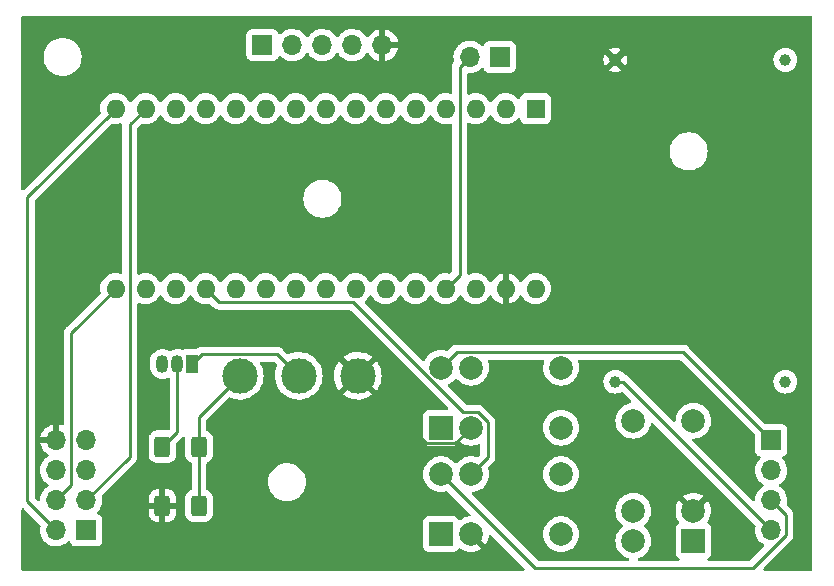
<source format=gbr>
%TF.GenerationSoftware,KiCad,Pcbnew,(6.0.6-0)*%
%TF.CreationDate,2022-07-04T00:08:46+08:00*%
%TF.ProjectId,__,8cc82e6b-6963-4616-945f-706362585858,rev?*%
%TF.SameCoordinates,Original*%
%TF.FileFunction,Copper,L1,Top*%
%TF.FilePolarity,Positive*%
%FSLAX46Y46*%
G04 Gerber Fmt 4.6, Leading zero omitted, Abs format (unit mm)*
G04 Created by KiCad (PCBNEW (6.0.6-0)) date 2022-07-04 00:08:46*
%MOMM*%
%LPD*%
G01*
G04 APERTURE LIST*
G04 Aperture macros list*
%AMRoundRect*
0 Rectangle with rounded corners*
0 $1 Rounding radius*
0 $2 $3 $4 $5 $6 $7 $8 $9 X,Y pos of 4 corners*
0 Add a 4 corners polygon primitive as box body*
4,1,4,$2,$3,$4,$5,$6,$7,$8,$9,$2,$3,0*
0 Add four circle primitives for the rounded corners*
1,1,$1+$1,$2,$3*
1,1,$1+$1,$4,$5*
1,1,$1+$1,$6,$7*
1,1,$1+$1,$8,$9*
0 Add four rect primitives between the rounded corners*
20,1,$1+$1,$2,$3,$4,$5,0*
20,1,$1+$1,$4,$5,$6,$7,0*
20,1,$1+$1,$6,$7,$8,$9,0*
20,1,$1+$1,$8,$9,$2,$3,0*%
G04 Aperture macros list end*
%TA.AperFunction,SMDPad,CuDef*%
%ADD10C,3.000000*%
%TD*%
%TA.AperFunction,ComponentPad*%
%ADD11R,1.700000X1.700000*%
%TD*%
%TA.AperFunction,ComponentPad*%
%ADD12O,1.700000X1.700000*%
%TD*%
%TA.AperFunction,ComponentPad*%
%ADD13R,1.600000X1.600000*%
%TD*%
%TA.AperFunction,ComponentPad*%
%ADD14O,1.600000X1.600000*%
%TD*%
%TA.AperFunction,ComponentPad*%
%ADD15C,1.000000*%
%TD*%
%TA.AperFunction,ComponentPad*%
%ADD16R,2.000000X2.000000*%
%TD*%
%TA.AperFunction,ComponentPad*%
%ADD17C,2.000000*%
%TD*%
%TA.AperFunction,SMDPad,CuDef*%
%ADD18RoundRect,0.250000X0.400000X0.625000X-0.400000X0.625000X-0.400000X-0.625000X0.400000X-0.625000X0*%
%TD*%
%TA.AperFunction,ComponentPad*%
%ADD19R,1.050000X1.500000*%
%TD*%
%TA.AperFunction,ComponentPad*%
%ADD20O,1.050000X1.500000*%
%TD*%
%TA.AperFunction,SMDPad,CuDef*%
%ADD21RoundRect,0.250000X-0.400000X-0.625000X0.400000X-0.625000X0.400000X0.625000X-0.400000X0.625000X0*%
%TD*%
%TA.AperFunction,ViaPad*%
%ADD22C,0.800000*%
%TD*%
%TA.AperFunction,Conductor*%
%ADD23C,0.250000*%
%TD*%
G04 APERTURE END LIST*
D10*
%TO.P,H2_GND,1,1*%
%TO.N,Earth*%
X92000000Y-96000000D03*
%TD*%
D11*
%TO.P,J4_LIGHT,1,Pin_1*%
%TO.N,Net-(J4-Pad1)*%
X127000000Y-101460000D03*
D12*
%TO.P,J4_LIGHT,2,Pin_2*%
%TO.N,Net-(J4-Pad2)*%
X127000000Y-104000000D03*
%TO.P,J4_LIGHT,3,Pin_3*%
%TO.N,Net-(J4-Pad3)*%
X127000000Y-106540000D03*
%TO.P,J4_LIGHT,4,Pin_4*%
%TO.N,Net-(J4-Pad4)*%
X127000000Y-109080000D03*
%TD*%
D11*
%TO.P,J2_BUTTON,1,Pin_1*%
%TO.N,Net-(Arduino1-Pad9)*%
X104000000Y-69000000D03*
D12*
%TO.P,J2_BUTTON,2,Pin_2*%
%TO.N,5V*%
X101460000Y-69000000D03*
%TD*%
D13*
%TO.P,Arduino1,1,TX*%
%TO.N,unconnected-(Arduino1-Pad1)*%
X107050000Y-73390000D03*
D14*
%TO.P,Arduino1,2,RX*%
%TO.N,unconnected-(Arduino1-Pad2)*%
X104510000Y-73390000D03*
%TO.P,Arduino1,3,RST*%
%TO.N,unconnected-(Arduino1-Pad3)*%
X101970000Y-73390000D03*
%TO.P,Arduino1,4,GND*%
%TO.N,unconnected-(Arduino1-Pad4)*%
X99430000Y-73390000D03*
%TO.P,Arduino1,5,D2*%
%TO.N,Net-(Arduino1-Pad5)*%
X96890000Y-73390000D03*
%TO.P,Arduino1,6,D3*%
%TO.N,Net-(Arduino1-Pad6)*%
X94350000Y-73390000D03*
%TO.P,Arduino1,7,D4*%
%TO.N,Net-(Arduino1-Pad7)*%
X91810000Y-73390000D03*
%TO.P,Arduino1,8,D5*%
%TO.N,Net-(Arduino1-Pad8)*%
X89270000Y-73390000D03*
%TO.P,Arduino1,9,D6*%
%TO.N,Net-(Arduino1-Pad9)*%
X86730000Y-73390000D03*
%TO.P,Arduino1,10,D7*%
%TO.N,Net-(Arduino1-Pad10)*%
X84190000Y-73390000D03*
%TO.P,Arduino1,11,D8*%
%TO.N,Net-(Arduino1-Pad11)*%
X81650000Y-73390000D03*
%TO.P,Arduino1,12,D9*%
%TO.N,unconnected-(Arduino1-Pad12)*%
X79110000Y-73390000D03*
%TO.P,Arduino1,13,D10(~{SS})*%
%TO.N,unconnected-(Arduino1-Pad13)*%
X76570000Y-73390000D03*
%TO.P,Arduino1,14,D11(MOSI)*%
%TO.N,Net-(Arduino1-Pad14)*%
X74030000Y-73390000D03*
%TO.P,Arduino1,15,D12(MISO)*%
%TO.N,Net-(Arduino1-Pad15)*%
X71490000Y-73390000D03*
%TO.P,Arduino1,16,D13*%
%TO.N,Net-(Arduino1-Pad16)*%
X71490000Y-88630000D03*
%TO.P,Arduino1,17,3V3*%
%TO.N,Net-(Arduino1-Pad17)*%
X74030000Y-88630000D03*
%TO.P,Arduino1,18,REF*%
%TO.N,unconnected-(Arduino1-Pad18)*%
X76570000Y-88630000D03*
%TO.P,Arduino1,19,A0*%
%TO.N,Net-(Arduino1-Pad19)*%
X79110000Y-88630000D03*
%TO.P,Arduino1,20,A1*%
%TO.N,Net-(Arduino1-Pad20)*%
X81650000Y-88630000D03*
%TO.P,Arduino1,21,A2*%
%TO.N,Net-(Arduino1-Pad21)*%
X84190000Y-88630000D03*
%TO.P,Arduino1,22,A3*%
%TO.N,unconnected-(Arduino1-Pad22)*%
X86730000Y-88630000D03*
%TO.P,Arduino1,23,A4*%
%TO.N,unconnected-(Arduino1-Pad23)*%
X89270000Y-88630000D03*
%TO.P,Arduino1,24,A5*%
%TO.N,unconnected-(Arduino1-Pad24)*%
X91810000Y-88630000D03*
%TO.P,Arduino1,25,A6*%
%TO.N,unconnected-(Arduino1-Pad25)*%
X94350000Y-88630000D03*
%TO.P,Arduino1,26,A7*%
%TO.N,unconnected-(Arduino1-Pad26)*%
X96890000Y-88630000D03*
%TO.P,Arduino1,27,5V*%
%TO.N,5V*%
X99430000Y-88630000D03*
%TO.P,Arduino1,28,RST*%
%TO.N,unconnected-(Arduino1-Pad28)*%
X101970000Y-88630000D03*
%TO.P,Arduino1,29,GND*%
%TO.N,Earth*%
X104510000Y-88630000D03*
%TO.P,Arduino1,30,VIN*%
%TO.N,VIN*%
X107050000Y-88630000D03*
%TD*%
D15*
%TO.P,TR1,1,Vin(-)*%
%TO.N,Earth*%
X113800000Y-69250000D03*
%TO.P,TR1,2,Vin(+)*%
%TO.N,VIN*%
X128200000Y-69250000D03*
%TO.P,TR1,3,Out(-)*%
%TO.N,Net-(J4-Pad4)*%
X113800000Y-96500000D03*
%TO.P,TR1,4,Out(+)*%
%TO.N,Net-(K1-Pad5)*%
X128200000Y-96500000D03*
%TD*%
D16*
%TO.P,K2,1*%
%TO.N,unconnected-(K2-Pad1)*%
X120407500Y-109957500D03*
D17*
%TO.P,K2,2*%
%TO.N,Earth*%
X120407500Y-107417500D03*
%TO.P,K2,5*%
%TO.N,Net-(K1-Pad5)*%
X120407500Y-99797500D03*
%TO.P,K2,6*%
X115327500Y-99797500D03*
%TO.P,K2,9*%
%TO.N,Net-(Arduino1-Pad20)*%
X115327500Y-107417500D03*
%TO.P,K2,10*%
%TO.N,Net-(J4-Pad2)*%
X115327500Y-109957500D03*
%TD*%
D18*
%TO.P,R7,1*%
%TO.N,SIG*%
X78550000Y-107000000D03*
%TO.P,R7,2*%
%TO.N,Earth*%
X75450000Y-107000000D03*
%TD*%
D19*
%TO.P,Q1,1,E*%
%TO.N,Net-(H3-Pad1)*%
X78000000Y-95000000D03*
D20*
%TO.P,Q1,2,B*%
%TO.N,Net-(Q1-Pad2)*%
X76730000Y-95000000D03*
%TO.P,Q1,3,C*%
%TO.N,VIN*%
X75460000Y-95000000D03*
%TD*%
D10*
%TO.P,H1_SIG,1,1*%
%TO.N,SIG*%
X82000000Y-96000000D03*
%TD*%
D16*
%TO.P,K1,1*%
%TO.N,unconnected-(K1-Pad1)*%
X99042500Y-109407500D03*
D17*
%TO.P,K1,2*%
%TO.N,Earth*%
X101582500Y-109407500D03*
%TO.P,K1,5*%
%TO.N,Net-(K1-Pad5)*%
X109202500Y-109407500D03*
%TO.P,K1,6*%
X109202500Y-104327500D03*
%TO.P,K1,9*%
%TO.N,Net-(Arduino1-Pad19)*%
X101582500Y-104327500D03*
%TO.P,K1,10*%
%TO.N,Net-(J4-Pad3)*%
X99042500Y-104327500D03*
%TD*%
D21*
%TO.P,R6,1*%
%TO.N,Net-(Q1-Pad2)*%
X75450000Y-102000000D03*
%TO.P,R6,2*%
%TO.N,SIG*%
X78550000Y-102000000D03*
%TD*%
D11*
%TO.P,J3_2.4G,1,EMPTY*%
%TO.N,unconnected-(J3-Pad1)*%
X69000000Y-109080000D03*
D12*
%TO.P,J3_2.4G,2,MISO*%
%TO.N,Net-(Arduino1-Pad15)*%
X66460000Y-109080000D03*
%TO.P,J3_2.4G,3,MOSI*%
%TO.N,Net-(Arduino1-Pad14)*%
X69000000Y-106540000D03*
%TO.P,J3_2.4G,4,SCLK*%
%TO.N,Net-(Arduino1-Pad16)*%
X66460000Y-106540000D03*
%TO.P,J3_2.4G,5,CSN*%
%TO.N,Net-(Arduino1-Pad11)*%
X69000000Y-104000000D03*
%TO.P,J3_2.4G,6,CE*%
%TO.N,Net-(Arduino1-Pad10)*%
X66460000Y-104000000D03*
%TO.P,J3_2.4G,7,VCC*%
%TO.N,Net-(Arduino1-Pad17)*%
X69000000Y-101460000D03*
%TO.P,J3_2.4G,8,GND*%
%TO.N,Earth*%
X66460000Y-101460000D03*
%TD*%
D10*
%TO.P,H3_BAT,1,1*%
%TO.N,Net-(H3-Pad1)*%
X87000000Y-96000000D03*
%TD*%
D11*
%TO.P,J1_LED,1,Pin_1*%
%TO.N,Net-(J1-Pad1)*%
X83925000Y-68000000D03*
D12*
%TO.P,J1_LED,2,Pin_2*%
%TO.N,Net-(J1-Pad2)*%
X86465000Y-68000000D03*
%TO.P,J1_LED,3,Pin_3*%
%TO.N,Net-(J1-Pad3)*%
X89005000Y-68000000D03*
%TO.P,J1_LED,4,Pin_4*%
%TO.N,Net-(J1-Pad4)*%
X91545000Y-68000000D03*
%TO.P,J1_LED,5,Pin_5*%
%TO.N,Earth*%
X94085000Y-68000000D03*
%TD*%
D16*
%TO.P,K3,1*%
%TO.N,unconnected-(K3-Pad1)*%
X99042500Y-100407500D03*
D17*
%TO.P,K3,2*%
%TO.N,Earth*%
X101582500Y-100407500D03*
%TO.P,K3,5*%
%TO.N,Net-(K1-Pad5)*%
X109202500Y-100407500D03*
%TO.P,K3,6*%
X109202500Y-95327500D03*
%TO.P,K3,9*%
%TO.N,Net-(Arduino1-Pad21)*%
X101582500Y-95327500D03*
%TO.P,K3,10*%
%TO.N,Net-(J4-Pad1)*%
X99042500Y-95327500D03*
%TD*%
D22*
%TO.N,Earth*%
X77000000Y-92000000D03*
X115000000Y-91000000D03*
X95000000Y-109000000D03*
X112000000Y-103000000D03*
X126000000Y-90000000D03*
X85000000Y-109000000D03*
X73000000Y-107000000D03*
X124000000Y-108000000D03*
X66000000Y-75000000D03*
X126000000Y-75000000D03*
X85000000Y-81000000D03*
X70000000Y-83000000D03*
X118000000Y-103000000D03*
X116000000Y-72000000D03*
X105000000Y-92000000D03*
X95000000Y-80000000D03*
X90000000Y-102000000D03*
X73000000Y-68000000D03*
%TD*%
D23*
%TO.N,Net-(Arduino1-Pad14)*%
X72695722Y-74724278D02*
X74030000Y-73390000D01*
X72695722Y-102844278D02*
X72695722Y-74724278D01*
X69000000Y-106540000D02*
X72695722Y-102844278D01*
%TO.N,Net-(Arduino1-Pad15)*%
X66460000Y-109080000D02*
X64000000Y-106620000D01*
X64000000Y-106620000D02*
X64000000Y-80880000D01*
X64000000Y-80880000D02*
X71490000Y-73390000D01*
%TO.N,Net-(Arduino1-Pad16)*%
X66460000Y-106540000D02*
X67734278Y-105265722D01*
X67734278Y-105265722D02*
X67734278Y-92385722D01*
X67734278Y-92385722D02*
X71490000Y-88630000D01*
%TO.N,Net-(Arduino1-Pad19)*%
X91596167Y-89755000D02*
X100923667Y-99082500D01*
X102131333Y-99082500D02*
X103000000Y-99951167D01*
X103000000Y-102910000D02*
X101582500Y-104327500D01*
X79110000Y-88630000D02*
X80235000Y-89755000D01*
X100923667Y-99082500D02*
X102131333Y-99082500D01*
X103000000Y-99951167D02*
X103000000Y-102910000D01*
X80235000Y-89755000D02*
X91596167Y-89755000D01*
%TO.N,5V*%
X101460000Y-69000000D02*
X100610000Y-69850000D01*
X100610000Y-69850000D02*
X100610000Y-87450000D01*
X100610000Y-87450000D02*
X99430000Y-88630000D01*
%TO.N,Earth*%
X97732500Y-101732500D02*
X92000000Y-96000000D01*
X101582500Y-100407500D02*
X100257500Y-101732500D01*
X100257500Y-101732500D02*
X97732500Y-101732500D01*
%TO.N,Net-(J4-Pad1)*%
X119542500Y-94002500D02*
X127000000Y-101460000D01*
X100367500Y-94002500D02*
X119542500Y-94002500D01*
X99042500Y-95327500D02*
X100367500Y-94002500D01*
%TO.N,Net-(J4-Pad3)*%
X99042500Y-104327500D02*
X106997500Y-112282500D01*
X128230000Y-109511701D02*
X128230000Y-107770000D01*
X128230000Y-107770000D02*
X127730000Y-107270000D01*
X127730000Y-107270000D02*
X127000000Y-106540000D01*
X125459201Y-112282500D02*
X128230000Y-109511701D01*
X106997500Y-112282500D02*
X125459201Y-112282500D01*
%TO.N,Net-(J4-Pad4)*%
X114420000Y-96500000D02*
X113800000Y-96500000D01*
X127000000Y-109080000D02*
X114420000Y-96500000D01*
%TO.N,SIG*%
X78550000Y-107000000D02*
X78550000Y-102000000D01*
X78550000Y-102000000D02*
X78550000Y-99450000D01*
X78550000Y-99450000D02*
X82000000Y-96000000D01*
%TO.N,Net-(Q1-Pad2)*%
X76730000Y-100720000D02*
X75450000Y-102000000D01*
X76730000Y-95000000D02*
X76730000Y-100720000D01*
%TO.N,Net-(H3-Pad1)*%
X78000000Y-95000000D02*
X78825000Y-94175000D01*
X85175000Y-94175000D02*
X87000000Y-96000000D01*
X78825000Y-94175000D02*
X85175000Y-94175000D01*
%TD*%
%TA.AperFunction,Conductor*%
%TO.N,Earth*%
G36*
X130433621Y-65528502D02*
G01*
X130480114Y-65582158D01*
X130491500Y-65634500D01*
X130491500Y-112365500D01*
X130471498Y-112433621D01*
X130417842Y-112480114D01*
X130365500Y-112491500D01*
X126450295Y-112491500D01*
X126382174Y-112471498D01*
X126335681Y-112417842D01*
X126325577Y-112347568D01*
X126355071Y-112282988D01*
X126361200Y-112276405D01*
X128622247Y-110015358D01*
X128630537Y-110007814D01*
X128637018Y-110003701D01*
X128683659Y-109954033D01*
X128686413Y-109951192D01*
X128706135Y-109931470D01*
X128708612Y-109928277D01*
X128716317Y-109919256D01*
X128741159Y-109892801D01*
X128746586Y-109887022D01*
X128750407Y-109880072D01*
X128756346Y-109869269D01*
X128767202Y-109852742D01*
X128774757Y-109843003D01*
X128774758Y-109843001D01*
X128779614Y-109836741D01*
X128797174Y-109796161D01*
X128802391Y-109785513D01*
X128819875Y-109753710D01*
X128819876Y-109753708D01*
X128823695Y-109746761D01*
X128828733Y-109727138D01*
X128835137Y-109708435D01*
X128840033Y-109697121D01*
X128840033Y-109697120D01*
X128843181Y-109689846D01*
X128844420Y-109682023D01*
X128844423Y-109682013D01*
X128850099Y-109646177D01*
X128852505Y-109634557D01*
X128861528Y-109599412D01*
X128861528Y-109599411D01*
X128863500Y-109591731D01*
X128863500Y-109571477D01*
X128865051Y-109551766D01*
X128866980Y-109539587D01*
X128868220Y-109531758D01*
X128864059Y-109487739D01*
X128863500Y-109475882D01*
X128863500Y-107848768D01*
X128864027Y-107837585D01*
X128865702Y-107830092D01*
X128864329Y-107786389D01*
X128863562Y-107762002D01*
X128863500Y-107758044D01*
X128863500Y-107730144D01*
X128862996Y-107726153D01*
X128862063Y-107714311D01*
X128861894Y-107708909D01*
X128860674Y-107670111D01*
X128858462Y-107662497D01*
X128858461Y-107662492D01*
X128855023Y-107650659D01*
X128851012Y-107631295D01*
X128849467Y-107619064D01*
X128848474Y-107611203D01*
X128845557Y-107603836D01*
X128845556Y-107603831D01*
X128832198Y-107570092D01*
X128828354Y-107558865D01*
X128818230Y-107524022D01*
X128816018Y-107516407D01*
X128805707Y-107498972D01*
X128797012Y-107481224D01*
X128789552Y-107462383D01*
X128763564Y-107426613D01*
X128757048Y-107416693D01*
X128738580Y-107385465D01*
X128738578Y-107385462D01*
X128734542Y-107378638D01*
X128720221Y-107364317D01*
X128707380Y-107349283D01*
X128700132Y-107339307D01*
X128695472Y-107332893D01*
X128661407Y-107304712D01*
X128652627Y-107296722D01*
X128351218Y-106995313D01*
X128317192Y-106933001D01*
X128319755Y-106869589D01*
X128330865Y-106833022D01*
X128332370Y-106828069D01*
X128361529Y-106606590D01*
X128361846Y-106593609D01*
X128363074Y-106543365D01*
X128363074Y-106543361D01*
X128363156Y-106540000D01*
X128344852Y-106317361D01*
X128290431Y-106100702D01*
X128201354Y-105895840D01*
X128127516Y-105781704D01*
X128082822Y-105712617D01*
X128082820Y-105712614D01*
X128080014Y-105708277D01*
X127929670Y-105543051D01*
X127925619Y-105539852D01*
X127925615Y-105539848D01*
X127758414Y-105407800D01*
X127758410Y-105407798D01*
X127754359Y-105404598D01*
X127713053Y-105381796D01*
X127663084Y-105331364D01*
X127648312Y-105261921D01*
X127673428Y-105195516D01*
X127700780Y-105168909D01*
X127744603Y-105137650D01*
X127879860Y-105041173D01*
X127926125Y-104995070D01*
X128034435Y-104887137D01*
X128038096Y-104883489D01*
X128097594Y-104800689D01*
X128165435Y-104706277D01*
X128168453Y-104702077D01*
X128234212Y-104569024D01*
X128265136Y-104506453D01*
X128265137Y-104506451D01*
X128267430Y-104501811D01*
X128332370Y-104288069D01*
X128361529Y-104066590D01*
X128363156Y-104000000D01*
X128344852Y-103777361D01*
X128290431Y-103560702D01*
X128201354Y-103355840D01*
X128133560Y-103251047D01*
X128082822Y-103172617D01*
X128082820Y-103172614D01*
X128080014Y-103168277D01*
X128076532Y-103164450D01*
X127932798Y-103006488D01*
X127901746Y-102942642D01*
X127910141Y-102872143D01*
X127955317Y-102817375D01*
X127981761Y-102803706D01*
X128088297Y-102763767D01*
X128096705Y-102760615D01*
X128213261Y-102673261D01*
X128300615Y-102556705D01*
X128351745Y-102420316D01*
X128358500Y-102358134D01*
X128358500Y-100561866D01*
X128351745Y-100499684D01*
X128300615Y-100363295D01*
X128213261Y-100246739D01*
X128096705Y-100159385D01*
X127960316Y-100108255D01*
X127898134Y-100101500D01*
X126589594Y-100101500D01*
X126521473Y-100081498D01*
X126500499Y-100064595D01*
X123277735Y-96841830D01*
X122921756Y-96485851D01*
X127186719Y-96485851D01*
X127187235Y-96491995D01*
X127202447Y-96673154D01*
X127203268Y-96682934D01*
X127204967Y-96688858D01*
X127248831Y-96841830D01*
X127257783Y-96873050D01*
X127260602Y-96878535D01*
X127337458Y-97028079D01*
X127348187Y-97048956D01*
X127471035Y-97203953D01*
X127475728Y-97207947D01*
X127475729Y-97207948D01*
X127583222Y-97299431D01*
X127621650Y-97332136D01*
X127794294Y-97428624D01*
X127982392Y-97489740D01*
X128178777Y-97513158D01*
X128184912Y-97512686D01*
X128184914Y-97512686D01*
X128369830Y-97498457D01*
X128369834Y-97498456D01*
X128375972Y-97497984D01*
X128566463Y-97444798D01*
X128571967Y-97442018D01*
X128571969Y-97442017D01*
X128737495Y-97358404D01*
X128737497Y-97358403D01*
X128742996Y-97355625D01*
X128898847Y-97233861D01*
X129028078Y-97084145D01*
X129125769Y-96912179D01*
X129188197Y-96724513D01*
X129212985Y-96528295D01*
X129213380Y-96500000D01*
X129194080Y-96303167D01*
X129173993Y-96236634D01*
X129163118Y-96200615D01*
X129136916Y-96113831D01*
X129044066Y-95939204D01*
X128934183Y-95804474D01*
X128922960Y-95790713D01*
X128922957Y-95790710D01*
X128919065Y-95785938D01*
X128912724Y-95780692D01*
X128771425Y-95663799D01*
X128771421Y-95663797D01*
X128766675Y-95659870D01*
X128592701Y-95565802D01*
X128403768Y-95507318D01*
X128397643Y-95506674D01*
X128397642Y-95506674D01*
X128213204Y-95487289D01*
X128213202Y-95487289D01*
X128207075Y-95486645D01*
X128124576Y-95494153D01*
X128016251Y-95504011D01*
X128016248Y-95504012D01*
X128010112Y-95504570D01*
X128004206Y-95506308D01*
X128004202Y-95506309D01*
X127899076Y-95537249D01*
X127820381Y-95560410D01*
X127814923Y-95563263D01*
X127814919Y-95563265D01*
X127724147Y-95610720D01*
X127645110Y-95652040D01*
X127490975Y-95775968D01*
X127363846Y-95927474D01*
X127360879Y-95932872D01*
X127360875Y-95932877D01*
X127299447Y-96044616D01*
X127268567Y-96100787D01*
X127266706Y-96106654D01*
X127266705Y-96106656D01*
X127219181Y-96256470D01*
X127208765Y-96289306D01*
X127186719Y-96485851D01*
X122921756Y-96485851D01*
X120046152Y-93610247D01*
X120038612Y-93601961D01*
X120034500Y-93595482D01*
X120014441Y-93576645D01*
X119984849Y-93548857D01*
X119982007Y-93546102D01*
X119962270Y-93526365D01*
X119959073Y-93523885D01*
X119950051Y-93516180D01*
X119936622Y-93503569D01*
X119917821Y-93485914D01*
X119910875Y-93482095D01*
X119910872Y-93482093D01*
X119900066Y-93476152D01*
X119883547Y-93465301D01*
X119883083Y-93464941D01*
X119867541Y-93452886D01*
X119860272Y-93449741D01*
X119860268Y-93449738D01*
X119826963Y-93435326D01*
X119816313Y-93430109D01*
X119777560Y-93408805D01*
X119757937Y-93403767D01*
X119739234Y-93397363D01*
X119727920Y-93392467D01*
X119727919Y-93392467D01*
X119720645Y-93389319D01*
X119712822Y-93388080D01*
X119712812Y-93388077D01*
X119676976Y-93382401D01*
X119665356Y-93379995D01*
X119630211Y-93370972D01*
X119630210Y-93370972D01*
X119622530Y-93369000D01*
X119602276Y-93369000D01*
X119582565Y-93367449D01*
X119570386Y-93365520D01*
X119562557Y-93364280D01*
X119533286Y-93367047D01*
X119518539Y-93368441D01*
X119506681Y-93369000D01*
X100446267Y-93369000D01*
X100435084Y-93368473D01*
X100427591Y-93366798D01*
X100419665Y-93367047D01*
X100419664Y-93367047D01*
X100359501Y-93368938D01*
X100355543Y-93369000D01*
X100327644Y-93369000D01*
X100323654Y-93369504D01*
X100311820Y-93370436D01*
X100267611Y-93371826D01*
X100259997Y-93374038D01*
X100259992Y-93374039D01*
X100248159Y-93377477D01*
X100228796Y-93381488D01*
X100208703Y-93384026D01*
X100201336Y-93386943D01*
X100201331Y-93386944D01*
X100167592Y-93400302D01*
X100156365Y-93404146D01*
X100113907Y-93416482D01*
X100107081Y-93420519D01*
X100096472Y-93426793D01*
X100078724Y-93435488D01*
X100059883Y-93442948D01*
X100053467Y-93447610D01*
X100053466Y-93447610D01*
X100024113Y-93468936D01*
X100014193Y-93475452D01*
X99982965Y-93493920D01*
X99982962Y-93493922D01*
X99976138Y-93497958D01*
X99961817Y-93512279D01*
X99946784Y-93525119D01*
X99930393Y-93537028D01*
X99922526Y-93546538D01*
X99902202Y-93571105D01*
X99894212Y-93579884D01*
X99620960Y-93853136D01*
X99558648Y-93887162D01*
X99502451Y-93886560D01*
X99284024Y-93834120D01*
X99284018Y-93834119D01*
X99279211Y-93832965D01*
X99042500Y-93814335D01*
X98805789Y-93832965D01*
X98800982Y-93834119D01*
X98800976Y-93834120D01*
X98655109Y-93869140D01*
X98574906Y-93888395D01*
X98570335Y-93890288D01*
X98570333Y-93890289D01*
X98360111Y-93977365D01*
X98360107Y-93977367D01*
X98355537Y-93979260D01*
X98351317Y-93981846D01*
X98157298Y-94100741D01*
X98157292Y-94100745D01*
X98153084Y-94103324D01*
X97972531Y-94257531D01*
X97818324Y-94438084D01*
X97815745Y-94442292D01*
X97815741Y-94442298D01*
X97697040Y-94636000D01*
X97694260Y-94640537D01*
X97692365Y-94645113D01*
X97692362Y-94645118D01*
X97673677Y-94690226D01*
X97629129Y-94745507D01*
X97561765Y-94767927D01*
X97492974Y-94750368D01*
X97468174Y-94731102D01*
X92595188Y-89858116D01*
X92561162Y-89795804D01*
X92566227Y-89724989D01*
X92612011Y-89665809D01*
X92654300Y-89636198D01*
X92816198Y-89474300D01*
X92947523Y-89286749D01*
X92949846Y-89281767D01*
X92949849Y-89281762D01*
X92965805Y-89247543D01*
X93012722Y-89194258D01*
X93080999Y-89174797D01*
X93148959Y-89195339D01*
X93194195Y-89247543D01*
X93210151Y-89281762D01*
X93210154Y-89281767D01*
X93212477Y-89286749D01*
X93343802Y-89474300D01*
X93505700Y-89636198D01*
X93510208Y-89639355D01*
X93510211Y-89639357D01*
X93547986Y-89665807D01*
X93693251Y-89767523D01*
X93698233Y-89769846D01*
X93698238Y-89769849D01*
X93894765Y-89861490D01*
X93900757Y-89864284D01*
X93906065Y-89865706D01*
X93906067Y-89865707D01*
X94116598Y-89922119D01*
X94116600Y-89922119D01*
X94121913Y-89923543D01*
X94350000Y-89943498D01*
X94578087Y-89923543D01*
X94583400Y-89922119D01*
X94583402Y-89922119D01*
X94793933Y-89865707D01*
X94793935Y-89865706D01*
X94799243Y-89864284D01*
X94805235Y-89861490D01*
X95001762Y-89769849D01*
X95001767Y-89769846D01*
X95006749Y-89767523D01*
X95152014Y-89665807D01*
X95189789Y-89639357D01*
X95189792Y-89639355D01*
X95194300Y-89636198D01*
X95356198Y-89474300D01*
X95487523Y-89286749D01*
X95489846Y-89281767D01*
X95489849Y-89281762D01*
X95505805Y-89247543D01*
X95552722Y-89194258D01*
X95620999Y-89174797D01*
X95688959Y-89195339D01*
X95734195Y-89247543D01*
X95750151Y-89281762D01*
X95750154Y-89281767D01*
X95752477Y-89286749D01*
X95883802Y-89474300D01*
X96045700Y-89636198D01*
X96050208Y-89639355D01*
X96050211Y-89639357D01*
X96087986Y-89665807D01*
X96233251Y-89767523D01*
X96238233Y-89769846D01*
X96238238Y-89769849D01*
X96434765Y-89861490D01*
X96440757Y-89864284D01*
X96446065Y-89865706D01*
X96446067Y-89865707D01*
X96656598Y-89922119D01*
X96656600Y-89922119D01*
X96661913Y-89923543D01*
X96890000Y-89943498D01*
X97118087Y-89923543D01*
X97123400Y-89922119D01*
X97123402Y-89922119D01*
X97333933Y-89865707D01*
X97333935Y-89865706D01*
X97339243Y-89864284D01*
X97345235Y-89861490D01*
X97541762Y-89769849D01*
X97541767Y-89769846D01*
X97546749Y-89767523D01*
X97692014Y-89665807D01*
X97729789Y-89639357D01*
X97729792Y-89639355D01*
X97734300Y-89636198D01*
X97896198Y-89474300D01*
X98027523Y-89286749D01*
X98029846Y-89281767D01*
X98029849Y-89281762D01*
X98045805Y-89247543D01*
X98092722Y-89194258D01*
X98160999Y-89174797D01*
X98228959Y-89195339D01*
X98274195Y-89247543D01*
X98290151Y-89281762D01*
X98290154Y-89281767D01*
X98292477Y-89286749D01*
X98423802Y-89474300D01*
X98585700Y-89636198D01*
X98590208Y-89639355D01*
X98590211Y-89639357D01*
X98627986Y-89665807D01*
X98773251Y-89767523D01*
X98778233Y-89769846D01*
X98778238Y-89769849D01*
X98974765Y-89861490D01*
X98980757Y-89864284D01*
X98986065Y-89865706D01*
X98986067Y-89865707D01*
X99196598Y-89922119D01*
X99196600Y-89922119D01*
X99201913Y-89923543D01*
X99430000Y-89943498D01*
X99658087Y-89923543D01*
X99663400Y-89922119D01*
X99663402Y-89922119D01*
X99873933Y-89865707D01*
X99873935Y-89865706D01*
X99879243Y-89864284D01*
X99885235Y-89861490D01*
X100081762Y-89769849D01*
X100081767Y-89769846D01*
X100086749Y-89767523D01*
X100232014Y-89665807D01*
X100269789Y-89639357D01*
X100269792Y-89639355D01*
X100274300Y-89636198D01*
X100436198Y-89474300D01*
X100567523Y-89286749D01*
X100569846Y-89281767D01*
X100569849Y-89281762D01*
X100585805Y-89247543D01*
X100632722Y-89194258D01*
X100700999Y-89174797D01*
X100768959Y-89195339D01*
X100814195Y-89247543D01*
X100830151Y-89281762D01*
X100830154Y-89281767D01*
X100832477Y-89286749D01*
X100963802Y-89474300D01*
X101125700Y-89636198D01*
X101130208Y-89639355D01*
X101130211Y-89639357D01*
X101167986Y-89665807D01*
X101313251Y-89767523D01*
X101318233Y-89769846D01*
X101318238Y-89769849D01*
X101514765Y-89861490D01*
X101520757Y-89864284D01*
X101526065Y-89865706D01*
X101526067Y-89865707D01*
X101736598Y-89922119D01*
X101736600Y-89922119D01*
X101741913Y-89923543D01*
X101970000Y-89943498D01*
X102198087Y-89923543D01*
X102203400Y-89922119D01*
X102203402Y-89922119D01*
X102413933Y-89865707D01*
X102413935Y-89865706D01*
X102419243Y-89864284D01*
X102425235Y-89861490D01*
X102621762Y-89769849D01*
X102621767Y-89769846D01*
X102626749Y-89767523D01*
X102772014Y-89665807D01*
X102809789Y-89639357D01*
X102809792Y-89639355D01*
X102814300Y-89636198D01*
X102976198Y-89474300D01*
X103107523Y-89286749D01*
X103109846Y-89281767D01*
X103109849Y-89281762D01*
X103126081Y-89246951D01*
X103172998Y-89193666D01*
X103241275Y-89174205D01*
X103309235Y-89194747D01*
X103354471Y-89246951D01*
X103370586Y-89281511D01*
X103376069Y-89291007D01*
X103501028Y-89469467D01*
X103508084Y-89477875D01*
X103662125Y-89631916D01*
X103670533Y-89638972D01*
X103848993Y-89763931D01*
X103858489Y-89769414D01*
X104055947Y-89861490D01*
X104066239Y-89865236D01*
X104238503Y-89911394D01*
X104252599Y-89911058D01*
X104256000Y-89903116D01*
X104256000Y-89897967D01*
X104764000Y-89897967D01*
X104767973Y-89911498D01*
X104776522Y-89912727D01*
X104953761Y-89865236D01*
X104964053Y-89861490D01*
X105161511Y-89769414D01*
X105171007Y-89763931D01*
X105349467Y-89638972D01*
X105357875Y-89631916D01*
X105511916Y-89477875D01*
X105518972Y-89469467D01*
X105643931Y-89291007D01*
X105649414Y-89281511D01*
X105665529Y-89246951D01*
X105712446Y-89193666D01*
X105780723Y-89174205D01*
X105848683Y-89194747D01*
X105893919Y-89246951D01*
X105910151Y-89281762D01*
X105910154Y-89281767D01*
X105912477Y-89286749D01*
X106043802Y-89474300D01*
X106205700Y-89636198D01*
X106210208Y-89639355D01*
X106210211Y-89639357D01*
X106247986Y-89665807D01*
X106393251Y-89767523D01*
X106398233Y-89769846D01*
X106398238Y-89769849D01*
X106594765Y-89861490D01*
X106600757Y-89864284D01*
X106606065Y-89865706D01*
X106606067Y-89865707D01*
X106816598Y-89922119D01*
X106816600Y-89922119D01*
X106821913Y-89923543D01*
X107050000Y-89943498D01*
X107278087Y-89923543D01*
X107283400Y-89922119D01*
X107283402Y-89922119D01*
X107493933Y-89865707D01*
X107493935Y-89865706D01*
X107499243Y-89864284D01*
X107505235Y-89861490D01*
X107701762Y-89769849D01*
X107701767Y-89769846D01*
X107706749Y-89767523D01*
X107852014Y-89665807D01*
X107889789Y-89639357D01*
X107889792Y-89639355D01*
X107894300Y-89636198D01*
X108056198Y-89474300D01*
X108187523Y-89286749D01*
X108189846Y-89281767D01*
X108189849Y-89281762D01*
X108281961Y-89084225D01*
X108281961Y-89084224D01*
X108284284Y-89079243D01*
X108307523Y-88992517D01*
X108342119Y-88863402D01*
X108342119Y-88863400D01*
X108343543Y-88858087D01*
X108363498Y-88630000D01*
X108343543Y-88401913D01*
X108284284Y-88180757D01*
X108189966Y-87978489D01*
X108189849Y-87978238D01*
X108189846Y-87978233D01*
X108187523Y-87973251D01*
X108056198Y-87785700D01*
X107894300Y-87623802D01*
X107889792Y-87620645D01*
X107889789Y-87620643D01*
X107760380Y-87530030D01*
X107706749Y-87492477D01*
X107701767Y-87490154D01*
X107701762Y-87490151D01*
X107504225Y-87398039D01*
X107504224Y-87398039D01*
X107499243Y-87395716D01*
X107493935Y-87394294D01*
X107493933Y-87394293D01*
X107283402Y-87337881D01*
X107283400Y-87337881D01*
X107278087Y-87336457D01*
X107050000Y-87316502D01*
X106821913Y-87336457D01*
X106816600Y-87337881D01*
X106816598Y-87337881D01*
X106606067Y-87394293D01*
X106606065Y-87394294D01*
X106600757Y-87395716D01*
X106595776Y-87398039D01*
X106595775Y-87398039D01*
X106398238Y-87490151D01*
X106398233Y-87490154D01*
X106393251Y-87492477D01*
X106339620Y-87530030D01*
X106210211Y-87620643D01*
X106210208Y-87620645D01*
X106205700Y-87623802D01*
X106043802Y-87785700D01*
X105912477Y-87973251D01*
X105910154Y-87978233D01*
X105910151Y-87978238D01*
X105893919Y-88013049D01*
X105847002Y-88066334D01*
X105778725Y-88085795D01*
X105710765Y-88065253D01*
X105665529Y-88013049D01*
X105649414Y-87978489D01*
X105643931Y-87968993D01*
X105518972Y-87790533D01*
X105511916Y-87782125D01*
X105357875Y-87628084D01*
X105349467Y-87621028D01*
X105171007Y-87496069D01*
X105161511Y-87490586D01*
X104964053Y-87398510D01*
X104953761Y-87394764D01*
X104781497Y-87348606D01*
X104767401Y-87348942D01*
X104764000Y-87356884D01*
X104764000Y-89897967D01*
X104256000Y-89897967D01*
X104256000Y-87362033D01*
X104252027Y-87348502D01*
X104243478Y-87347273D01*
X104066239Y-87394764D01*
X104055947Y-87398510D01*
X103858489Y-87490586D01*
X103848993Y-87496069D01*
X103670533Y-87621028D01*
X103662125Y-87628084D01*
X103508084Y-87782125D01*
X103501028Y-87790533D01*
X103376069Y-87968993D01*
X103370586Y-87978489D01*
X103354471Y-88013049D01*
X103307554Y-88066334D01*
X103239277Y-88085795D01*
X103171317Y-88065253D01*
X103126081Y-88013049D01*
X103109849Y-87978238D01*
X103109846Y-87978233D01*
X103107523Y-87973251D01*
X102976198Y-87785700D01*
X102814300Y-87623802D01*
X102809792Y-87620645D01*
X102809789Y-87620643D01*
X102680380Y-87530030D01*
X102626749Y-87492477D01*
X102621767Y-87490154D01*
X102621762Y-87490151D01*
X102424225Y-87398039D01*
X102424224Y-87398039D01*
X102419243Y-87395716D01*
X102413935Y-87394294D01*
X102413933Y-87394293D01*
X102203402Y-87337881D01*
X102203400Y-87337881D01*
X102198087Y-87336457D01*
X101970000Y-87316502D01*
X101741913Y-87336457D01*
X101736600Y-87337881D01*
X101736598Y-87337881D01*
X101526067Y-87394293D01*
X101526065Y-87394294D01*
X101520757Y-87395716D01*
X101515780Y-87398037D01*
X101515774Y-87398039D01*
X101422750Y-87441417D01*
X101352558Y-87452078D01*
X101287745Y-87423098D01*
X101248889Y-87363678D01*
X101243500Y-87327222D01*
X101243500Y-77000000D01*
X118386526Y-77000000D01*
X118406391Y-77252403D01*
X118465495Y-77498591D01*
X118562384Y-77732502D01*
X118694672Y-77948376D01*
X118859102Y-78140898D01*
X119051624Y-78305328D01*
X119267498Y-78437616D01*
X119272068Y-78439509D01*
X119272072Y-78439511D01*
X119496836Y-78532611D01*
X119501409Y-78534505D01*
X119586032Y-78554821D01*
X119742784Y-78592454D01*
X119742790Y-78592455D01*
X119747597Y-78593609D01*
X119847416Y-78601465D01*
X119934345Y-78608307D01*
X119934352Y-78608307D01*
X119936801Y-78608500D01*
X120063199Y-78608500D01*
X120065648Y-78608307D01*
X120065655Y-78608307D01*
X120152584Y-78601465D01*
X120252403Y-78593609D01*
X120257210Y-78592455D01*
X120257216Y-78592454D01*
X120413968Y-78554821D01*
X120498591Y-78534505D01*
X120503164Y-78532611D01*
X120727928Y-78439511D01*
X120727932Y-78439509D01*
X120732502Y-78437616D01*
X120948376Y-78305328D01*
X121140898Y-78140898D01*
X121305328Y-77948376D01*
X121437616Y-77732502D01*
X121534505Y-77498591D01*
X121593609Y-77252403D01*
X121613474Y-77000000D01*
X121593609Y-76747597D01*
X121534505Y-76501409D01*
X121437616Y-76267498D01*
X121305328Y-76051624D01*
X121140898Y-75859102D01*
X120948376Y-75694672D01*
X120732502Y-75562384D01*
X120727932Y-75560491D01*
X120727928Y-75560489D01*
X120503164Y-75467389D01*
X120503162Y-75467388D01*
X120498591Y-75465495D01*
X120413968Y-75445179D01*
X120257216Y-75407546D01*
X120257210Y-75407545D01*
X120252403Y-75406391D01*
X120152584Y-75398535D01*
X120065655Y-75391693D01*
X120065648Y-75391693D01*
X120063199Y-75391500D01*
X119936801Y-75391500D01*
X119934352Y-75391693D01*
X119934345Y-75391693D01*
X119847416Y-75398535D01*
X119747597Y-75406391D01*
X119742790Y-75407545D01*
X119742784Y-75407546D01*
X119586032Y-75445179D01*
X119501409Y-75465495D01*
X119496838Y-75467388D01*
X119496836Y-75467389D01*
X119272072Y-75560489D01*
X119272068Y-75560491D01*
X119267498Y-75562384D01*
X119051624Y-75694672D01*
X118859102Y-75859102D01*
X118694672Y-76051624D01*
X118562384Y-76267498D01*
X118465495Y-76501409D01*
X118406391Y-76747597D01*
X118386526Y-77000000D01*
X101243500Y-77000000D01*
X101243500Y-74692778D01*
X101263502Y-74624657D01*
X101317158Y-74578164D01*
X101387432Y-74568060D01*
X101422750Y-74578583D01*
X101515774Y-74621961D01*
X101515780Y-74621963D01*
X101520757Y-74624284D01*
X101526065Y-74625706D01*
X101526067Y-74625707D01*
X101736598Y-74682119D01*
X101736600Y-74682119D01*
X101741913Y-74683543D01*
X101970000Y-74703498D01*
X102198087Y-74683543D01*
X102203400Y-74682119D01*
X102203402Y-74682119D01*
X102413933Y-74625707D01*
X102413935Y-74625706D01*
X102419243Y-74624284D01*
X102480613Y-74595667D01*
X102621762Y-74529849D01*
X102621767Y-74529846D01*
X102626749Y-74527523D01*
X102768458Y-74428297D01*
X102809789Y-74399357D01*
X102809792Y-74399355D01*
X102814300Y-74396198D01*
X102976198Y-74234300D01*
X103107523Y-74046749D01*
X103109846Y-74041767D01*
X103109849Y-74041762D01*
X103125805Y-74007543D01*
X103172722Y-73954258D01*
X103240999Y-73934797D01*
X103308959Y-73955339D01*
X103354195Y-74007543D01*
X103370151Y-74041762D01*
X103370154Y-74041767D01*
X103372477Y-74046749D01*
X103503802Y-74234300D01*
X103665700Y-74396198D01*
X103670208Y-74399355D01*
X103670211Y-74399357D01*
X103711542Y-74428297D01*
X103853251Y-74527523D01*
X103858233Y-74529846D01*
X103858238Y-74529849D01*
X103999387Y-74595667D01*
X104060757Y-74624284D01*
X104066065Y-74625706D01*
X104066067Y-74625707D01*
X104276598Y-74682119D01*
X104276600Y-74682119D01*
X104281913Y-74683543D01*
X104510000Y-74703498D01*
X104738087Y-74683543D01*
X104743400Y-74682119D01*
X104743402Y-74682119D01*
X104953933Y-74625707D01*
X104953935Y-74625706D01*
X104959243Y-74624284D01*
X105020613Y-74595667D01*
X105161762Y-74529849D01*
X105161767Y-74529846D01*
X105166749Y-74527523D01*
X105308458Y-74428297D01*
X105349789Y-74399357D01*
X105349792Y-74399355D01*
X105354300Y-74396198D01*
X105516198Y-74234300D01*
X105519357Y-74229789D01*
X105522892Y-74225576D01*
X105524026Y-74226527D01*
X105574071Y-74186529D01*
X105644690Y-74179224D01*
X105708049Y-74211258D01*
X105744030Y-74272462D01*
X105747082Y-74289517D01*
X105748255Y-74300316D01*
X105799385Y-74436705D01*
X105886739Y-74553261D01*
X106003295Y-74640615D01*
X106139684Y-74691745D01*
X106201866Y-74698500D01*
X107898134Y-74698500D01*
X107960316Y-74691745D01*
X108096705Y-74640615D01*
X108213261Y-74553261D01*
X108300615Y-74436705D01*
X108351745Y-74300316D01*
X108358500Y-74238134D01*
X108358500Y-72541866D01*
X108351745Y-72479684D01*
X108300615Y-72343295D01*
X108213261Y-72226739D01*
X108096705Y-72139385D01*
X107960316Y-72088255D01*
X107898134Y-72081500D01*
X106201866Y-72081500D01*
X106139684Y-72088255D01*
X106003295Y-72139385D01*
X105886739Y-72226739D01*
X105799385Y-72343295D01*
X105748255Y-72479684D01*
X105747083Y-72490474D01*
X105746197Y-72492606D01*
X105745575Y-72495222D01*
X105745152Y-72495121D01*
X105719845Y-72556035D01*
X105661483Y-72596463D01*
X105590529Y-72598922D01*
X105529510Y-72562629D01*
X105522511Y-72553969D01*
X105519354Y-72550207D01*
X105516198Y-72545700D01*
X105354300Y-72383802D01*
X105349792Y-72380645D01*
X105349789Y-72380643D01*
X105271611Y-72325902D01*
X105166749Y-72252477D01*
X105161767Y-72250154D01*
X105161762Y-72250151D01*
X104964225Y-72158039D01*
X104964224Y-72158039D01*
X104959243Y-72155716D01*
X104953935Y-72154294D01*
X104953933Y-72154293D01*
X104743402Y-72097881D01*
X104743400Y-72097881D01*
X104738087Y-72096457D01*
X104510000Y-72076502D01*
X104281913Y-72096457D01*
X104276600Y-72097881D01*
X104276598Y-72097881D01*
X104066067Y-72154293D01*
X104066065Y-72154294D01*
X104060757Y-72155716D01*
X104055776Y-72158039D01*
X104055775Y-72158039D01*
X103858238Y-72250151D01*
X103858233Y-72250154D01*
X103853251Y-72252477D01*
X103748389Y-72325902D01*
X103670211Y-72380643D01*
X103670208Y-72380645D01*
X103665700Y-72383802D01*
X103503802Y-72545700D01*
X103372477Y-72733251D01*
X103370154Y-72738233D01*
X103370151Y-72738238D01*
X103354195Y-72772457D01*
X103307278Y-72825742D01*
X103239001Y-72845203D01*
X103171041Y-72824661D01*
X103125805Y-72772457D01*
X103109849Y-72738238D01*
X103109846Y-72738233D01*
X103107523Y-72733251D01*
X102976198Y-72545700D01*
X102814300Y-72383802D01*
X102809792Y-72380645D01*
X102809789Y-72380643D01*
X102731611Y-72325902D01*
X102626749Y-72252477D01*
X102621767Y-72250154D01*
X102621762Y-72250151D01*
X102424225Y-72158039D01*
X102424224Y-72158039D01*
X102419243Y-72155716D01*
X102413935Y-72154294D01*
X102413933Y-72154293D01*
X102203402Y-72097881D01*
X102203400Y-72097881D01*
X102198087Y-72096457D01*
X101970000Y-72076502D01*
X101741913Y-72096457D01*
X101736600Y-72097881D01*
X101736598Y-72097881D01*
X101526067Y-72154293D01*
X101526065Y-72154294D01*
X101520757Y-72155716D01*
X101515780Y-72158037D01*
X101515774Y-72158039D01*
X101422750Y-72201417D01*
X101352558Y-72212078D01*
X101287745Y-72183098D01*
X101248889Y-72123678D01*
X101243500Y-72087222D01*
X101243500Y-70482251D01*
X101263502Y-70414130D01*
X101317158Y-70367637D01*
X101374116Y-70356336D01*
X101432233Y-70358467D01*
X101516673Y-70361564D01*
X101516677Y-70361564D01*
X101521837Y-70361753D01*
X101526957Y-70361097D01*
X101526959Y-70361097D01*
X101738288Y-70334025D01*
X101738289Y-70334025D01*
X101743416Y-70333368D01*
X101748366Y-70331883D01*
X101952429Y-70270661D01*
X101952434Y-70270659D01*
X101957384Y-70269174D01*
X102157994Y-70170896D01*
X102339860Y-70041173D01*
X102448091Y-69933319D01*
X102510462Y-69899404D01*
X102581268Y-69904592D01*
X102638030Y-69947238D01*
X102655012Y-69978341D01*
X102658504Y-69987655D01*
X102699385Y-70096705D01*
X102786739Y-70213261D01*
X102903295Y-70300615D01*
X103039684Y-70351745D01*
X103101866Y-70358500D01*
X104898134Y-70358500D01*
X104960316Y-70351745D01*
X105096705Y-70300615D01*
X105213261Y-70213261D01*
X105283807Y-70119132D01*
X113295698Y-70119132D01*
X113300607Y-70125690D01*
X113389118Y-70175157D01*
X113400357Y-70180067D01*
X113576641Y-70237345D01*
X113588615Y-70239978D01*
X113772676Y-70261926D01*
X113784925Y-70262183D01*
X113969742Y-70247962D01*
X113981822Y-70245831D01*
X114160345Y-70195986D01*
X114171778Y-70191552D01*
X114295507Y-70129052D01*
X114305791Y-70119407D01*
X114303553Y-70112763D01*
X113812812Y-69622022D01*
X113798868Y-69614408D01*
X113797035Y-69614539D01*
X113790420Y-69618790D01*
X113302458Y-70106752D01*
X113295698Y-70119132D01*
X105283807Y-70119132D01*
X105300615Y-70096705D01*
X105351745Y-69960316D01*
X105358500Y-69898134D01*
X105358500Y-69242002D01*
X112787738Y-69242002D01*
X112803248Y-69426705D01*
X112805461Y-69438764D01*
X112856554Y-69616945D01*
X112861066Y-69628342D01*
X112921148Y-69745250D01*
X112930865Y-69755468D01*
X112937666Y-69753124D01*
X113427978Y-69262812D01*
X113434356Y-69251132D01*
X114164408Y-69251132D01*
X114164539Y-69252965D01*
X114168790Y-69259580D01*
X114656661Y-69747451D01*
X114669041Y-69754211D01*
X114675775Y-69749170D01*
X114722262Y-69667337D01*
X114727256Y-69656121D01*
X114785759Y-69480253D01*
X114788479Y-69468281D01*
X114812039Y-69281784D01*
X114812531Y-69274757D01*
X114812828Y-69253523D01*
X114812533Y-69246494D01*
X114811489Y-69235851D01*
X127186719Y-69235851D01*
X127187613Y-69246494D01*
X127196620Y-69353757D01*
X127203268Y-69432934D01*
X127204967Y-69438858D01*
X127255343Y-69614539D01*
X127257783Y-69623050D01*
X127260602Y-69628535D01*
X127329343Y-69762289D01*
X127348187Y-69798956D01*
X127471035Y-69953953D01*
X127475728Y-69957947D01*
X127475729Y-69957948D01*
X127478512Y-69960316D01*
X127621650Y-70082136D01*
X127794294Y-70178624D01*
X127982392Y-70239740D01*
X128178777Y-70263158D01*
X128184912Y-70262686D01*
X128184914Y-70262686D01*
X128369830Y-70248457D01*
X128369834Y-70248456D01*
X128375972Y-70247984D01*
X128566463Y-70194798D01*
X128571967Y-70192018D01*
X128571969Y-70192017D01*
X128737495Y-70108404D01*
X128737497Y-70108403D01*
X128742996Y-70105625D01*
X128898847Y-69983861D01*
X129028078Y-69834145D01*
X129125769Y-69662179D01*
X129188197Y-69474513D01*
X129212985Y-69278295D01*
X129213380Y-69250000D01*
X129194080Y-69053167D01*
X129176540Y-68995070D01*
X129148298Y-68901531D01*
X129136916Y-68863831D01*
X129044066Y-68689204D01*
X128973709Y-68602938D01*
X128922960Y-68540713D01*
X128922957Y-68540710D01*
X128919065Y-68535938D01*
X128911047Y-68529305D01*
X128771425Y-68413799D01*
X128771421Y-68413797D01*
X128766675Y-68409870D01*
X128592701Y-68315802D01*
X128403768Y-68257318D01*
X128397643Y-68256674D01*
X128397642Y-68256674D01*
X128213204Y-68237289D01*
X128213202Y-68237289D01*
X128207075Y-68236645D01*
X128124576Y-68244153D01*
X128016251Y-68254011D01*
X128016248Y-68254012D01*
X128010112Y-68254570D01*
X128004206Y-68256308D01*
X128004202Y-68256309D01*
X127950644Y-68272072D01*
X127820381Y-68310410D01*
X127814923Y-68313263D01*
X127814919Y-68313265D01*
X127724147Y-68360720D01*
X127645110Y-68402040D01*
X127490975Y-68525968D01*
X127363846Y-68677474D01*
X127360879Y-68682872D01*
X127360875Y-68682877D01*
X127296274Y-68800388D01*
X127268567Y-68850787D01*
X127266706Y-68856654D01*
X127266705Y-68856656D01*
X127221234Y-69000000D01*
X127208765Y-69039306D01*
X127186719Y-69235851D01*
X114811489Y-69235851D01*
X114794188Y-69059397D01*
X114791805Y-69047362D01*
X114738233Y-68869924D01*
X114733559Y-68858584D01*
X114678562Y-68755148D01*
X114668702Y-68745067D01*
X114661575Y-68747635D01*
X114172022Y-69237188D01*
X114164408Y-69251132D01*
X113434356Y-69251132D01*
X113435592Y-69248868D01*
X113435461Y-69247035D01*
X113431210Y-69240420D01*
X112943121Y-68752331D01*
X112930741Y-68745571D01*
X112924353Y-68750353D01*
X112871997Y-68845586D01*
X112867166Y-68856858D01*
X112811120Y-69033538D01*
X112808570Y-69045532D01*
X112787909Y-69229733D01*
X112787738Y-69242002D01*
X105358500Y-69242002D01*
X105358500Y-68381101D01*
X113294820Y-68381101D01*
X113297274Y-68388064D01*
X113787188Y-68877978D01*
X113801132Y-68885592D01*
X113802965Y-68885461D01*
X113809580Y-68881210D01*
X114297834Y-68392956D01*
X114304594Y-68380576D01*
X114299935Y-68374353D01*
X114197924Y-68319196D01*
X114186619Y-68314444D01*
X114009554Y-68259633D01*
X113997541Y-68257167D01*
X113813199Y-68237792D01*
X113800931Y-68237707D01*
X113616345Y-68254505D01*
X113604296Y-68256803D01*
X113426483Y-68309137D01*
X113415108Y-68313732D01*
X113304969Y-68371312D01*
X113294820Y-68381101D01*
X105358500Y-68381101D01*
X105358500Y-68101866D01*
X105351745Y-68039684D01*
X105300615Y-67903295D01*
X105213261Y-67786739D01*
X105096705Y-67699385D01*
X104960316Y-67648255D01*
X104898134Y-67641500D01*
X103101866Y-67641500D01*
X103039684Y-67648255D01*
X102903295Y-67699385D01*
X102786739Y-67786739D01*
X102699385Y-67903295D01*
X102696233Y-67911703D01*
X102654919Y-68021907D01*
X102612277Y-68078671D01*
X102545716Y-68103371D01*
X102476367Y-68088163D01*
X102443743Y-68062476D01*
X102393151Y-68006875D01*
X102393142Y-68006866D01*
X102389670Y-68003051D01*
X102385619Y-67999852D01*
X102385615Y-67999848D01*
X102218414Y-67867800D01*
X102218410Y-67867798D01*
X102214359Y-67864598D01*
X102018789Y-67756638D01*
X102013920Y-67754914D01*
X102013916Y-67754912D01*
X101813087Y-67683795D01*
X101813083Y-67683794D01*
X101808212Y-67682069D01*
X101803119Y-67681162D01*
X101803116Y-67681161D01*
X101593373Y-67643800D01*
X101593367Y-67643799D01*
X101588284Y-67642894D01*
X101514452Y-67641992D01*
X101370081Y-67640228D01*
X101370079Y-67640228D01*
X101364911Y-67640165D01*
X101144091Y-67673955D01*
X100931756Y-67743357D01*
X100733607Y-67846507D01*
X100729474Y-67849610D01*
X100729471Y-67849612D01*
X100559100Y-67977530D01*
X100554965Y-67980635D01*
X100515525Y-68021907D01*
X100461280Y-68078671D01*
X100400629Y-68142138D01*
X100274743Y-68326680D01*
X100249482Y-68381101D01*
X100184031Y-68522104D01*
X100180688Y-68529305D01*
X100120989Y-68744570D01*
X100097251Y-68966695D01*
X100097548Y-68971848D01*
X100097548Y-68971851D01*
X100105896Y-69116632D01*
X100110110Y-69189715D01*
X100111247Y-69194762D01*
X100111248Y-69194766D01*
X100143972Y-69339969D01*
X100139436Y-69410820D01*
X100112905Y-69453923D01*
X100098841Y-69468899D01*
X100098838Y-69468903D01*
X100093414Y-69474679D01*
X100089595Y-69481625D01*
X100089593Y-69481628D01*
X100083652Y-69492434D01*
X100072801Y-69508953D01*
X100060386Y-69524959D01*
X100057241Y-69532228D01*
X100057238Y-69532232D01*
X100042826Y-69565537D01*
X100037609Y-69576187D01*
X100016305Y-69614940D01*
X100014334Y-69622615D01*
X100014334Y-69622616D01*
X100011267Y-69634562D01*
X100004863Y-69653266D01*
X99996819Y-69671855D01*
X99995580Y-69679678D01*
X99995577Y-69679688D01*
X99989901Y-69715524D01*
X99987495Y-69727144D01*
X99981840Y-69749170D01*
X99976500Y-69769970D01*
X99976500Y-69790224D01*
X99974949Y-69809934D01*
X99971780Y-69829943D01*
X99972526Y-69837835D01*
X99975941Y-69873961D01*
X99976500Y-69885819D01*
X99976500Y-72017569D01*
X99956498Y-72085690D01*
X99902842Y-72132183D01*
X99832568Y-72142287D01*
X99817889Y-72139276D01*
X99663402Y-72097881D01*
X99663400Y-72097881D01*
X99658087Y-72096457D01*
X99430000Y-72076502D01*
X99201913Y-72096457D01*
X99196600Y-72097881D01*
X99196598Y-72097881D01*
X98986067Y-72154293D01*
X98986065Y-72154294D01*
X98980757Y-72155716D01*
X98975776Y-72158039D01*
X98975775Y-72158039D01*
X98778238Y-72250151D01*
X98778233Y-72250154D01*
X98773251Y-72252477D01*
X98668389Y-72325902D01*
X98590211Y-72380643D01*
X98590208Y-72380645D01*
X98585700Y-72383802D01*
X98423802Y-72545700D01*
X98292477Y-72733251D01*
X98290154Y-72738233D01*
X98290151Y-72738238D01*
X98274195Y-72772457D01*
X98227278Y-72825742D01*
X98159001Y-72845203D01*
X98091041Y-72824661D01*
X98045805Y-72772457D01*
X98029849Y-72738238D01*
X98029846Y-72738233D01*
X98027523Y-72733251D01*
X97896198Y-72545700D01*
X97734300Y-72383802D01*
X97729792Y-72380645D01*
X97729789Y-72380643D01*
X97651611Y-72325902D01*
X97546749Y-72252477D01*
X97541767Y-72250154D01*
X97541762Y-72250151D01*
X97344225Y-72158039D01*
X97344224Y-72158039D01*
X97339243Y-72155716D01*
X97333935Y-72154294D01*
X97333933Y-72154293D01*
X97123402Y-72097881D01*
X97123400Y-72097881D01*
X97118087Y-72096457D01*
X96890000Y-72076502D01*
X96661913Y-72096457D01*
X96656600Y-72097881D01*
X96656598Y-72097881D01*
X96446067Y-72154293D01*
X96446065Y-72154294D01*
X96440757Y-72155716D01*
X96435776Y-72158039D01*
X96435775Y-72158039D01*
X96238238Y-72250151D01*
X96238233Y-72250154D01*
X96233251Y-72252477D01*
X96128389Y-72325902D01*
X96050211Y-72380643D01*
X96050208Y-72380645D01*
X96045700Y-72383802D01*
X95883802Y-72545700D01*
X95752477Y-72733251D01*
X95750154Y-72738233D01*
X95750151Y-72738238D01*
X95734195Y-72772457D01*
X95687278Y-72825742D01*
X95619001Y-72845203D01*
X95551041Y-72824661D01*
X95505805Y-72772457D01*
X95489849Y-72738238D01*
X95489846Y-72738233D01*
X95487523Y-72733251D01*
X95356198Y-72545700D01*
X95194300Y-72383802D01*
X95189792Y-72380645D01*
X95189789Y-72380643D01*
X95111611Y-72325902D01*
X95006749Y-72252477D01*
X95001767Y-72250154D01*
X95001762Y-72250151D01*
X94804225Y-72158039D01*
X94804224Y-72158039D01*
X94799243Y-72155716D01*
X94793935Y-72154294D01*
X94793933Y-72154293D01*
X94583402Y-72097881D01*
X94583400Y-72097881D01*
X94578087Y-72096457D01*
X94350000Y-72076502D01*
X94121913Y-72096457D01*
X94116600Y-72097881D01*
X94116598Y-72097881D01*
X93906067Y-72154293D01*
X93906065Y-72154294D01*
X93900757Y-72155716D01*
X93895776Y-72158039D01*
X93895775Y-72158039D01*
X93698238Y-72250151D01*
X93698233Y-72250154D01*
X93693251Y-72252477D01*
X93588389Y-72325902D01*
X93510211Y-72380643D01*
X93510208Y-72380645D01*
X93505700Y-72383802D01*
X93343802Y-72545700D01*
X93212477Y-72733251D01*
X93210154Y-72738233D01*
X93210151Y-72738238D01*
X93194195Y-72772457D01*
X93147278Y-72825742D01*
X93079001Y-72845203D01*
X93011041Y-72824661D01*
X92965805Y-72772457D01*
X92949849Y-72738238D01*
X92949846Y-72738233D01*
X92947523Y-72733251D01*
X92816198Y-72545700D01*
X92654300Y-72383802D01*
X92649792Y-72380645D01*
X92649789Y-72380643D01*
X92571611Y-72325902D01*
X92466749Y-72252477D01*
X92461767Y-72250154D01*
X92461762Y-72250151D01*
X92264225Y-72158039D01*
X92264224Y-72158039D01*
X92259243Y-72155716D01*
X92253935Y-72154294D01*
X92253933Y-72154293D01*
X92043402Y-72097881D01*
X92043400Y-72097881D01*
X92038087Y-72096457D01*
X91810000Y-72076502D01*
X91581913Y-72096457D01*
X91576600Y-72097881D01*
X91576598Y-72097881D01*
X91366067Y-72154293D01*
X91366065Y-72154294D01*
X91360757Y-72155716D01*
X91355776Y-72158039D01*
X91355775Y-72158039D01*
X91158238Y-72250151D01*
X91158233Y-72250154D01*
X91153251Y-72252477D01*
X91048389Y-72325902D01*
X90970211Y-72380643D01*
X90970208Y-72380645D01*
X90965700Y-72383802D01*
X90803802Y-72545700D01*
X90672477Y-72733251D01*
X90670154Y-72738233D01*
X90670151Y-72738238D01*
X90654195Y-72772457D01*
X90607278Y-72825742D01*
X90539001Y-72845203D01*
X90471041Y-72824661D01*
X90425805Y-72772457D01*
X90409849Y-72738238D01*
X90409846Y-72738233D01*
X90407523Y-72733251D01*
X90276198Y-72545700D01*
X90114300Y-72383802D01*
X90109792Y-72380645D01*
X90109789Y-72380643D01*
X90031611Y-72325902D01*
X89926749Y-72252477D01*
X89921767Y-72250154D01*
X89921762Y-72250151D01*
X89724225Y-72158039D01*
X89724224Y-72158039D01*
X89719243Y-72155716D01*
X89713935Y-72154294D01*
X89713933Y-72154293D01*
X89503402Y-72097881D01*
X89503400Y-72097881D01*
X89498087Y-72096457D01*
X89270000Y-72076502D01*
X89041913Y-72096457D01*
X89036600Y-72097881D01*
X89036598Y-72097881D01*
X88826067Y-72154293D01*
X88826065Y-72154294D01*
X88820757Y-72155716D01*
X88815776Y-72158039D01*
X88815775Y-72158039D01*
X88618238Y-72250151D01*
X88618233Y-72250154D01*
X88613251Y-72252477D01*
X88508389Y-72325902D01*
X88430211Y-72380643D01*
X88430208Y-72380645D01*
X88425700Y-72383802D01*
X88263802Y-72545700D01*
X88132477Y-72733251D01*
X88130154Y-72738233D01*
X88130151Y-72738238D01*
X88114195Y-72772457D01*
X88067278Y-72825742D01*
X87999001Y-72845203D01*
X87931041Y-72824661D01*
X87885805Y-72772457D01*
X87869849Y-72738238D01*
X87869846Y-72738233D01*
X87867523Y-72733251D01*
X87736198Y-72545700D01*
X87574300Y-72383802D01*
X87569792Y-72380645D01*
X87569789Y-72380643D01*
X87491611Y-72325902D01*
X87386749Y-72252477D01*
X87381767Y-72250154D01*
X87381762Y-72250151D01*
X87184225Y-72158039D01*
X87184224Y-72158039D01*
X87179243Y-72155716D01*
X87173935Y-72154294D01*
X87173933Y-72154293D01*
X86963402Y-72097881D01*
X86963400Y-72097881D01*
X86958087Y-72096457D01*
X86730000Y-72076502D01*
X86501913Y-72096457D01*
X86496600Y-72097881D01*
X86496598Y-72097881D01*
X86286067Y-72154293D01*
X86286065Y-72154294D01*
X86280757Y-72155716D01*
X86275776Y-72158039D01*
X86275775Y-72158039D01*
X86078238Y-72250151D01*
X86078233Y-72250154D01*
X86073251Y-72252477D01*
X85968389Y-72325902D01*
X85890211Y-72380643D01*
X85890208Y-72380645D01*
X85885700Y-72383802D01*
X85723802Y-72545700D01*
X85592477Y-72733251D01*
X85590154Y-72738233D01*
X85590151Y-72738238D01*
X85574195Y-72772457D01*
X85527278Y-72825742D01*
X85459001Y-72845203D01*
X85391041Y-72824661D01*
X85345805Y-72772457D01*
X85329849Y-72738238D01*
X85329846Y-72738233D01*
X85327523Y-72733251D01*
X85196198Y-72545700D01*
X85034300Y-72383802D01*
X85029792Y-72380645D01*
X85029789Y-72380643D01*
X84951611Y-72325902D01*
X84846749Y-72252477D01*
X84841767Y-72250154D01*
X84841762Y-72250151D01*
X84644225Y-72158039D01*
X84644224Y-72158039D01*
X84639243Y-72155716D01*
X84633935Y-72154294D01*
X84633933Y-72154293D01*
X84423402Y-72097881D01*
X84423400Y-72097881D01*
X84418087Y-72096457D01*
X84190000Y-72076502D01*
X83961913Y-72096457D01*
X83956600Y-72097881D01*
X83956598Y-72097881D01*
X83746067Y-72154293D01*
X83746065Y-72154294D01*
X83740757Y-72155716D01*
X83735776Y-72158039D01*
X83735775Y-72158039D01*
X83538238Y-72250151D01*
X83538233Y-72250154D01*
X83533251Y-72252477D01*
X83428389Y-72325902D01*
X83350211Y-72380643D01*
X83350208Y-72380645D01*
X83345700Y-72383802D01*
X83183802Y-72545700D01*
X83052477Y-72733251D01*
X83050154Y-72738233D01*
X83050151Y-72738238D01*
X83034195Y-72772457D01*
X82987278Y-72825742D01*
X82919001Y-72845203D01*
X82851041Y-72824661D01*
X82805805Y-72772457D01*
X82789849Y-72738238D01*
X82789846Y-72738233D01*
X82787523Y-72733251D01*
X82656198Y-72545700D01*
X82494300Y-72383802D01*
X82489792Y-72380645D01*
X82489789Y-72380643D01*
X82411611Y-72325902D01*
X82306749Y-72252477D01*
X82301767Y-72250154D01*
X82301762Y-72250151D01*
X82104225Y-72158039D01*
X82104224Y-72158039D01*
X82099243Y-72155716D01*
X82093935Y-72154294D01*
X82093933Y-72154293D01*
X81883402Y-72097881D01*
X81883400Y-72097881D01*
X81878087Y-72096457D01*
X81650000Y-72076502D01*
X81421913Y-72096457D01*
X81416600Y-72097881D01*
X81416598Y-72097881D01*
X81206067Y-72154293D01*
X81206065Y-72154294D01*
X81200757Y-72155716D01*
X81195776Y-72158039D01*
X81195775Y-72158039D01*
X80998238Y-72250151D01*
X80998233Y-72250154D01*
X80993251Y-72252477D01*
X80888389Y-72325902D01*
X80810211Y-72380643D01*
X80810208Y-72380645D01*
X80805700Y-72383802D01*
X80643802Y-72545700D01*
X80512477Y-72733251D01*
X80510154Y-72738233D01*
X80510151Y-72738238D01*
X80494195Y-72772457D01*
X80447278Y-72825742D01*
X80379001Y-72845203D01*
X80311041Y-72824661D01*
X80265805Y-72772457D01*
X80249849Y-72738238D01*
X80249846Y-72738233D01*
X80247523Y-72733251D01*
X80116198Y-72545700D01*
X79954300Y-72383802D01*
X79949792Y-72380645D01*
X79949789Y-72380643D01*
X79871611Y-72325902D01*
X79766749Y-72252477D01*
X79761767Y-72250154D01*
X79761762Y-72250151D01*
X79564225Y-72158039D01*
X79564224Y-72158039D01*
X79559243Y-72155716D01*
X79553935Y-72154294D01*
X79553933Y-72154293D01*
X79343402Y-72097881D01*
X79343400Y-72097881D01*
X79338087Y-72096457D01*
X79110000Y-72076502D01*
X78881913Y-72096457D01*
X78876600Y-72097881D01*
X78876598Y-72097881D01*
X78666067Y-72154293D01*
X78666065Y-72154294D01*
X78660757Y-72155716D01*
X78655776Y-72158039D01*
X78655775Y-72158039D01*
X78458238Y-72250151D01*
X78458233Y-72250154D01*
X78453251Y-72252477D01*
X78348389Y-72325902D01*
X78270211Y-72380643D01*
X78270208Y-72380645D01*
X78265700Y-72383802D01*
X78103802Y-72545700D01*
X77972477Y-72733251D01*
X77970154Y-72738233D01*
X77970151Y-72738238D01*
X77954195Y-72772457D01*
X77907278Y-72825742D01*
X77839001Y-72845203D01*
X77771041Y-72824661D01*
X77725805Y-72772457D01*
X77709849Y-72738238D01*
X77709846Y-72738233D01*
X77707523Y-72733251D01*
X77576198Y-72545700D01*
X77414300Y-72383802D01*
X77409792Y-72380645D01*
X77409789Y-72380643D01*
X77331611Y-72325902D01*
X77226749Y-72252477D01*
X77221767Y-72250154D01*
X77221762Y-72250151D01*
X77024225Y-72158039D01*
X77024224Y-72158039D01*
X77019243Y-72155716D01*
X77013935Y-72154294D01*
X77013933Y-72154293D01*
X76803402Y-72097881D01*
X76803400Y-72097881D01*
X76798087Y-72096457D01*
X76570000Y-72076502D01*
X76341913Y-72096457D01*
X76336600Y-72097881D01*
X76336598Y-72097881D01*
X76126067Y-72154293D01*
X76126065Y-72154294D01*
X76120757Y-72155716D01*
X76115776Y-72158039D01*
X76115775Y-72158039D01*
X75918238Y-72250151D01*
X75918233Y-72250154D01*
X75913251Y-72252477D01*
X75808389Y-72325902D01*
X75730211Y-72380643D01*
X75730208Y-72380645D01*
X75725700Y-72383802D01*
X75563802Y-72545700D01*
X75432477Y-72733251D01*
X75430154Y-72738233D01*
X75430151Y-72738238D01*
X75414195Y-72772457D01*
X75367278Y-72825742D01*
X75299001Y-72845203D01*
X75231041Y-72824661D01*
X75185805Y-72772457D01*
X75169849Y-72738238D01*
X75169846Y-72738233D01*
X75167523Y-72733251D01*
X75036198Y-72545700D01*
X74874300Y-72383802D01*
X74869792Y-72380645D01*
X74869789Y-72380643D01*
X74791611Y-72325902D01*
X74686749Y-72252477D01*
X74681767Y-72250154D01*
X74681762Y-72250151D01*
X74484225Y-72158039D01*
X74484224Y-72158039D01*
X74479243Y-72155716D01*
X74473935Y-72154294D01*
X74473933Y-72154293D01*
X74263402Y-72097881D01*
X74263400Y-72097881D01*
X74258087Y-72096457D01*
X74030000Y-72076502D01*
X73801913Y-72096457D01*
X73796600Y-72097881D01*
X73796598Y-72097881D01*
X73586067Y-72154293D01*
X73586065Y-72154294D01*
X73580757Y-72155716D01*
X73575776Y-72158039D01*
X73575775Y-72158039D01*
X73378238Y-72250151D01*
X73378233Y-72250154D01*
X73373251Y-72252477D01*
X73268389Y-72325902D01*
X73190211Y-72380643D01*
X73190208Y-72380645D01*
X73185700Y-72383802D01*
X73023802Y-72545700D01*
X72892477Y-72733251D01*
X72890154Y-72738233D01*
X72890151Y-72738238D01*
X72874195Y-72772457D01*
X72827278Y-72825742D01*
X72759001Y-72845203D01*
X72691041Y-72824661D01*
X72645805Y-72772457D01*
X72629849Y-72738238D01*
X72629846Y-72738233D01*
X72627523Y-72733251D01*
X72496198Y-72545700D01*
X72334300Y-72383802D01*
X72329792Y-72380645D01*
X72329789Y-72380643D01*
X72251611Y-72325902D01*
X72146749Y-72252477D01*
X72141767Y-72250154D01*
X72141762Y-72250151D01*
X71944225Y-72158039D01*
X71944224Y-72158039D01*
X71939243Y-72155716D01*
X71933935Y-72154294D01*
X71933933Y-72154293D01*
X71723402Y-72097881D01*
X71723400Y-72097881D01*
X71718087Y-72096457D01*
X71490000Y-72076502D01*
X71261913Y-72096457D01*
X71256600Y-72097881D01*
X71256598Y-72097881D01*
X71046067Y-72154293D01*
X71046065Y-72154294D01*
X71040757Y-72155716D01*
X71035776Y-72158039D01*
X71035775Y-72158039D01*
X70838238Y-72250151D01*
X70838233Y-72250154D01*
X70833251Y-72252477D01*
X70728389Y-72325902D01*
X70650211Y-72380643D01*
X70650208Y-72380645D01*
X70645700Y-72383802D01*
X70483802Y-72545700D01*
X70352477Y-72733251D01*
X70350154Y-72738233D01*
X70350151Y-72738238D01*
X70334195Y-72772457D01*
X70255716Y-72940757D01*
X70196457Y-73161913D01*
X70176502Y-73390000D01*
X70196457Y-73618087D01*
X70197880Y-73623398D01*
X70197882Y-73623409D01*
X70213459Y-73681541D01*
X70211770Y-73752517D01*
X70180848Y-73803248D01*
X63723595Y-80260500D01*
X63661283Y-80294526D01*
X63590468Y-80289461D01*
X63533632Y-80246914D01*
X63508821Y-80180394D01*
X63508500Y-80171405D01*
X63508500Y-69000000D01*
X65386526Y-69000000D01*
X65406391Y-69252403D01*
X65407545Y-69257210D01*
X65407546Y-69257216D01*
X65429575Y-69348971D01*
X65465495Y-69498591D01*
X65467388Y-69503162D01*
X65467389Y-69503164D01*
X65560165Y-69727144D01*
X65562384Y-69732502D01*
X65694672Y-69948376D01*
X65825734Y-70101829D01*
X65848985Y-70129052D01*
X65859102Y-70140898D01*
X66051624Y-70305328D01*
X66267498Y-70437616D01*
X66272068Y-70439509D01*
X66272072Y-70439511D01*
X66496836Y-70532611D01*
X66501409Y-70534505D01*
X66586032Y-70554821D01*
X66742784Y-70592454D01*
X66742790Y-70592455D01*
X66747597Y-70593609D01*
X66847416Y-70601465D01*
X66934345Y-70608307D01*
X66934352Y-70608307D01*
X66936801Y-70608500D01*
X67063199Y-70608500D01*
X67065648Y-70608307D01*
X67065655Y-70608307D01*
X67152584Y-70601465D01*
X67252403Y-70593609D01*
X67257210Y-70592455D01*
X67257216Y-70592454D01*
X67413968Y-70554821D01*
X67498591Y-70534505D01*
X67503164Y-70532611D01*
X67727928Y-70439511D01*
X67727932Y-70439509D01*
X67732502Y-70437616D01*
X67948376Y-70305328D01*
X68140898Y-70140898D01*
X68151016Y-70129052D01*
X68174266Y-70101829D01*
X68305328Y-69948376D01*
X68437616Y-69732502D01*
X68439836Y-69727144D01*
X68532611Y-69503164D01*
X68532612Y-69503162D01*
X68534505Y-69498591D01*
X68570425Y-69348971D01*
X68592454Y-69257216D01*
X68592455Y-69257210D01*
X68593609Y-69252403D01*
X68613474Y-69000000D01*
X68605457Y-68898134D01*
X82566500Y-68898134D01*
X82573255Y-68960316D01*
X82624385Y-69096705D01*
X82711739Y-69213261D01*
X82828295Y-69300615D01*
X82964684Y-69351745D01*
X83026866Y-69358500D01*
X84823134Y-69358500D01*
X84885316Y-69351745D01*
X85021705Y-69300615D01*
X85138261Y-69213261D01*
X85225615Y-69096705D01*
X85247799Y-69037529D01*
X85269598Y-68979382D01*
X85312240Y-68922618D01*
X85378802Y-68897918D01*
X85448150Y-68913126D01*
X85482817Y-68941114D01*
X85511250Y-68973938D01*
X85683126Y-69116632D01*
X85876000Y-69229338D01*
X85880825Y-69231180D01*
X85880826Y-69231181D01*
X85922344Y-69247035D01*
X86084692Y-69309030D01*
X86089760Y-69310061D01*
X86089763Y-69310062D01*
X86184862Y-69329410D01*
X86303597Y-69353567D01*
X86308772Y-69353757D01*
X86308774Y-69353757D01*
X86521673Y-69361564D01*
X86521677Y-69361564D01*
X86526837Y-69361753D01*
X86531957Y-69361097D01*
X86531959Y-69361097D01*
X86743288Y-69334025D01*
X86743289Y-69334025D01*
X86748416Y-69333368D01*
X86753366Y-69331883D01*
X86957429Y-69270661D01*
X86957434Y-69270659D01*
X86962384Y-69269174D01*
X87162994Y-69170896D01*
X87344860Y-69041173D01*
X87391125Y-68995070D01*
X87488616Y-68897918D01*
X87503096Y-68883489D01*
X87512844Y-68869924D01*
X87633453Y-68702077D01*
X87634776Y-68703028D01*
X87681645Y-68659857D01*
X87751580Y-68647625D01*
X87817026Y-68675144D01*
X87844875Y-68706994D01*
X87904987Y-68805088D01*
X88051250Y-68973938D01*
X88223126Y-69116632D01*
X88416000Y-69229338D01*
X88420825Y-69231180D01*
X88420826Y-69231181D01*
X88462344Y-69247035D01*
X88624692Y-69309030D01*
X88629760Y-69310061D01*
X88629763Y-69310062D01*
X88724862Y-69329410D01*
X88843597Y-69353567D01*
X88848772Y-69353757D01*
X88848774Y-69353757D01*
X89061673Y-69361564D01*
X89061677Y-69361564D01*
X89066837Y-69361753D01*
X89071957Y-69361097D01*
X89071959Y-69361097D01*
X89283288Y-69334025D01*
X89283289Y-69334025D01*
X89288416Y-69333368D01*
X89293366Y-69331883D01*
X89497429Y-69270661D01*
X89497434Y-69270659D01*
X89502384Y-69269174D01*
X89702994Y-69170896D01*
X89884860Y-69041173D01*
X89931125Y-68995070D01*
X90028616Y-68897918D01*
X90043096Y-68883489D01*
X90052844Y-68869924D01*
X90173453Y-68702077D01*
X90174776Y-68703028D01*
X90221645Y-68659857D01*
X90291580Y-68647625D01*
X90357026Y-68675144D01*
X90384875Y-68706994D01*
X90444987Y-68805088D01*
X90591250Y-68973938D01*
X90763126Y-69116632D01*
X90956000Y-69229338D01*
X90960825Y-69231180D01*
X90960826Y-69231181D01*
X91002344Y-69247035D01*
X91164692Y-69309030D01*
X91169760Y-69310061D01*
X91169763Y-69310062D01*
X91264862Y-69329410D01*
X91383597Y-69353567D01*
X91388772Y-69353757D01*
X91388774Y-69353757D01*
X91601673Y-69361564D01*
X91601677Y-69361564D01*
X91606837Y-69361753D01*
X91611957Y-69361097D01*
X91611959Y-69361097D01*
X91823288Y-69334025D01*
X91823289Y-69334025D01*
X91828416Y-69333368D01*
X91833366Y-69331883D01*
X92037429Y-69270661D01*
X92037434Y-69270659D01*
X92042384Y-69269174D01*
X92242994Y-69170896D01*
X92424860Y-69041173D01*
X92471125Y-68995070D01*
X92568616Y-68897918D01*
X92583096Y-68883489D01*
X92592844Y-68869924D01*
X92713453Y-68702077D01*
X92714640Y-68702930D01*
X92761960Y-68659362D01*
X92831897Y-68647145D01*
X92897338Y-68674678D01*
X92925166Y-68706511D01*
X92982694Y-68800388D01*
X92988777Y-68808699D01*
X93128213Y-68969667D01*
X93135580Y-68976883D01*
X93299434Y-69112916D01*
X93307881Y-69118831D01*
X93491756Y-69226279D01*
X93501042Y-69230729D01*
X93700001Y-69306703D01*
X93709899Y-69309579D01*
X93813250Y-69330606D01*
X93827299Y-69329410D01*
X93831000Y-69319065D01*
X93831000Y-69318517D01*
X94339000Y-69318517D01*
X94343064Y-69332359D01*
X94356478Y-69334393D01*
X94363184Y-69333534D01*
X94373262Y-69331392D01*
X94577255Y-69270191D01*
X94586842Y-69266433D01*
X94778095Y-69172739D01*
X94786945Y-69167464D01*
X94960328Y-69043792D01*
X94968200Y-69037139D01*
X95119052Y-68886812D01*
X95125730Y-68878965D01*
X95250003Y-68706020D01*
X95255313Y-68697183D01*
X95349670Y-68506267D01*
X95353469Y-68496672D01*
X95415377Y-68292910D01*
X95417555Y-68282837D01*
X95418986Y-68271962D01*
X95416775Y-68257778D01*
X95403617Y-68254000D01*
X94357115Y-68254000D01*
X94341876Y-68258475D01*
X94340671Y-68259865D01*
X94339000Y-68267548D01*
X94339000Y-69318517D01*
X93831000Y-69318517D01*
X93831000Y-67727885D01*
X94339000Y-67727885D01*
X94343475Y-67743124D01*
X94344865Y-67744329D01*
X94352548Y-67746000D01*
X95403344Y-67746000D01*
X95416875Y-67742027D01*
X95418180Y-67732947D01*
X95376214Y-67565875D01*
X95372894Y-67556124D01*
X95287972Y-67360814D01*
X95283105Y-67351739D01*
X95167426Y-67172926D01*
X95161136Y-67164757D01*
X95017806Y-67007240D01*
X95010273Y-67000215D01*
X94843139Y-66868222D01*
X94834552Y-66862517D01*
X94648117Y-66759599D01*
X94638705Y-66755369D01*
X94437959Y-66684280D01*
X94427988Y-66681646D01*
X94356837Y-66668972D01*
X94343540Y-66670432D01*
X94339000Y-66684989D01*
X94339000Y-67727885D01*
X93831000Y-67727885D01*
X93831000Y-66683102D01*
X93827082Y-66669758D01*
X93812806Y-66667771D01*
X93774324Y-66673660D01*
X93764288Y-66676051D01*
X93561868Y-66742212D01*
X93552359Y-66746209D01*
X93363463Y-66844542D01*
X93354738Y-66850036D01*
X93184433Y-66977905D01*
X93176726Y-66984748D01*
X93029590Y-67138717D01*
X93023109Y-67146722D01*
X92918498Y-67300074D01*
X92863587Y-67345076D01*
X92793062Y-67353247D01*
X92729315Y-67321993D01*
X92708618Y-67297509D01*
X92627822Y-67172617D01*
X92627820Y-67172614D01*
X92625014Y-67168277D01*
X92474670Y-67003051D01*
X92470619Y-66999852D01*
X92470615Y-66999848D01*
X92303414Y-66867800D01*
X92303410Y-66867798D01*
X92299359Y-66864598D01*
X92263028Y-66844542D01*
X92247136Y-66835769D01*
X92103789Y-66756638D01*
X92098920Y-66754914D01*
X92098916Y-66754912D01*
X91898087Y-66683795D01*
X91898083Y-66683794D01*
X91893212Y-66682069D01*
X91888119Y-66681162D01*
X91888116Y-66681161D01*
X91678373Y-66643800D01*
X91678367Y-66643799D01*
X91673284Y-66642894D01*
X91599452Y-66641992D01*
X91455081Y-66640228D01*
X91455079Y-66640228D01*
X91449911Y-66640165D01*
X91229091Y-66673955D01*
X91016756Y-66743357D01*
X90818607Y-66846507D01*
X90814474Y-66849610D01*
X90814471Y-66849612D01*
X90644100Y-66977530D01*
X90639965Y-66980635D01*
X90636393Y-66984373D01*
X90528729Y-67097037D01*
X90485629Y-67142138D01*
X90378201Y-67299621D01*
X90323293Y-67344621D01*
X90252768Y-67352792D01*
X90189021Y-67321538D01*
X90168324Y-67297054D01*
X90087822Y-67172617D01*
X90087820Y-67172614D01*
X90085014Y-67168277D01*
X89934670Y-67003051D01*
X89930619Y-66999852D01*
X89930615Y-66999848D01*
X89763414Y-66867800D01*
X89763410Y-66867798D01*
X89759359Y-66864598D01*
X89723028Y-66844542D01*
X89707136Y-66835769D01*
X89563789Y-66756638D01*
X89558920Y-66754914D01*
X89558916Y-66754912D01*
X89358087Y-66683795D01*
X89358083Y-66683794D01*
X89353212Y-66682069D01*
X89348119Y-66681162D01*
X89348116Y-66681161D01*
X89138373Y-66643800D01*
X89138367Y-66643799D01*
X89133284Y-66642894D01*
X89059452Y-66641992D01*
X88915081Y-66640228D01*
X88915079Y-66640228D01*
X88909911Y-66640165D01*
X88689091Y-66673955D01*
X88476756Y-66743357D01*
X88278607Y-66846507D01*
X88274474Y-66849610D01*
X88274471Y-66849612D01*
X88104100Y-66977530D01*
X88099965Y-66980635D01*
X88096393Y-66984373D01*
X87988729Y-67097037D01*
X87945629Y-67142138D01*
X87838201Y-67299621D01*
X87783293Y-67344621D01*
X87712768Y-67352792D01*
X87649021Y-67321538D01*
X87628324Y-67297054D01*
X87547822Y-67172617D01*
X87547820Y-67172614D01*
X87545014Y-67168277D01*
X87394670Y-67003051D01*
X87390619Y-66999852D01*
X87390615Y-66999848D01*
X87223414Y-66867800D01*
X87223410Y-66867798D01*
X87219359Y-66864598D01*
X87183028Y-66844542D01*
X87167136Y-66835769D01*
X87023789Y-66756638D01*
X87018920Y-66754914D01*
X87018916Y-66754912D01*
X86818087Y-66683795D01*
X86818083Y-66683794D01*
X86813212Y-66682069D01*
X86808119Y-66681162D01*
X86808116Y-66681161D01*
X86598373Y-66643800D01*
X86598367Y-66643799D01*
X86593284Y-66642894D01*
X86519452Y-66641992D01*
X86375081Y-66640228D01*
X86375079Y-66640228D01*
X86369911Y-66640165D01*
X86149091Y-66673955D01*
X85936756Y-66743357D01*
X85738607Y-66846507D01*
X85734474Y-66849610D01*
X85734471Y-66849612D01*
X85564100Y-66977530D01*
X85559965Y-66980635D01*
X85503537Y-67039684D01*
X85479283Y-67065064D01*
X85417759Y-67100494D01*
X85346846Y-67097037D01*
X85289060Y-67055791D01*
X85270207Y-67022243D01*
X85228767Y-66911703D01*
X85225615Y-66903295D01*
X85138261Y-66786739D01*
X85021705Y-66699385D01*
X84885316Y-66648255D01*
X84823134Y-66641500D01*
X83026866Y-66641500D01*
X82964684Y-66648255D01*
X82828295Y-66699385D01*
X82711739Y-66786739D01*
X82624385Y-66903295D01*
X82573255Y-67039684D01*
X82566500Y-67101866D01*
X82566500Y-68898134D01*
X68605457Y-68898134D01*
X68593609Y-68747597D01*
X68591687Y-68739588D01*
X68543941Y-68540713D01*
X68534505Y-68501409D01*
X68498216Y-68413799D01*
X68439511Y-68272072D01*
X68439509Y-68272068D01*
X68437616Y-68267498D01*
X68432939Y-68259865D01*
X68376813Y-68168277D01*
X68305328Y-68051624D01*
X68140898Y-67859102D01*
X67948376Y-67694672D01*
X67732502Y-67562384D01*
X67727932Y-67560491D01*
X67727928Y-67560489D01*
X67503164Y-67467389D01*
X67503162Y-67467388D01*
X67498591Y-67465495D01*
X67413968Y-67445179D01*
X67257216Y-67407546D01*
X67257210Y-67407545D01*
X67252403Y-67406391D01*
X67152584Y-67398535D01*
X67065655Y-67391693D01*
X67065648Y-67391693D01*
X67063199Y-67391500D01*
X66936801Y-67391500D01*
X66934352Y-67391693D01*
X66934345Y-67391693D01*
X66847416Y-67398535D01*
X66747597Y-67406391D01*
X66742790Y-67407545D01*
X66742784Y-67407546D01*
X66586032Y-67445179D01*
X66501409Y-67465495D01*
X66496838Y-67467388D01*
X66496836Y-67467389D01*
X66272072Y-67560489D01*
X66272068Y-67560491D01*
X66267498Y-67562384D01*
X66051624Y-67694672D01*
X65859102Y-67859102D01*
X65694672Y-68051624D01*
X65623187Y-68168277D01*
X65567062Y-68259865D01*
X65562384Y-68267498D01*
X65560491Y-68272068D01*
X65560489Y-68272072D01*
X65501784Y-68413799D01*
X65465495Y-68501409D01*
X65456059Y-68540713D01*
X65408314Y-68739588D01*
X65406391Y-68747597D01*
X65386526Y-69000000D01*
X63508500Y-69000000D01*
X63508500Y-65634500D01*
X63528502Y-65566379D01*
X63582158Y-65519886D01*
X63634500Y-65508500D01*
X130365500Y-65508500D01*
X130433621Y-65528502D01*
G37*
%TD.AperFunction*%
%TA.AperFunction,Conductor*%
G36*
X77908959Y-89195339D02*
G01*
X77954195Y-89247543D01*
X77970151Y-89281762D01*
X77970154Y-89281767D01*
X77972477Y-89286749D01*
X78103802Y-89474300D01*
X78265700Y-89636198D01*
X78270208Y-89639355D01*
X78270211Y-89639357D01*
X78307986Y-89665807D01*
X78453251Y-89767523D01*
X78458233Y-89769846D01*
X78458238Y-89769849D01*
X78654765Y-89861490D01*
X78660757Y-89864284D01*
X78666065Y-89865706D01*
X78666067Y-89865707D01*
X78876598Y-89922119D01*
X78876600Y-89922119D01*
X78881913Y-89923543D01*
X79110000Y-89943498D01*
X79338087Y-89923543D01*
X79343398Y-89922120D01*
X79343409Y-89922118D01*
X79401541Y-89906541D01*
X79472517Y-89908230D01*
X79523248Y-89939152D01*
X79731343Y-90147247D01*
X79738887Y-90155537D01*
X79743000Y-90162018D01*
X79748777Y-90167443D01*
X79792667Y-90208658D01*
X79795509Y-90211413D01*
X79815230Y-90231134D01*
X79818425Y-90233612D01*
X79827447Y-90241318D01*
X79859679Y-90271586D01*
X79866628Y-90275406D01*
X79877432Y-90281346D01*
X79893956Y-90292199D01*
X79909959Y-90304613D01*
X79950543Y-90322176D01*
X79961173Y-90327383D01*
X79999940Y-90348695D01*
X80007617Y-90350666D01*
X80007622Y-90350668D01*
X80019558Y-90353732D01*
X80038266Y-90360137D01*
X80056855Y-90368181D01*
X80064683Y-90369421D01*
X80064690Y-90369423D01*
X80100524Y-90375099D01*
X80112144Y-90377505D01*
X80147289Y-90386528D01*
X80154970Y-90388500D01*
X80175224Y-90388500D01*
X80194934Y-90390051D01*
X80214943Y-90393220D01*
X80222835Y-90392474D01*
X80258961Y-90389059D01*
X80270819Y-90388500D01*
X91281573Y-90388500D01*
X91349694Y-90408502D01*
X91370668Y-90425405D01*
X99629167Y-98683905D01*
X99663193Y-98746217D01*
X99658128Y-98817032D01*
X99615581Y-98873868D01*
X99549061Y-98898679D01*
X99540072Y-98899000D01*
X97994366Y-98899000D01*
X97932184Y-98905755D01*
X97795795Y-98956885D01*
X97679239Y-99044239D01*
X97591885Y-99160795D01*
X97540755Y-99297184D01*
X97534000Y-99359366D01*
X97534000Y-101455634D01*
X97540755Y-101517816D01*
X97591885Y-101654205D01*
X97679239Y-101770761D01*
X97795795Y-101858115D01*
X97932184Y-101909245D01*
X97994366Y-101916000D01*
X100090634Y-101916000D01*
X100152816Y-101909245D01*
X100289205Y-101858115D01*
X100405761Y-101770761D01*
X100442700Y-101721473D01*
X100487729Y-101661392D01*
X100487730Y-101661390D01*
X100493115Y-101654205D01*
X100493173Y-101654050D01*
X100540291Y-101607037D01*
X100609682Y-101592022D01*
X100676175Y-101616906D01*
X100682386Y-101621881D01*
X100689617Y-101628057D01*
X100697601Y-101633857D01*
X100891542Y-101752705D01*
X100900337Y-101757187D01*
X101110488Y-101844234D01*
X101119873Y-101847283D01*
X101341054Y-101900385D01*
X101350801Y-101901928D01*
X101577570Y-101919775D01*
X101587430Y-101919775D01*
X101814199Y-101901928D01*
X101823946Y-101900385D01*
X102045127Y-101847283D01*
X102054512Y-101844234D01*
X102192282Y-101787168D01*
X102262872Y-101779579D01*
X102326359Y-101811358D01*
X102362586Y-101872417D01*
X102366500Y-101903577D01*
X102366500Y-102595406D01*
X102346498Y-102663527D01*
X102329595Y-102684501D01*
X102160960Y-102853136D01*
X102098648Y-102887162D01*
X102042451Y-102886560D01*
X101824024Y-102834120D01*
X101824018Y-102834119D01*
X101819211Y-102832965D01*
X101582500Y-102814335D01*
X101345789Y-102832965D01*
X101340982Y-102834119D01*
X101340976Y-102834120D01*
X101195109Y-102869140D01*
X101114906Y-102888395D01*
X101110335Y-102890288D01*
X101110333Y-102890289D01*
X100900111Y-102977365D01*
X100900107Y-102977367D01*
X100895537Y-102979260D01*
X100891317Y-102981846D01*
X100697298Y-103100741D01*
X100697292Y-103100745D01*
X100693084Y-103103324D01*
X100512531Y-103257531D01*
X100509323Y-103261287D01*
X100509318Y-103261292D01*
X100408311Y-103379556D01*
X100348861Y-103418366D01*
X100277866Y-103418872D01*
X100216689Y-103379556D01*
X100115682Y-103261292D01*
X100115677Y-103261287D01*
X100112469Y-103257531D01*
X99931916Y-103103324D01*
X99927708Y-103100745D01*
X99927702Y-103100741D01*
X99733683Y-102981846D01*
X99729463Y-102979260D01*
X99724893Y-102977367D01*
X99724889Y-102977365D01*
X99514667Y-102890289D01*
X99514665Y-102890288D01*
X99510094Y-102888395D01*
X99429891Y-102869140D01*
X99284024Y-102834120D01*
X99284018Y-102834119D01*
X99279211Y-102832965D01*
X99042500Y-102814335D01*
X98805789Y-102832965D01*
X98800982Y-102834119D01*
X98800976Y-102834120D01*
X98655109Y-102869140D01*
X98574906Y-102888395D01*
X98570335Y-102890288D01*
X98570333Y-102890289D01*
X98360111Y-102977365D01*
X98360107Y-102977367D01*
X98355537Y-102979260D01*
X98351317Y-102981846D01*
X98157298Y-103100741D01*
X98157292Y-103100745D01*
X98153084Y-103103324D01*
X97972531Y-103257531D01*
X97818324Y-103438084D01*
X97815745Y-103442292D01*
X97815741Y-103442298D01*
X97740108Y-103565720D01*
X97694260Y-103640537D01*
X97692367Y-103645107D01*
X97692365Y-103645111D01*
X97605289Y-103855333D01*
X97603395Y-103859906D01*
X97602240Y-103864718D01*
X97553624Y-104067218D01*
X97547965Y-104090789D01*
X97529335Y-104327500D01*
X97547965Y-104564211D01*
X97603395Y-104795094D01*
X97605288Y-104799665D01*
X97605289Y-104799667D01*
X97609151Y-104808990D01*
X97694260Y-105014463D01*
X97696846Y-105018683D01*
X97815741Y-105212702D01*
X97815745Y-105212708D01*
X97818324Y-105216916D01*
X97972531Y-105397469D01*
X98153084Y-105551676D01*
X98157292Y-105554255D01*
X98157298Y-105554259D01*
X98351317Y-105673154D01*
X98355537Y-105675740D01*
X98360107Y-105677633D01*
X98360111Y-105677635D01*
X98570333Y-105764711D01*
X98574906Y-105766605D01*
X98635953Y-105781261D01*
X98800976Y-105820880D01*
X98800982Y-105820881D01*
X98805789Y-105822035D01*
X99042500Y-105840665D01*
X99279211Y-105822035D01*
X99284018Y-105820881D01*
X99284024Y-105820880D01*
X99502451Y-105768440D01*
X99573359Y-105771987D01*
X99620960Y-105801864D01*
X101511080Y-107691984D01*
X101545106Y-107754296D01*
X101540041Y-107825111D01*
X101497494Y-107881947D01*
X101431871Y-107906691D01*
X101350801Y-107913072D01*
X101341054Y-107914615D01*
X101119873Y-107967717D01*
X101110488Y-107970766D01*
X100900337Y-108057813D01*
X100891542Y-108062295D01*
X100697601Y-108181143D01*
X100689617Y-108186943D01*
X100682386Y-108193119D01*
X100617596Y-108222151D01*
X100547396Y-108211547D01*
X100494812Y-108165323D01*
X100493115Y-108160795D01*
X100487730Y-108153610D01*
X100487729Y-108153608D01*
X100411142Y-108051419D01*
X100405761Y-108044239D01*
X100289205Y-107956885D01*
X100152816Y-107905755D01*
X100090634Y-107899000D01*
X97994366Y-107899000D01*
X97932184Y-107905755D01*
X97795795Y-107956885D01*
X97679239Y-108044239D01*
X97591885Y-108160795D01*
X97540755Y-108297184D01*
X97534000Y-108359366D01*
X97534000Y-110455634D01*
X97540755Y-110517816D01*
X97591885Y-110654205D01*
X97679239Y-110770761D01*
X97795795Y-110858115D01*
X97932184Y-110909245D01*
X97994366Y-110916000D01*
X100090634Y-110916000D01*
X100152816Y-110909245D01*
X100289205Y-110858115D01*
X100405761Y-110770761D01*
X100487730Y-110661391D01*
X100487730Y-110661390D01*
X100493115Y-110654205D01*
X100493173Y-110654050D01*
X100540291Y-110607037D01*
X100609682Y-110592022D01*
X100676175Y-110616906D01*
X100682386Y-110621881D01*
X100689617Y-110628057D01*
X100697601Y-110633857D01*
X100891542Y-110752705D01*
X100900337Y-110757187D01*
X101110488Y-110844234D01*
X101119873Y-110847283D01*
X101341054Y-110900385D01*
X101350801Y-110901928D01*
X101577570Y-110919775D01*
X101587430Y-110919775D01*
X101814199Y-110901928D01*
X101823946Y-110900385D01*
X102045127Y-110847283D01*
X102054512Y-110844234D01*
X102264663Y-110757187D01*
X102273458Y-110752705D01*
X102440945Y-110650068D01*
X102450407Y-110639610D01*
X102446624Y-110630834D01*
X101312385Y-109496595D01*
X101278359Y-109434283D01*
X101283424Y-109363468D01*
X101312385Y-109318405D01*
X101493405Y-109137385D01*
X101555717Y-109103359D01*
X101626532Y-109108424D01*
X101671595Y-109137385D01*
X102802790Y-110268580D01*
X102815170Y-110275340D01*
X102822820Y-110269613D01*
X102927705Y-110098458D01*
X102932187Y-110089663D01*
X103019234Y-109879512D01*
X103022283Y-109870127D01*
X103075385Y-109648946D01*
X103076928Y-109639199D01*
X103083309Y-109558129D01*
X103108595Y-109491787D01*
X103165733Y-109449648D01*
X103236583Y-109445089D01*
X103298015Y-109478919D01*
X104719480Y-110900385D01*
X106095500Y-112276405D01*
X106129526Y-112338717D01*
X106124461Y-112409533D01*
X106081914Y-112466368D01*
X106015394Y-112491179D01*
X106006405Y-112491500D01*
X63634500Y-112491500D01*
X63566379Y-112471498D01*
X63519886Y-112417842D01*
X63508500Y-112365500D01*
X63508500Y-107328594D01*
X63528502Y-107260473D01*
X63582158Y-107213980D01*
X63652432Y-107203876D01*
X63717012Y-107233370D01*
X63723595Y-107239499D01*
X65109778Y-108625682D01*
X65143804Y-108687994D01*
X65142100Y-108748448D01*
X65120989Y-108824570D01*
X65120441Y-108829700D01*
X65120440Y-108829704D01*
X65114604Y-108884318D01*
X65097251Y-109046695D01*
X65097548Y-109051848D01*
X65097548Y-109051851D01*
X65109812Y-109264547D01*
X65110110Y-109269715D01*
X65111247Y-109274761D01*
X65111248Y-109274767D01*
X65111326Y-109275111D01*
X65159222Y-109487639D01*
X65243266Y-109694616D01*
X65257311Y-109717535D01*
X65353863Y-109875094D01*
X65359987Y-109885088D01*
X65506250Y-110053938D01*
X65678126Y-110196632D01*
X65871000Y-110309338D01*
X66079692Y-110389030D01*
X66084760Y-110390061D01*
X66084763Y-110390062D01*
X66192017Y-110411883D01*
X66298597Y-110433567D01*
X66303772Y-110433757D01*
X66303774Y-110433757D01*
X66516673Y-110441564D01*
X66516677Y-110441564D01*
X66521837Y-110441753D01*
X66526957Y-110441097D01*
X66526959Y-110441097D01*
X66738288Y-110414025D01*
X66738289Y-110414025D01*
X66743416Y-110413368D01*
X66805866Y-110394632D01*
X66952429Y-110350661D01*
X66952434Y-110350659D01*
X66957384Y-110349174D01*
X67157994Y-110250896D01*
X67339860Y-110121173D01*
X67448091Y-110013319D01*
X67510462Y-109979404D01*
X67581268Y-109984592D01*
X67638030Y-110027238D01*
X67655012Y-110058341D01*
X67699385Y-110176705D01*
X67786739Y-110293261D01*
X67903295Y-110380615D01*
X68039684Y-110431745D01*
X68101866Y-110438500D01*
X69898134Y-110438500D01*
X69960316Y-110431745D01*
X70096705Y-110380615D01*
X70213261Y-110293261D01*
X70300615Y-110176705D01*
X70351745Y-110040316D01*
X70358500Y-109978134D01*
X70358500Y-108181866D01*
X70351745Y-108119684D01*
X70300615Y-107983295D01*
X70213261Y-107866739D01*
X70096705Y-107779385D01*
X70050336Y-107762002D01*
X69978203Y-107734960D01*
X69921439Y-107692318D01*
X69913935Y-107672095D01*
X74292001Y-107672095D01*
X74292338Y-107678614D01*
X74302257Y-107774206D01*
X74305149Y-107787600D01*
X74356588Y-107941784D01*
X74362761Y-107954962D01*
X74448063Y-108092807D01*
X74457099Y-108104208D01*
X74571829Y-108218739D01*
X74583240Y-108227751D01*
X74721243Y-108312816D01*
X74734424Y-108318963D01*
X74888710Y-108370138D01*
X74902086Y-108373005D01*
X74996438Y-108382672D01*
X75002854Y-108383000D01*
X75177885Y-108383000D01*
X75193124Y-108378525D01*
X75194329Y-108377135D01*
X75196000Y-108369452D01*
X75196000Y-108364884D01*
X75704000Y-108364884D01*
X75708475Y-108380123D01*
X75709865Y-108381328D01*
X75717548Y-108382999D01*
X75897095Y-108382999D01*
X75903614Y-108382662D01*
X75999206Y-108372743D01*
X76012600Y-108369851D01*
X76166784Y-108318412D01*
X76179962Y-108312239D01*
X76317807Y-108226937D01*
X76329208Y-108217901D01*
X76443739Y-108103171D01*
X76452751Y-108091760D01*
X76537816Y-107953757D01*
X76543963Y-107940576D01*
X76595138Y-107786290D01*
X76598005Y-107772914D01*
X76607672Y-107678562D01*
X76608000Y-107672146D01*
X76608000Y-107272115D01*
X76603525Y-107256876D01*
X76602135Y-107255671D01*
X76594452Y-107254000D01*
X75722115Y-107254000D01*
X75706876Y-107258475D01*
X75705671Y-107259865D01*
X75704000Y-107267548D01*
X75704000Y-108364884D01*
X75196000Y-108364884D01*
X75196000Y-107272115D01*
X75191525Y-107256876D01*
X75190135Y-107255671D01*
X75182452Y-107254000D01*
X74310116Y-107254000D01*
X74294877Y-107258475D01*
X74293672Y-107259865D01*
X74292001Y-107267548D01*
X74292001Y-107672095D01*
X69913935Y-107672095D01*
X69896739Y-107625756D01*
X69911947Y-107556408D01*
X69933493Y-107527727D01*
X69951251Y-107510031D01*
X70038096Y-107423489D01*
X70042980Y-107416693D01*
X70165435Y-107246277D01*
X70168453Y-107242077D01*
X70172757Y-107233370D01*
X70265136Y-107046453D01*
X70265137Y-107046451D01*
X70267430Y-107041811D01*
X70319755Y-106869589D01*
X70330865Y-106833023D01*
X70330865Y-106833021D01*
X70332370Y-106828069D01*
X70345560Y-106727885D01*
X74292000Y-106727885D01*
X74296475Y-106743124D01*
X74297865Y-106744329D01*
X74305548Y-106746000D01*
X75177885Y-106746000D01*
X75193124Y-106741525D01*
X75194329Y-106740135D01*
X75196000Y-106732452D01*
X75196000Y-106727885D01*
X75704000Y-106727885D01*
X75708475Y-106743124D01*
X75709865Y-106744329D01*
X75717548Y-106746000D01*
X76589884Y-106746000D01*
X76605123Y-106741525D01*
X76606328Y-106740135D01*
X76607999Y-106732452D01*
X76607999Y-106327905D01*
X76607662Y-106321386D01*
X76597743Y-106225794D01*
X76594851Y-106212400D01*
X76543412Y-106058216D01*
X76537239Y-106045038D01*
X76451937Y-105907193D01*
X76442901Y-105895792D01*
X76328171Y-105781261D01*
X76316760Y-105772249D01*
X76178757Y-105687184D01*
X76165576Y-105681037D01*
X76011290Y-105629862D01*
X75997914Y-105626995D01*
X75903562Y-105617328D01*
X75897145Y-105617000D01*
X75722115Y-105617000D01*
X75706876Y-105621475D01*
X75705671Y-105622865D01*
X75704000Y-105630548D01*
X75704000Y-106727885D01*
X75196000Y-106727885D01*
X75196000Y-105635116D01*
X75191525Y-105619877D01*
X75190135Y-105618672D01*
X75182452Y-105617001D01*
X75002905Y-105617001D01*
X74996386Y-105617338D01*
X74900794Y-105627257D01*
X74887400Y-105630149D01*
X74733216Y-105681588D01*
X74720038Y-105687761D01*
X74582193Y-105773063D01*
X74570792Y-105782099D01*
X74456261Y-105896829D01*
X74447249Y-105908240D01*
X74362184Y-106046243D01*
X74356037Y-106059424D01*
X74304862Y-106213710D01*
X74301995Y-106227086D01*
X74292328Y-106321438D01*
X74292000Y-106327855D01*
X74292000Y-106727885D01*
X70345560Y-106727885D01*
X70361529Y-106606590D01*
X70361846Y-106593609D01*
X70363074Y-106543365D01*
X70363074Y-106543361D01*
X70363156Y-106540000D01*
X70344852Y-106317361D01*
X70316821Y-106205765D01*
X70319625Y-106134823D01*
X70349930Y-106085974D01*
X73087969Y-103347935D01*
X73096259Y-103340391D01*
X73102740Y-103336278D01*
X73149381Y-103286610D01*
X73152135Y-103283769D01*
X73171856Y-103264048D01*
X73174334Y-103260853D01*
X73182040Y-103251831D01*
X73206880Y-103225379D01*
X73212308Y-103219599D01*
X73222068Y-103201846D01*
X73232921Y-103185323D01*
X73240475Y-103175584D01*
X73245335Y-103169319D01*
X73262898Y-103128735D01*
X73268105Y-103118105D01*
X73289417Y-103079338D01*
X73291388Y-103071661D01*
X73291390Y-103071656D01*
X73294454Y-103059720D01*
X73300860Y-103041008D01*
X73301898Y-103038611D01*
X73308903Y-103022423D01*
X73310143Y-103014595D01*
X73310145Y-103014588D01*
X73315821Y-102978754D01*
X73318227Y-102967134D01*
X73327250Y-102931989D01*
X73327250Y-102931988D01*
X73329222Y-102924308D01*
X73329222Y-102904054D01*
X73330773Y-102884343D01*
X73332702Y-102872164D01*
X73333942Y-102864335D01*
X73329781Y-102820316D01*
X73329222Y-102808459D01*
X73329222Y-102675400D01*
X74291500Y-102675400D01*
X74291837Y-102678646D01*
X74291837Y-102678650D01*
X74300669Y-102763768D01*
X74302474Y-102781166D01*
X74304655Y-102787702D01*
X74304655Y-102787704D01*
X74338880Y-102890289D01*
X74358450Y-102948946D01*
X74451522Y-103099348D01*
X74576697Y-103224305D01*
X74582927Y-103228145D01*
X74582928Y-103228146D01*
X74720090Y-103312694D01*
X74727262Y-103317115D01*
X74756100Y-103326680D01*
X74888611Y-103370632D01*
X74888613Y-103370632D01*
X74895139Y-103372797D01*
X74901975Y-103373497D01*
X74901978Y-103373498D01*
X74945031Y-103377909D01*
X74999600Y-103383500D01*
X75900400Y-103383500D01*
X75903646Y-103383163D01*
X75903650Y-103383163D01*
X75999308Y-103373238D01*
X75999312Y-103373237D01*
X76006166Y-103372526D01*
X76012702Y-103370345D01*
X76012704Y-103370345D01*
X76164016Y-103319863D01*
X76173946Y-103316550D01*
X76324348Y-103223478D01*
X76449305Y-103098303D01*
X76504002Y-103009568D01*
X76538275Y-102953968D01*
X76538276Y-102953966D01*
X76542115Y-102947738D01*
X76577254Y-102841797D01*
X76595632Y-102786389D01*
X76595632Y-102786387D01*
X76597797Y-102779861D01*
X76600177Y-102756638D01*
X76607072Y-102689338D01*
X76608500Y-102675400D01*
X76608500Y-101789594D01*
X76628502Y-101721473D01*
X76645405Y-101700499D01*
X77122247Y-101223657D01*
X77130537Y-101216113D01*
X77137018Y-101212000D01*
X77180426Y-101165775D01*
X77241638Y-101129810D01*
X77312578Y-101132647D01*
X77370722Y-101173388D01*
X77397611Y-101239096D01*
X77397620Y-101264869D01*
X77391500Y-101324600D01*
X77391500Y-102675400D01*
X77391837Y-102678646D01*
X77391837Y-102678650D01*
X77400669Y-102763768D01*
X77402474Y-102781166D01*
X77404655Y-102787702D01*
X77404655Y-102787704D01*
X77438880Y-102890289D01*
X77458450Y-102948946D01*
X77551522Y-103099348D01*
X77676697Y-103224305D01*
X77682927Y-103228145D01*
X77682928Y-103228146D01*
X77820090Y-103312694D01*
X77827262Y-103317115D01*
X77834209Y-103319419D01*
X77840844Y-103322513D01*
X77839801Y-103324749D01*
X77888538Y-103358523D01*
X77915766Y-103424091D01*
X77916500Y-103437672D01*
X77916500Y-105562484D01*
X77896498Y-105630605D01*
X77842842Y-105677098D01*
X77835126Y-105680137D01*
X77833003Y-105681132D01*
X77826054Y-105683450D01*
X77675652Y-105776522D01*
X77550695Y-105901697D01*
X77546855Y-105907927D01*
X77546854Y-105907928D01*
X77521922Y-105948376D01*
X77457885Y-106052262D01*
X77446703Y-106085974D01*
X77406971Y-106205765D01*
X77402203Y-106220139D01*
X77391500Y-106324600D01*
X77391500Y-107675400D01*
X77391837Y-107678646D01*
X77391837Y-107678650D01*
X77401752Y-107774206D01*
X77402474Y-107781166D01*
X77404655Y-107787702D01*
X77404655Y-107787704D01*
X77433419Y-107873919D01*
X77458450Y-107948946D01*
X77551522Y-108099348D01*
X77676697Y-108224305D01*
X77682927Y-108228145D01*
X77682928Y-108228146D01*
X77820288Y-108312816D01*
X77827262Y-108317115D01*
X77879143Y-108334323D01*
X77988611Y-108370632D01*
X77988613Y-108370632D01*
X77995139Y-108372797D01*
X78001975Y-108373497D01*
X78001978Y-108373498D01*
X78045031Y-108377909D01*
X78099600Y-108383500D01*
X79000400Y-108383500D01*
X79003646Y-108383163D01*
X79003650Y-108383163D01*
X79099308Y-108373238D01*
X79099312Y-108373237D01*
X79106166Y-108372526D01*
X79112702Y-108370345D01*
X79112704Y-108370345D01*
X79252140Y-108323825D01*
X79273946Y-108316550D01*
X79424348Y-108223478D01*
X79549305Y-108098303D01*
X79585948Y-108038858D01*
X79638275Y-107953968D01*
X79638276Y-107953966D01*
X79642115Y-107947738D01*
X79677869Y-107839943D01*
X79695632Y-107786389D01*
X79695632Y-107786387D01*
X79697797Y-107779861D01*
X79700033Y-107758044D01*
X79705067Y-107708909D01*
X79708500Y-107675400D01*
X79708500Y-106324600D01*
X79707228Y-106312342D01*
X79698238Y-106225692D01*
X79698237Y-106225688D01*
X79697526Y-106218834D01*
X79690087Y-106196535D01*
X79651272Y-106080194D01*
X79641550Y-106051054D01*
X79548478Y-105900652D01*
X79423303Y-105775695D01*
X79410430Y-105767760D01*
X79278968Y-105686725D01*
X79278966Y-105686724D01*
X79272738Y-105682885D01*
X79265791Y-105680581D01*
X79259156Y-105677487D01*
X79260199Y-105675251D01*
X79211462Y-105641477D01*
X79184234Y-105575909D01*
X79183500Y-105562328D01*
X79183500Y-105000000D01*
X84386526Y-105000000D01*
X84406391Y-105252403D01*
X84407545Y-105257210D01*
X84407546Y-105257216D01*
X84437455Y-105381797D01*
X84465495Y-105498591D01*
X84467388Y-105503162D01*
X84467389Y-105503164D01*
X84552350Y-105708277D01*
X84562384Y-105732502D01*
X84694672Y-105948376D01*
X84859102Y-106140898D01*
X85051624Y-106305328D01*
X85267498Y-106437616D01*
X85272068Y-106439509D01*
X85272072Y-106439511D01*
X85496836Y-106532611D01*
X85501409Y-106534505D01*
X85524298Y-106540000D01*
X85742784Y-106592454D01*
X85742790Y-106592455D01*
X85747597Y-106593609D01*
X85847416Y-106601465D01*
X85934345Y-106608307D01*
X85934352Y-106608307D01*
X85936801Y-106608500D01*
X86063199Y-106608500D01*
X86065648Y-106608307D01*
X86065655Y-106608307D01*
X86152584Y-106601465D01*
X86252403Y-106593609D01*
X86257210Y-106592455D01*
X86257216Y-106592454D01*
X86475702Y-106540000D01*
X86498591Y-106534505D01*
X86503164Y-106532611D01*
X86727928Y-106439511D01*
X86727932Y-106439509D01*
X86732502Y-106437616D01*
X86948376Y-106305328D01*
X87140898Y-106140898D01*
X87305328Y-105948376D01*
X87437616Y-105732502D01*
X87447651Y-105708277D01*
X87532611Y-105503164D01*
X87532612Y-105503162D01*
X87534505Y-105498591D01*
X87562545Y-105381797D01*
X87592454Y-105257216D01*
X87592455Y-105257210D01*
X87593609Y-105252403D01*
X87613474Y-105000000D01*
X87593609Y-104747597D01*
X87534505Y-104501409D01*
X87497647Y-104412425D01*
X87439511Y-104272072D01*
X87439509Y-104272068D01*
X87437616Y-104267498D01*
X87305328Y-104051624D01*
X87140898Y-103859102D01*
X86948376Y-103694672D01*
X86732502Y-103562384D01*
X86727932Y-103560491D01*
X86727928Y-103560489D01*
X86503164Y-103467389D01*
X86503162Y-103467388D01*
X86498591Y-103465495D01*
X86382049Y-103437516D01*
X86257216Y-103407546D01*
X86257210Y-103407545D01*
X86252403Y-103406391D01*
X86152584Y-103398535D01*
X86065655Y-103391693D01*
X86065648Y-103391693D01*
X86063199Y-103391500D01*
X85936801Y-103391500D01*
X85934352Y-103391693D01*
X85934345Y-103391693D01*
X85847416Y-103398535D01*
X85747597Y-103406391D01*
X85742790Y-103407545D01*
X85742784Y-103407546D01*
X85617951Y-103437516D01*
X85501409Y-103465495D01*
X85496838Y-103467388D01*
X85496836Y-103467389D01*
X85272072Y-103560489D01*
X85272068Y-103560491D01*
X85267498Y-103562384D01*
X85051624Y-103694672D01*
X84859102Y-103859102D01*
X84694672Y-104051624D01*
X84562384Y-104267498D01*
X84560491Y-104272068D01*
X84560489Y-104272072D01*
X84502353Y-104412425D01*
X84465495Y-104501409D01*
X84406391Y-104747597D01*
X84386526Y-105000000D01*
X79183500Y-105000000D01*
X79183500Y-103437516D01*
X79203502Y-103369395D01*
X79257158Y-103322902D01*
X79264874Y-103319863D01*
X79266997Y-103318868D01*
X79273946Y-103316550D01*
X79424348Y-103223478D01*
X79549305Y-103098303D01*
X79604002Y-103009568D01*
X79638275Y-102953968D01*
X79638276Y-102953966D01*
X79642115Y-102947738D01*
X79677254Y-102841797D01*
X79695632Y-102786389D01*
X79695632Y-102786387D01*
X79697797Y-102779861D01*
X79700177Y-102756638D01*
X79707072Y-102689338D01*
X79708500Y-102675400D01*
X79708500Y-101324600D01*
X79705628Y-101296916D01*
X79698238Y-101225692D01*
X79698237Y-101225688D01*
X79697526Y-101218834D01*
X79641550Y-101051054D01*
X79548478Y-100900652D01*
X79423303Y-100775695D01*
X79284495Y-100690132D01*
X79278968Y-100686725D01*
X79278966Y-100686724D01*
X79272738Y-100682885D01*
X79265791Y-100680581D01*
X79259156Y-100677487D01*
X79260199Y-100675251D01*
X79211462Y-100641477D01*
X79184234Y-100575909D01*
X79183500Y-100562328D01*
X79183500Y-99764594D01*
X79203502Y-99696473D01*
X79220405Y-99675499D01*
X81037383Y-97858522D01*
X81099695Y-97824496D01*
X81170511Y-97829561D01*
X81178329Y-97832780D01*
X81294345Y-97885164D01*
X81294349Y-97885166D01*
X81298257Y-97886930D01*
X81302377Y-97888150D01*
X81302376Y-97888150D01*
X81556723Y-97963491D01*
X81556727Y-97963492D01*
X81560836Y-97964709D01*
X81565070Y-97965357D01*
X81565075Y-97965358D01*
X81827298Y-98005483D01*
X81827300Y-98005483D01*
X81831540Y-98006132D01*
X81970912Y-98008322D01*
X82101071Y-98010367D01*
X82101077Y-98010367D01*
X82105362Y-98010434D01*
X82377235Y-97977534D01*
X82642127Y-97908041D01*
X82646087Y-97906401D01*
X82646092Y-97906399D01*
X82768631Y-97855641D01*
X82895136Y-97803241D01*
X83131582Y-97665073D01*
X83347089Y-97496094D01*
X83353247Y-97489740D01*
X83498823Y-97339517D01*
X83537669Y-97299431D01*
X83540202Y-97295983D01*
X83540206Y-97295978D01*
X83697257Y-97082178D01*
X83699795Y-97078723D01*
X83701841Y-97074955D01*
X83828418Y-96841830D01*
X83828419Y-96841828D01*
X83830468Y-96838054D01*
X83927269Y-96581877D01*
X83988407Y-96314933D01*
X83991932Y-96275444D01*
X84012531Y-96044627D01*
X84012532Y-96044616D01*
X84012751Y-96042161D01*
X84013193Y-96000000D01*
X84012991Y-95997035D01*
X83994859Y-95731055D01*
X83994858Y-95731049D01*
X83994567Y-95726778D01*
X83939032Y-95458612D01*
X83847617Y-95200465D01*
X83740170Y-94992290D01*
X83726701Y-94922583D01*
X83753056Y-94856659D01*
X83810869Y-94815450D01*
X83852136Y-94808500D01*
X84860406Y-94808500D01*
X84928527Y-94828502D01*
X84949501Y-94845405D01*
X85138168Y-95034072D01*
X85172194Y-95096384D01*
X85167129Y-95167199D01*
X85164178Y-95174420D01*
X85162866Y-95177367D01*
X85160857Y-95181161D01*
X85066743Y-95438337D01*
X85008404Y-95705907D01*
X85002105Y-95785938D01*
X84990419Y-95934428D01*
X84986917Y-95978918D01*
X85002682Y-96252320D01*
X85003507Y-96256525D01*
X85003508Y-96256533D01*
X85030421Y-96393708D01*
X85055405Y-96521053D01*
X85056792Y-96525103D01*
X85056793Y-96525108D01*
X85140193Y-96768699D01*
X85144112Y-96780144D01*
X85267160Y-97024799D01*
X85269586Y-97028328D01*
X85269589Y-97028334D01*
X85398741Y-97216250D01*
X85422274Y-97250490D01*
X85425161Y-97253663D01*
X85425162Y-97253664D01*
X85586095Y-97430528D01*
X85606582Y-97453043D01*
X85816675Y-97628707D01*
X85820316Y-97630991D01*
X86045024Y-97771951D01*
X86045028Y-97771953D01*
X86048664Y-97774234D01*
X86116544Y-97804883D01*
X86294345Y-97885164D01*
X86294349Y-97885166D01*
X86298257Y-97886930D01*
X86302377Y-97888150D01*
X86302376Y-97888150D01*
X86556723Y-97963491D01*
X86556727Y-97963492D01*
X86560836Y-97964709D01*
X86565070Y-97965357D01*
X86565075Y-97965358D01*
X86827298Y-98005483D01*
X86827300Y-98005483D01*
X86831540Y-98006132D01*
X86970912Y-98008322D01*
X87101071Y-98010367D01*
X87101077Y-98010367D01*
X87105362Y-98010434D01*
X87377235Y-97977534D01*
X87642127Y-97908041D01*
X87646087Y-97906401D01*
X87646092Y-97906399D01*
X87768631Y-97855641D01*
X87895136Y-97803241D01*
X88131582Y-97665073D01*
X88227767Y-97589654D01*
X90775618Y-97589654D01*
X90782673Y-97599627D01*
X90813679Y-97625551D01*
X90820598Y-97630579D01*
X91045272Y-97771515D01*
X91052807Y-97775556D01*
X91294520Y-97884694D01*
X91302551Y-97887680D01*
X91556832Y-97963002D01*
X91565184Y-97964869D01*
X91827340Y-98004984D01*
X91835874Y-98005700D01*
X92101045Y-98009867D01*
X92109596Y-98009418D01*
X92372883Y-97977557D01*
X92381284Y-97975955D01*
X92637824Y-97908653D01*
X92645926Y-97905926D01*
X92890949Y-97804434D01*
X92898617Y-97800628D01*
X93127598Y-97666822D01*
X93134679Y-97662009D01*
X93214655Y-97599301D01*
X93223125Y-97587442D01*
X93216608Y-97575818D01*
X92012812Y-96372022D01*
X91998868Y-96364408D01*
X91997035Y-96364539D01*
X91990420Y-96368790D01*
X90782910Y-97576300D01*
X90775618Y-97589654D01*
X88227767Y-97589654D01*
X88347089Y-97496094D01*
X88353247Y-97489740D01*
X88498823Y-97339517D01*
X88537669Y-97299431D01*
X88540202Y-97295983D01*
X88540206Y-97295978D01*
X88697257Y-97082178D01*
X88699795Y-97078723D01*
X88701841Y-97074955D01*
X88828418Y-96841830D01*
X88828419Y-96841828D01*
X88830468Y-96838054D01*
X88927269Y-96581877D01*
X88988407Y-96314933D01*
X88991932Y-96275444D01*
X89012531Y-96044627D01*
X89012532Y-96044616D01*
X89012751Y-96042161D01*
X89013193Y-96000000D01*
X89012991Y-95997035D01*
X89012048Y-95983204D01*
X89987665Y-95983204D01*
X90002932Y-96247969D01*
X90004005Y-96256470D01*
X90055065Y-96516722D01*
X90057276Y-96524974D01*
X90143184Y-96775894D01*
X90146499Y-96783779D01*
X90265664Y-97020713D01*
X90270020Y-97028079D01*
X90399347Y-97216250D01*
X90409601Y-97224594D01*
X90423342Y-97217448D01*
X91627978Y-96012812D01*
X91634356Y-96001132D01*
X92364408Y-96001132D01*
X92364539Y-96002965D01*
X92368790Y-96009580D01*
X93575730Y-97216520D01*
X93587939Y-97223187D01*
X93599439Y-97214497D01*
X93696831Y-97081913D01*
X93701418Y-97074685D01*
X93827962Y-96841621D01*
X93831530Y-96833827D01*
X93925271Y-96585750D01*
X93927748Y-96577544D01*
X93986954Y-96319038D01*
X93988294Y-96310577D01*
X94012031Y-96044616D01*
X94012277Y-96039677D01*
X94012666Y-96002485D01*
X94012523Y-95997519D01*
X93994362Y-95731123D01*
X93993201Y-95722649D01*
X93939419Y-95462944D01*
X93937120Y-95454709D01*
X93848588Y-95204705D01*
X93845191Y-95196854D01*
X93723550Y-94961178D01*
X93719122Y-94953866D01*
X93600031Y-94784417D01*
X93589509Y-94776037D01*
X93576121Y-94783089D01*
X92372022Y-95987188D01*
X92364408Y-96001132D01*
X91634356Y-96001132D01*
X91635592Y-95998868D01*
X91635461Y-95997035D01*
X91631210Y-95990420D01*
X90423814Y-94783024D01*
X90411804Y-94776466D01*
X90400064Y-94785434D01*
X90291935Y-94935911D01*
X90287418Y-94943196D01*
X90163325Y-95177567D01*
X90159839Y-95185395D01*
X90068700Y-95434446D01*
X90066311Y-95442670D01*
X90009812Y-95701795D01*
X90008563Y-95710250D01*
X89987754Y-95974653D01*
X89987665Y-95983204D01*
X89012048Y-95983204D01*
X88994859Y-95731055D01*
X88994858Y-95731049D01*
X88994567Y-95726778D01*
X88939032Y-95458612D01*
X88847617Y-95200465D01*
X88722013Y-94957112D01*
X88709380Y-94939136D01*
X88625569Y-94819886D01*
X88564545Y-94733057D01*
X88474354Y-94636000D01*
X88381046Y-94535588D01*
X88381043Y-94535585D01*
X88378125Y-94532445D01*
X88374810Y-94529731D01*
X88374806Y-94529728D01*
X88231581Y-94412500D01*
X90776584Y-94412500D01*
X90782980Y-94423770D01*
X91987188Y-95627978D01*
X92001132Y-95635592D01*
X92002965Y-95635461D01*
X92009580Y-95631210D01*
X93216604Y-94424186D01*
X93223795Y-94411017D01*
X93216473Y-94400780D01*
X93169233Y-94362115D01*
X93162261Y-94357160D01*
X92936122Y-94218582D01*
X92928552Y-94214624D01*
X92685704Y-94108022D01*
X92677644Y-94105120D01*
X92422592Y-94032467D01*
X92414214Y-94030685D01*
X92151656Y-93993318D01*
X92143111Y-93992691D01*
X91877908Y-93991302D01*
X91869374Y-93991839D01*
X91606433Y-94026456D01*
X91598035Y-94028149D01*
X91342238Y-94098127D01*
X91334143Y-94100946D01*
X91090199Y-94204997D01*
X91082577Y-94208881D01*
X90855013Y-94345075D01*
X90847981Y-94349962D01*
X90785053Y-94400377D01*
X90776584Y-94412500D01*
X88231581Y-94412500D01*
X88216770Y-94400377D01*
X88166205Y-94358990D01*
X87932704Y-94215901D01*
X87928768Y-94214173D01*
X87685873Y-94107549D01*
X87685869Y-94107548D01*
X87681945Y-94105825D01*
X87418566Y-94030800D01*
X87414324Y-94030196D01*
X87414318Y-94030195D01*
X87213834Y-94001662D01*
X87147443Y-93992213D01*
X87003589Y-93991460D01*
X86877877Y-93990802D01*
X86877871Y-93990802D01*
X86873591Y-93990780D01*
X86869347Y-93991339D01*
X86869343Y-93991339D01*
X86750302Y-94007011D01*
X86602078Y-94026525D01*
X86597938Y-94027658D01*
X86597936Y-94027658D01*
X86578340Y-94033019D01*
X86337928Y-94098788D01*
X86317388Y-94107549D01*
X86175642Y-94168009D01*
X86105135Y-94176338D01*
X86037112Y-94141207D01*
X85678652Y-93782747D01*
X85671112Y-93774461D01*
X85667000Y-93767982D01*
X85654915Y-93756633D01*
X85617349Y-93721357D01*
X85614507Y-93718602D01*
X85594770Y-93698865D01*
X85591573Y-93696385D01*
X85582551Y-93688680D01*
X85569116Y-93676064D01*
X85550321Y-93658414D01*
X85543375Y-93654595D01*
X85543372Y-93654593D01*
X85532566Y-93648652D01*
X85516047Y-93637801D01*
X85515583Y-93637441D01*
X85500041Y-93625386D01*
X85492772Y-93622241D01*
X85492768Y-93622238D01*
X85459463Y-93607826D01*
X85448813Y-93602609D01*
X85410060Y-93581305D01*
X85390437Y-93576267D01*
X85371734Y-93569863D01*
X85360420Y-93564967D01*
X85360419Y-93564967D01*
X85353145Y-93561819D01*
X85345322Y-93560580D01*
X85345312Y-93560577D01*
X85309476Y-93554901D01*
X85297856Y-93552495D01*
X85262711Y-93543472D01*
X85262710Y-93543472D01*
X85255030Y-93541500D01*
X85234776Y-93541500D01*
X85215065Y-93539949D01*
X85202886Y-93538020D01*
X85195057Y-93536780D01*
X85165786Y-93539547D01*
X85151039Y-93540941D01*
X85139181Y-93541500D01*
X78903767Y-93541500D01*
X78892584Y-93540973D01*
X78885091Y-93539298D01*
X78877165Y-93539547D01*
X78877164Y-93539547D01*
X78817014Y-93541438D01*
X78813055Y-93541500D01*
X78785144Y-93541500D01*
X78781210Y-93541997D01*
X78781209Y-93541997D01*
X78781144Y-93542005D01*
X78769307Y-93542938D01*
X78737490Y-93543938D01*
X78733029Y-93544078D01*
X78725110Y-93544327D01*
X78714133Y-93547516D01*
X78705658Y-93549978D01*
X78686306Y-93553986D01*
X78679235Y-93554880D01*
X78666203Y-93556526D01*
X78658834Y-93559443D01*
X78658832Y-93559444D01*
X78625097Y-93572800D01*
X78613869Y-93576645D01*
X78571407Y-93588982D01*
X78564585Y-93593016D01*
X78564579Y-93593019D01*
X78553968Y-93599294D01*
X78536218Y-93607990D01*
X78524756Y-93612528D01*
X78524751Y-93612531D01*
X78517383Y-93615448D01*
X78499970Y-93628099D01*
X78481625Y-93641427D01*
X78471707Y-93647943D01*
X78460463Y-93654593D01*
X78433637Y-93670458D01*
X78419313Y-93684782D01*
X78404281Y-93697621D01*
X78399335Y-93701215D01*
X78394305Y-93704869D01*
X78394303Y-93704871D01*
X78387893Y-93709528D01*
X78387892Y-93709529D01*
X78387748Y-93709331D01*
X78328315Y-93739401D01*
X78305411Y-93741500D01*
X77426866Y-93741500D01*
X77364684Y-93748255D01*
X77323377Y-93763740D01*
X77236704Y-93796232D01*
X77236701Y-93796234D01*
X77228295Y-93799385D01*
X77221106Y-93804773D01*
X77220863Y-93804906D01*
X77151506Y-93820076D01*
X77123092Y-93814752D01*
X77122999Y-93814723D01*
X76938820Y-93757710D01*
X76932695Y-93757066D01*
X76932694Y-93757066D01*
X76743378Y-93737168D01*
X76743377Y-93737168D01*
X76737250Y-93736524D01*
X76653986Y-93744102D01*
X76541543Y-93754335D01*
X76541540Y-93754336D01*
X76535404Y-93754894D01*
X76529498Y-93756632D01*
X76529494Y-93756633D01*
X76440768Y-93782747D01*
X76340971Y-93812119D01*
X76335514Y-93814972D01*
X76335511Y-93814973D01*
X76262512Y-93853136D01*
X76161540Y-93905923D01*
X76161538Y-93905923D01*
X76161355Y-93906019D01*
X76161337Y-93905984D01*
X76095559Y-93925889D01*
X76034591Y-93910729D01*
X75862435Y-93817644D01*
X75729527Y-93776502D01*
X75674707Y-93759532D01*
X75674704Y-93759531D01*
X75668820Y-93757710D01*
X75662695Y-93757066D01*
X75662694Y-93757066D01*
X75473378Y-93737168D01*
X75473377Y-93737168D01*
X75467250Y-93736524D01*
X75383986Y-93744102D01*
X75271543Y-93754335D01*
X75271540Y-93754336D01*
X75265404Y-93754894D01*
X75259498Y-93756632D01*
X75259494Y-93756633D01*
X75170768Y-93782747D01*
X75070971Y-93812119D01*
X75065514Y-93814972D01*
X75065511Y-93814973D01*
X74992512Y-93853136D01*
X74891355Y-93906019D01*
X74733399Y-94033019D01*
X74603119Y-94188281D01*
X74600155Y-94193673D01*
X74600152Y-94193677D01*
X74516921Y-94345075D01*
X74505477Y-94365891D01*
X74444193Y-94559084D01*
X74426500Y-94716817D01*
X74426500Y-95276004D01*
X74441277Y-95426713D01*
X74499858Y-95620742D01*
X74595010Y-95799698D01*
X74723110Y-95956763D01*
X74727857Y-95960690D01*
X74727859Y-95960692D01*
X74874528Y-96082027D01*
X74874531Y-96082029D01*
X74879278Y-96085956D01*
X75057565Y-96182356D01*
X75126733Y-96203767D01*
X75245293Y-96240468D01*
X75245296Y-96240469D01*
X75251180Y-96242290D01*
X75257305Y-96242934D01*
X75257306Y-96242934D01*
X75446622Y-96262832D01*
X75446623Y-96262832D01*
X75452750Y-96263476D01*
X75536014Y-96255898D01*
X75648457Y-96245665D01*
X75648460Y-96245664D01*
X75654596Y-96245106D01*
X75660502Y-96243368D01*
X75660506Y-96243367D01*
X75843120Y-96189620D01*
X75843119Y-96189620D01*
X75849029Y-96187881D01*
X75854489Y-96185027D01*
X75854493Y-96185025D01*
X75912126Y-96154896D01*
X75981762Y-96141062D01*
X76047822Y-96167073D01*
X76089333Y-96224669D01*
X76096500Y-96266558D01*
X76096500Y-100405405D01*
X76076498Y-100473526D01*
X76059595Y-100494500D01*
X75974500Y-100579595D01*
X75912188Y-100613621D01*
X75885405Y-100616500D01*
X74999600Y-100616500D01*
X74996354Y-100616837D01*
X74996350Y-100616837D01*
X74900692Y-100626762D01*
X74900688Y-100626763D01*
X74893834Y-100627474D01*
X74887298Y-100629655D01*
X74887296Y-100629655D01*
X74843667Y-100644211D01*
X74726054Y-100683450D01*
X74575652Y-100776522D01*
X74450695Y-100901697D01*
X74446855Y-100907927D01*
X74446854Y-100907928D01*
X74376739Y-101021676D01*
X74357885Y-101052262D01*
X74355581Y-101059209D01*
X74304903Y-101212000D01*
X74302203Y-101220139D01*
X74301503Y-101226975D01*
X74301502Y-101226978D01*
X74297620Y-101264871D01*
X74291500Y-101324600D01*
X74291500Y-102675400D01*
X73329222Y-102675400D01*
X73329222Y-89944772D01*
X73349224Y-89876651D01*
X73402880Y-89830158D01*
X73473154Y-89820054D01*
X73508472Y-89830577D01*
X73567530Y-89858116D01*
X73580757Y-89864284D01*
X73586065Y-89865706D01*
X73586067Y-89865707D01*
X73796598Y-89922119D01*
X73796600Y-89922119D01*
X73801913Y-89923543D01*
X74030000Y-89943498D01*
X74258087Y-89923543D01*
X74263400Y-89922119D01*
X74263402Y-89922119D01*
X74473933Y-89865707D01*
X74473935Y-89865706D01*
X74479243Y-89864284D01*
X74485235Y-89861490D01*
X74681762Y-89769849D01*
X74681767Y-89769846D01*
X74686749Y-89767523D01*
X74832014Y-89665807D01*
X74869789Y-89639357D01*
X74869792Y-89639355D01*
X74874300Y-89636198D01*
X75036198Y-89474300D01*
X75167523Y-89286749D01*
X75169846Y-89281767D01*
X75169849Y-89281762D01*
X75185805Y-89247543D01*
X75232722Y-89194258D01*
X75300999Y-89174797D01*
X75368959Y-89195339D01*
X75414195Y-89247543D01*
X75430151Y-89281762D01*
X75430154Y-89281767D01*
X75432477Y-89286749D01*
X75563802Y-89474300D01*
X75725700Y-89636198D01*
X75730208Y-89639355D01*
X75730211Y-89639357D01*
X75767986Y-89665807D01*
X75913251Y-89767523D01*
X75918233Y-89769846D01*
X75918238Y-89769849D01*
X76114765Y-89861490D01*
X76120757Y-89864284D01*
X76126065Y-89865706D01*
X76126067Y-89865707D01*
X76336598Y-89922119D01*
X76336600Y-89922119D01*
X76341913Y-89923543D01*
X76570000Y-89943498D01*
X76798087Y-89923543D01*
X76803400Y-89922119D01*
X76803402Y-89922119D01*
X77013933Y-89865707D01*
X77013935Y-89865706D01*
X77019243Y-89864284D01*
X77025235Y-89861490D01*
X77221762Y-89769849D01*
X77221767Y-89769846D01*
X77226749Y-89767523D01*
X77372014Y-89665807D01*
X77409789Y-89639357D01*
X77409792Y-89639355D01*
X77414300Y-89636198D01*
X77576198Y-89474300D01*
X77707523Y-89286749D01*
X77709846Y-89281767D01*
X77709849Y-89281762D01*
X77725805Y-89247543D01*
X77772722Y-89194258D01*
X77840999Y-89174797D01*
X77908959Y-89195339D01*
G37*
%TD.AperFunction*%
%TA.AperFunction,Conductor*%
G36*
X107735688Y-94656002D02*
G01*
X107782181Y-94709658D01*
X107792285Y-94779932D01*
X107783976Y-94810217D01*
X107769401Y-94845405D01*
X107763395Y-94859906D01*
X107762240Y-94864718D01*
X107721582Y-95034072D01*
X107707965Y-95090789D01*
X107689335Y-95327500D01*
X107707965Y-95564211D01*
X107709119Y-95569018D01*
X107709120Y-95569024D01*
X107731874Y-95663799D01*
X107763395Y-95795094D01*
X107765288Y-95799665D01*
X107765289Y-95799667D01*
X107849299Y-96002485D01*
X107854260Y-96014463D01*
X107856846Y-96018683D01*
X107975741Y-96212702D01*
X107975745Y-96212708D01*
X107978324Y-96216916D01*
X108132531Y-96397469D01*
X108313084Y-96551676D01*
X108317292Y-96554255D01*
X108317298Y-96554259D01*
X108511317Y-96673154D01*
X108515537Y-96675740D01*
X108520107Y-96677633D01*
X108520111Y-96677635D01*
X108633286Y-96724513D01*
X108734906Y-96766605D01*
X108807287Y-96783982D01*
X108960976Y-96820880D01*
X108960982Y-96820881D01*
X108965789Y-96822035D01*
X109202500Y-96840665D01*
X109439211Y-96822035D01*
X109444018Y-96820881D01*
X109444024Y-96820880D01*
X109597713Y-96783982D01*
X109670094Y-96766605D01*
X109771714Y-96724513D01*
X109884889Y-96677635D01*
X109884893Y-96677633D01*
X109889463Y-96675740D01*
X109893683Y-96673154D01*
X110087702Y-96554259D01*
X110087708Y-96554255D01*
X110091916Y-96551676D01*
X110272469Y-96397469D01*
X110426676Y-96216916D01*
X110429255Y-96212708D01*
X110429259Y-96212702D01*
X110548154Y-96018683D01*
X110550740Y-96014463D01*
X110555702Y-96002485D01*
X110639711Y-95799667D01*
X110639712Y-95799665D01*
X110641605Y-95795094D01*
X110673126Y-95663799D01*
X110695880Y-95569024D01*
X110695881Y-95569018D01*
X110697035Y-95564211D01*
X110715665Y-95327500D01*
X110697035Y-95090789D01*
X110683419Y-95034072D01*
X110642760Y-94864718D01*
X110641605Y-94859906D01*
X110635599Y-94845405D01*
X110621024Y-94810217D01*
X110613435Y-94739627D01*
X110645215Y-94676141D01*
X110706273Y-94639914D01*
X110737433Y-94636000D01*
X119227906Y-94636000D01*
X119296027Y-94656002D01*
X119317001Y-94672905D01*
X125604595Y-100960499D01*
X125638621Y-101022811D01*
X125641500Y-101049594D01*
X125641500Y-102358134D01*
X125648255Y-102420316D01*
X125699385Y-102556705D01*
X125786739Y-102673261D01*
X125903295Y-102760615D01*
X125911704Y-102763767D01*
X125911705Y-102763768D01*
X126020451Y-102804535D01*
X126077216Y-102847176D01*
X126101916Y-102913738D01*
X126086709Y-102983087D01*
X126067316Y-103009568D01*
X125977721Y-103103324D01*
X125940629Y-103142138D01*
X125937715Y-103146410D01*
X125937714Y-103146411D01*
X125864102Y-103254323D01*
X125814743Y-103326680D01*
X125777923Y-103406003D01*
X125728321Y-103512862D01*
X125720688Y-103529305D01*
X125660989Y-103744570D01*
X125637251Y-103966695D01*
X125637548Y-103971848D01*
X125637548Y-103971851D01*
X125644717Y-104096179D01*
X125650110Y-104189715D01*
X125651247Y-104194761D01*
X125651248Y-104194767D01*
X125666688Y-104263278D01*
X125699222Y-104407639D01*
X125783266Y-104614616D01*
X125785965Y-104619020D01*
X125893863Y-104795094D01*
X125899987Y-104805088D01*
X126046250Y-104973938D01*
X126218126Y-105116632D01*
X126288595Y-105157811D01*
X126291445Y-105159476D01*
X126340169Y-105211114D01*
X126353240Y-105280897D01*
X126326509Y-105346669D01*
X126286055Y-105380027D01*
X126273607Y-105386507D01*
X126269474Y-105389610D01*
X126269471Y-105389612D01*
X126118234Y-105503164D01*
X126094965Y-105520635D01*
X126091393Y-105524373D01*
X125945074Y-105677487D01*
X125940629Y-105682138D01*
X125937715Y-105686410D01*
X125937714Y-105686411D01*
X125882222Y-105767760D01*
X125814743Y-105866680D01*
X125787851Y-105924615D01*
X125725275Y-106059424D01*
X125720688Y-106069305D01*
X125660989Y-106284570D01*
X125637251Y-106506695D01*
X125637548Y-106511853D01*
X125637422Y-106517024D01*
X125635914Y-106516987D01*
X125621410Y-106579485D01*
X125570518Y-106628988D01*
X125500942Y-106643118D01*
X125434771Y-106617389D01*
X125422574Y-106606670D01*
X122885812Y-104069908D01*
X120340328Y-101524423D01*
X120306303Y-101462113D01*
X120311368Y-101391298D01*
X120353915Y-101334462D01*
X120419538Y-101309718D01*
X120545394Y-101299812D01*
X120644211Y-101292035D01*
X120649018Y-101290881D01*
X120649024Y-101290880D01*
X120794891Y-101255860D01*
X120875094Y-101236605D01*
X120898336Y-101226978D01*
X121089889Y-101147635D01*
X121089893Y-101147633D01*
X121094463Y-101145740D01*
X121178139Y-101094463D01*
X121292702Y-101024259D01*
X121292708Y-101024255D01*
X121296916Y-101021676D01*
X121477469Y-100867469D01*
X121483636Y-100860249D01*
X121560842Y-100769852D01*
X121631676Y-100686916D01*
X121634255Y-100682708D01*
X121634259Y-100682702D01*
X121753154Y-100488683D01*
X121755740Y-100484463D01*
X121760271Y-100473526D01*
X121844711Y-100269667D01*
X121844712Y-100269665D01*
X121846605Y-100265094D01*
X121870690Y-100164771D01*
X121900880Y-100039024D01*
X121900881Y-100039018D01*
X121902035Y-100034211D01*
X121920665Y-99797500D01*
X121902035Y-99560789D01*
X121900453Y-99554196D01*
X121849337Y-99341287D01*
X121846605Y-99329906D01*
X121833051Y-99297184D01*
X121757635Y-99115111D01*
X121757633Y-99115107D01*
X121755740Y-99110537D01*
X121744646Y-99092434D01*
X121634259Y-98912298D01*
X121634255Y-98912292D01*
X121631676Y-98908084D01*
X121477469Y-98727531D01*
X121296916Y-98573324D01*
X121292708Y-98570745D01*
X121292702Y-98570741D01*
X121098683Y-98451846D01*
X121094463Y-98449260D01*
X121089893Y-98447367D01*
X121089889Y-98447365D01*
X120879667Y-98360289D01*
X120879665Y-98360288D01*
X120875094Y-98358395D01*
X120794891Y-98339140D01*
X120649024Y-98304120D01*
X120649018Y-98304119D01*
X120644211Y-98302965D01*
X120407500Y-98284335D01*
X120170789Y-98302965D01*
X120165982Y-98304119D01*
X120165976Y-98304120D01*
X120020109Y-98339140D01*
X119939906Y-98358395D01*
X119935335Y-98360288D01*
X119935333Y-98360289D01*
X119725111Y-98447365D01*
X119725107Y-98447367D01*
X119720537Y-98449260D01*
X119716317Y-98451846D01*
X119522298Y-98570741D01*
X119522292Y-98570745D01*
X119518084Y-98573324D01*
X119337531Y-98727531D01*
X119183324Y-98908084D01*
X119180745Y-98912292D01*
X119180741Y-98912298D01*
X119070354Y-99092434D01*
X119059260Y-99110537D01*
X119057367Y-99115107D01*
X119057365Y-99115111D01*
X118981949Y-99297184D01*
X118968395Y-99329906D01*
X118965663Y-99341287D01*
X118914548Y-99554196D01*
X118912965Y-99560789D01*
X118906956Y-99637135D01*
X118895282Y-99785461D01*
X118869996Y-99851803D01*
X118812858Y-99893942D01*
X118742008Y-99898501D01*
X118680575Y-99864670D01*
X114923652Y-96107747D01*
X114916112Y-96099461D01*
X114912000Y-96092982D01*
X114862348Y-96046356D01*
X114859507Y-96043602D01*
X114839770Y-96023865D01*
X114836573Y-96021385D01*
X114827551Y-96013680D01*
X114816141Y-96002965D01*
X114795321Y-95983414D01*
X114788375Y-95979595D01*
X114788372Y-95979593D01*
X114777566Y-95973652D01*
X114761047Y-95962801D01*
X114758328Y-95960692D01*
X114745041Y-95950386D01*
X114737772Y-95947241D01*
X114737768Y-95947238D01*
X114704463Y-95932826D01*
X114693813Y-95927609D01*
X114655060Y-95906305D01*
X114647339Y-95904323D01*
X114647309Y-95904305D01*
X114640013Y-95901416D01*
X114640479Y-95900239D01*
X114586334Y-95868008D01*
X114581033Y-95861918D01*
X114522960Y-95790713D01*
X114522957Y-95790710D01*
X114519065Y-95785938D01*
X114512724Y-95780692D01*
X114371425Y-95663799D01*
X114371421Y-95663797D01*
X114366675Y-95659870D01*
X114192701Y-95565802D01*
X114003768Y-95507318D01*
X113997643Y-95506674D01*
X113997642Y-95506674D01*
X113813204Y-95487289D01*
X113813202Y-95487289D01*
X113807075Y-95486645D01*
X113724576Y-95494153D01*
X113616251Y-95504011D01*
X113616248Y-95504012D01*
X113610112Y-95504570D01*
X113604206Y-95506308D01*
X113604202Y-95506309D01*
X113499076Y-95537249D01*
X113420381Y-95560410D01*
X113414923Y-95563263D01*
X113414919Y-95563265D01*
X113324147Y-95610720D01*
X113245110Y-95652040D01*
X113090975Y-95775968D01*
X112963846Y-95927474D01*
X112960879Y-95932872D01*
X112960875Y-95932877D01*
X112899447Y-96044616D01*
X112868567Y-96100787D01*
X112866706Y-96106654D01*
X112866705Y-96106656D01*
X112819181Y-96256470D01*
X112808765Y-96289306D01*
X112786719Y-96485851D01*
X112787235Y-96491995D01*
X112802447Y-96673154D01*
X112803268Y-96682934D01*
X112804967Y-96688858D01*
X112848831Y-96841830D01*
X112857783Y-96873050D01*
X112860602Y-96878535D01*
X112937458Y-97028079D01*
X112948187Y-97048956D01*
X113071035Y-97203953D01*
X113075728Y-97207947D01*
X113075729Y-97207948D01*
X113183222Y-97299431D01*
X113221650Y-97332136D01*
X113394294Y-97428624D01*
X113582392Y-97489740D01*
X113778777Y-97513158D01*
X113784912Y-97512686D01*
X113784914Y-97512686D01*
X113969830Y-97498457D01*
X113969834Y-97498456D01*
X113975972Y-97497984D01*
X114166463Y-97444798D01*
X114285986Y-97384423D01*
X114355806Y-97371563D01*
X114421497Y-97398492D01*
X114431890Y-97407794D01*
X115122227Y-98098131D01*
X115156253Y-98160443D01*
X115151188Y-98231258D01*
X115108641Y-98288094D01*
X115062546Y-98309745D01*
X114929154Y-98341770D01*
X114859906Y-98358395D01*
X114855335Y-98360288D01*
X114855333Y-98360289D01*
X114645111Y-98447365D01*
X114645107Y-98447367D01*
X114640537Y-98449260D01*
X114636317Y-98451846D01*
X114442298Y-98570741D01*
X114442292Y-98570745D01*
X114438084Y-98573324D01*
X114257531Y-98727531D01*
X114103324Y-98908084D01*
X114100745Y-98912292D01*
X114100741Y-98912298D01*
X113990354Y-99092434D01*
X113979260Y-99110537D01*
X113977367Y-99115107D01*
X113977365Y-99115111D01*
X113901949Y-99297184D01*
X113888395Y-99329906D01*
X113885663Y-99341287D01*
X113834548Y-99554196D01*
X113832965Y-99560789D01*
X113814335Y-99797500D01*
X113832965Y-100034211D01*
X113834119Y-100039018D01*
X113834120Y-100039024D01*
X113864310Y-100164771D01*
X113888395Y-100265094D01*
X113890288Y-100269665D01*
X113890289Y-100269667D01*
X113974730Y-100473526D01*
X113979260Y-100484463D01*
X113981846Y-100488683D01*
X114100741Y-100682702D01*
X114100745Y-100682708D01*
X114103324Y-100686916D01*
X114174158Y-100769852D01*
X114251365Y-100860249D01*
X114257531Y-100867469D01*
X114438084Y-101021676D01*
X114442292Y-101024255D01*
X114442298Y-101024259D01*
X114556861Y-101094463D01*
X114640537Y-101145740D01*
X114645107Y-101147633D01*
X114645111Y-101147635D01*
X114836664Y-101226978D01*
X114859906Y-101236605D01*
X114940109Y-101255860D01*
X115085976Y-101290880D01*
X115085982Y-101290881D01*
X115090789Y-101292035D01*
X115327500Y-101310665D01*
X115564211Y-101292035D01*
X115569018Y-101290881D01*
X115569024Y-101290880D01*
X115714891Y-101255860D01*
X115795094Y-101236605D01*
X115818336Y-101226978D01*
X116009889Y-101147635D01*
X116009893Y-101147633D01*
X116014463Y-101145740D01*
X116098139Y-101094463D01*
X116212702Y-101024259D01*
X116212708Y-101024255D01*
X116216916Y-101021676D01*
X116397469Y-100867469D01*
X116403636Y-100860249D01*
X116480842Y-100769852D01*
X116551676Y-100686916D01*
X116554255Y-100682708D01*
X116554259Y-100682702D01*
X116673154Y-100488683D01*
X116675740Y-100484463D01*
X116680271Y-100473526D01*
X116764711Y-100269667D01*
X116764712Y-100269665D01*
X116766605Y-100265094D01*
X116790690Y-100164771D01*
X116815255Y-100062454D01*
X116850607Y-100000885D01*
X116913634Y-99968202D01*
X116984325Y-99974783D01*
X117026869Y-100002773D01*
X125649778Y-108625682D01*
X125683804Y-108687994D01*
X125682100Y-108748448D01*
X125660989Y-108824570D01*
X125660441Y-108829700D01*
X125660440Y-108829704D01*
X125654604Y-108884318D01*
X125637251Y-109046695D01*
X125637548Y-109051848D01*
X125637548Y-109051851D01*
X125649812Y-109264547D01*
X125650110Y-109269715D01*
X125651247Y-109274761D01*
X125651248Y-109274767D01*
X125651326Y-109275111D01*
X125699222Y-109487639D01*
X125783266Y-109694616D01*
X125797311Y-109717535D01*
X125893863Y-109875094D01*
X125899987Y-109885088D01*
X126046250Y-110053938D01*
X126218126Y-110196632D01*
X126349178Y-110273213D01*
X126397901Y-110324849D01*
X126410972Y-110394632D01*
X126384241Y-110460404D01*
X126374702Y-110471094D01*
X125233701Y-111612095D01*
X125171389Y-111646121D01*
X125144606Y-111649000D01*
X121704092Y-111649000D01*
X121635971Y-111628998D01*
X121589478Y-111575342D01*
X121579374Y-111505068D01*
X121608868Y-111440488D01*
X121643582Y-111412481D01*
X121645804Y-111411264D01*
X121654205Y-111408115D01*
X121770761Y-111320761D01*
X121858115Y-111204205D01*
X121909245Y-111067816D01*
X121916000Y-111005634D01*
X121916000Y-108909366D01*
X121909245Y-108847184D01*
X121858115Y-108710795D01*
X121770761Y-108594239D01*
X121738455Y-108570027D01*
X121661392Y-108512271D01*
X121661390Y-108512270D01*
X121654205Y-108506885D01*
X121654050Y-108506827D01*
X121607037Y-108459709D01*
X121592022Y-108390318D01*
X121616906Y-108323825D01*
X121621881Y-108317614D01*
X121628057Y-108310383D01*
X121633857Y-108302399D01*
X121752705Y-108108458D01*
X121757187Y-108099663D01*
X121844234Y-107889512D01*
X121847283Y-107880127D01*
X121900385Y-107658946D01*
X121901928Y-107649199D01*
X121919775Y-107422430D01*
X121919775Y-107412570D01*
X121901928Y-107185801D01*
X121900385Y-107176054D01*
X121847283Y-106954873D01*
X121844234Y-106945488D01*
X121757187Y-106735337D01*
X121752705Y-106726542D01*
X121650068Y-106559055D01*
X121639610Y-106549593D01*
X121630834Y-106553376D01*
X120496595Y-107687615D01*
X120434283Y-107721641D01*
X120363468Y-107716576D01*
X120318405Y-107687615D01*
X119187210Y-106556420D01*
X119174830Y-106549660D01*
X119167180Y-106555387D01*
X119062295Y-106726542D01*
X119057813Y-106735337D01*
X118970766Y-106945488D01*
X118967717Y-106954873D01*
X118914615Y-107176054D01*
X118913072Y-107185801D01*
X118895225Y-107412570D01*
X118895225Y-107422430D01*
X118913072Y-107649199D01*
X118914615Y-107658946D01*
X118967717Y-107880127D01*
X118970766Y-107889512D01*
X119057813Y-108099663D01*
X119062295Y-108108458D01*
X119181143Y-108302399D01*
X119186943Y-108310383D01*
X119193119Y-108317614D01*
X119222151Y-108382404D01*
X119211547Y-108452604D01*
X119165323Y-108505188D01*
X119160795Y-108506885D01*
X119153610Y-108512270D01*
X119153608Y-108512271D01*
X119076545Y-108570027D01*
X119044239Y-108594239D01*
X118956885Y-108710795D01*
X118905755Y-108847184D01*
X118899000Y-108909366D01*
X118899000Y-111005634D01*
X118905755Y-111067816D01*
X118956885Y-111204205D01*
X119044239Y-111320761D01*
X119160795Y-111408115D01*
X119169196Y-111411264D01*
X119171418Y-111412481D01*
X119221564Y-111462740D01*
X119236577Y-111532131D01*
X119211691Y-111598623D01*
X119154807Y-111641105D01*
X119110908Y-111649000D01*
X115808363Y-111649000D01*
X115740242Y-111628998D01*
X115693749Y-111575342D01*
X115683645Y-111505068D01*
X115713139Y-111440488D01*
X115778949Y-111400481D01*
X115795094Y-111396605D01*
X115799667Y-111394711D01*
X116009889Y-111307635D01*
X116009893Y-111307633D01*
X116014463Y-111305740D01*
X116018683Y-111303154D01*
X116212702Y-111184259D01*
X116212708Y-111184255D01*
X116216916Y-111181676D01*
X116397469Y-111027469D01*
X116551676Y-110846916D01*
X116554255Y-110842708D01*
X116554259Y-110842702D01*
X116673154Y-110648683D01*
X116675740Y-110644463D01*
X116677751Y-110639610D01*
X116764711Y-110429667D01*
X116764712Y-110429665D01*
X116766605Y-110425094D01*
X116794396Y-110309338D01*
X116820880Y-110199024D01*
X116820881Y-110199018D01*
X116822035Y-110194211D01*
X116840665Y-109957500D01*
X116822035Y-109720789D01*
X116819070Y-109708435D01*
X116767760Y-109494718D01*
X116766605Y-109489906D01*
X116763258Y-109481826D01*
X116677635Y-109275111D01*
X116677633Y-109275107D01*
X116675740Y-109270537D01*
X116573293Y-109103359D01*
X116554259Y-109072298D01*
X116554255Y-109072292D01*
X116551676Y-109068084D01*
X116397469Y-108887531D01*
X116393713Y-108884323D01*
X116393708Y-108884318D01*
X116275444Y-108783311D01*
X116236634Y-108723861D01*
X116236128Y-108652866D01*
X116275444Y-108591689D01*
X116393708Y-108490682D01*
X116393713Y-108490677D01*
X116397469Y-108487469D01*
X116551676Y-108306916D01*
X116554255Y-108302708D01*
X116554259Y-108302702D01*
X116673154Y-108108683D01*
X116675740Y-108104463D01*
X116677729Y-108099663D01*
X116764711Y-107889667D01*
X116764712Y-107889665D01*
X116766605Y-107885094D01*
X116791869Y-107779861D01*
X116820880Y-107659024D01*
X116820881Y-107659018D01*
X116822035Y-107654211D01*
X116840665Y-107417500D01*
X116822035Y-107180789D01*
X116815752Y-107154616D01*
X116767760Y-106954718D01*
X116766605Y-106949906D01*
X116733337Y-106869589D01*
X116677635Y-106735111D01*
X116677633Y-106735107D01*
X116675740Y-106730537D01*
X116673154Y-106726317D01*
X116554259Y-106532298D01*
X116554255Y-106532292D01*
X116551676Y-106528084D01*
X116418468Y-106372118D01*
X116400677Y-106351287D01*
X116397469Y-106347531D01*
X116216916Y-106193324D01*
X116212708Y-106190745D01*
X116212702Y-106190741D01*
X116203970Y-106185390D01*
X119539593Y-106185390D01*
X119543376Y-106194166D01*
X120394688Y-107045478D01*
X120408632Y-107053092D01*
X120410465Y-107052961D01*
X120417080Y-107048710D01*
X121268580Y-106197210D01*
X121275340Y-106184830D01*
X121269613Y-106177180D01*
X121098458Y-106072295D01*
X121089663Y-106067813D01*
X120879512Y-105980766D01*
X120870127Y-105977717D01*
X120648946Y-105924615D01*
X120639199Y-105923072D01*
X120412430Y-105905225D01*
X120402570Y-105905225D01*
X120175801Y-105923072D01*
X120166054Y-105924615D01*
X119944873Y-105977717D01*
X119935488Y-105980766D01*
X119725337Y-106067813D01*
X119716542Y-106072295D01*
X119549055Y-106174932D01*
X119539593Y-106185390D01*
X116203970Y-106185390D01*
X116018683Y-106071846D01*
X116014463Y-106069260D01*
X116009893Y-106067367D01*
X116009889Y-106067365D01*
X115799667Y-105980289D01*
X115799665Y-105980288D01*
X115795094Y-105978395D01*
X115670056Y-105948376D01*
X115569024Y-105924120D01*
X115569018Y-105924119D01*
X115564211Y-105922965D01*
X115327500Y-105904335D01*
X115090789Y-105922965D01*
X115085982Y-105924119D01*
X115085976Y-105924120D01*
X114984944Y-105948376D01*
X114859906Y-105978395D01*
X114855335Y-105980288D01*
X114855333Y-105980289D01*
X114645111Y-106067365D01*
X114645107Y-106067367D01*
X114640537Y-106069260D01*
X114636317Y-106071846D01*
X114442298Y-106190741D01*
X114442292Y-106190745D01*
X114438084Y-106193324D01*
X114257531Y-106347531D01*
X114254323Y-106351287D01*
X114236532Y-106372118D01*
X114103324Y-106528084D01*
X114100745Y-106532292D01*
X114100741Y-106532298D01*
X113981846Y-106726317D01*
X113979260Y-106730537D01*
X113977367Y-106735107D01*
X113977365Y-106735111D01*
X113921663Y-106869589D01*
X113888395Y-106949906D01*
X113887240Y-106954718D01*
X113839249Y-107154616D01*
X113832965Y-107180789D01*
X113814335Y-107417500D01*
X113832965Y-107654211D01*
X113834119Y-107659018D01*
X113834120Y-107659024D01*
X113863131Y-107779861D01*
X113888395Y-107885094D01*
X113890288Y-107889665D01*
X113890289Y-107889667D01*
X113977272Y-108099663D01*
X113979260Y-108104463D01*
X113981846Y-108108683D01*
X114100741Y-108302702D01*
X114100745Y-108302708D01*
X114103324Y-108306916D01*
X114257531Y-108487469D01*
X114261287Y-108490677D01*
X114261292Y-108490682D01*
X114379556Y-108591689D01*
X114418366Y-108651139D01*
X114418872Y-108722134D01*
X114379556Y-108783311D01*
X114261292Y-108884318D01*
X114261287Y-108884323D01*
X114257531Y-108887531D01*
X114103324Y-109068084D01*
X114100745Y-109072292D01*
X114100741Y-109072298D01*
X114081707Y-109103359D01*
X113979260Y-109270537D01*
X113977367Y-109275107D01*
X113977365Y-109275111D01*
X113891742Y-109481826D01*
X113888395Y-109489906D01*
X113887240Y-109494718D01*
X113835931Y-109708435D01*
X113832965Y-109720789D01*
X113814335Y-109957500D01*
X113832965Y-110194211D01*
X113834119Y-110199018D01*
X113834120Y-110199024D01*
X113860604Y-110309338D01*
X113888395Y-110425094D01*
X113890288Y-110429665D01*
X113890289Y-110429667D01*
X113977250Y-110639610D01*
X113979260Y-110644463D01*
X113981846Y-110648683D01*
X114100741Y-110842702D01*
X114100745Y-110842708D01*
X114103324Y-110846916D01*
X114257531Y-111027469D01*
X114438084Y-111181676D01*
X114442292Y-111184255D01*
X114442298Y-111184259D01*
X114636317Y-111303154D01*
X114640537Y-111305740D01*
X114645107Y-111307633D01*
X114645111Y-111307635D01*
X114855333Y-111394711D01*
X114859906Y-111396605D01*
X114876051Y-111400481D01*
X114937620Y-111435833D01*
X114970303Y-111498859D01*
X114963723Y-111569550D01*
X114919969Y-111625462D01*
X114846637Y-111649000D01*
X107312094Y-111649000D01*
X107243973Y-111628998D01*
X107222999Y-111612095D01*
X105018404Y-109407500D01*
X107689335Y-109407500D01*
X107707965Y-109644211D01*
X107709119Y-109649018D01*
X107709120Y-109649024D01*
X107727534Y-109725723D01*
X107763395Y-109875094D01*
X107765288Y-109879665D01*
X107765289Y-109879667D01*
X107852272Y-110089663D01*
X107854260Y-110094463D01*
X107856846Y-110098683D01*
X107975741Y-110292702D01*
X107975745Y-110292708D01*
X107978324Y-110296916D01*
X108132531Y-110477469D01*
X108313084Y-110631676D01*
X108317292Y-110634255D01*
X108317298Y-110634259D01*
X108510584Y-110752705D01*
X108515537Y-110755740D01*
X108520107Y-110757633D01*
X108520111Y-110757635D01*
X108730333Y-110844711D01*
X108734906Y-110846605D01*
X108782849Y-110858115D01*
X108960976Y-110900880D01*
X108960982Y-110900881D01*
X108965789Y-110902035D01*
X109202500Y-110920665D01*
X109439211Y-110902035D01*
X109444018Y-110900881D01*
X109444024Y-110900880D01*
X109622151Y-110858115D01*
X109670094Y-110846605D01*
X109674667Y-110844711D01*
X109884889Y-110757635D01*
X109884893Y-110757633D01*
X109889463Y-110755740D01*
X109894416Y-110752705D01*
X110087702Y-110634259D01*
X110087708Y-110634255D01*
X110091916Y-110631676D01*
X110272469Y-110477469D01*
X110426676Y-110296916D01*
X110429255Y-110292708D01*
X110429259Y-110292702D01*
X110548154Y-110098683D01*
X110550740Y-110094463D01*
X110552729Y-110089663D01*
X110639711Y-109879667D01*
X110639712Y-109879665D01*
X110641605Y-109875094D01*
X110677466Y-109725723D01*
X110695880Y-109649024D01*
X110695881Y-109649018D01*
X110697035Y-109644211D01*
X110715665Y-109407500D01*
X110697035Y-109170789D01*
X110689016Y-109137385D01*
X110642760Y-108944718D01*
X110641605Y-108939906D01*
X110639711Y-108935333D01*
X110552635Y-108725111D01*
X110552633Y-108725107D01*
X110550740Y-108720537D01*
X110544770Y-108710795D01*
X110429259Y-108522298D01*
X110429255Y-108522292D01*
X110426676Y-108518084D01*
X110272469Y-108337531D01*
X110091916Y-108183324D01*
X110087708Y-108180745D01*
X110087702Y-108180741D01*
X109893683Y-108061846D01*
X109889463Y-108059260D01*
X109884893Y-108057367D01*
X109884889Y-108057365D01*
X109674667Y-107970289D01*
X109674665Y-107970288D01*
X109670094Y-107968395D01*
X109589083Y-107948946D01*
X109444024Y-107914120D01*
X109444018Y-107914119D01*
X109439211Y-107912965D01*
X109202500Y-107894335D01*
X108965789Y-107912965D01*
X108960982Y-107914119D01*
X108960976Y-107914120D01*
X108815917Y-107948946D01*
X108734906Y-107968395D01*
X108730335Y-107970288D01*
X108730333Y-107970289D01*
X108520111Y-108057365D01*
X108520107Y-108057367D01*
X108515537Y-108059260D01*
X108511317Y-108061846D01*
X108317298Y-108180741D01*
X108317292Y-108180745D01*
X108313084Y-108183324D01*
X108132531Y-108337531D01*
X107978324Y-108518084D01*
X107975745Y-108522292D01*
X107975741Y-108522298D01*
X107860230Y-108710795D01*
X107854260Y-108720537D01*
X107852367Y-108725107D01*
X107852365Y-108725111D01*
X107765289Y-108935333D01*
X107763395Y-108939906D01*
X107762240Y-108944718D01*
X107715985Y-109137385D01*
X107707965Y-109170789D01*
X107689335Y-109407500D01*
X105018404Y-109407500D01*
X101654385Y-106043480D01*
X101620359Y-105981168D01*
X101625424Y-105910353D01*
X101667971Y-105853517D01*
X101733593Y-105828773D01*
X101819211Y-105822035D01*
X101824018Y-105820881D01*
X101824024Y-105820880D01*
X101989047Y-105781261D01*
X102050094Y-105766605D01*
X102054667Y-105764711D01*
X102264889Y-105677635D01*
X102264893Y-105677633D01*
X102269463Y-105675740D01*
X102273683Y-105673154D01*
X102467702Y-105554259D01*
X102467708Y-105554255D01*
X102471916Y-105551676D01*
X102652469Y-105397469D01*
X102806676Y-105216916D01*
X102809255Y-105212708D01*
X102809259Y-105212702D01*
X102928154Y-105018683D01*
X102930740Y-105014463D01*
X103015849Y-104808990D01*
X103019711Y-104799667D01*
X103019712Y-104799665D01*
X103021605Y-104795094D01*
X103077035Y-104564211D01*
X103095665Y-104327500D01*
X107689335Y-104327500D01*
X107707965Y-104564211D01*
X107763395Y-104795094D01*
X107765288Y-104799665D01*
X107765289Y-104799667D01*
X107769151Y-104808990D01*
X107854260Y-105014463D01*
X107856846Y-105018683D01*
X107975741Y-105212702D01*
X107975745Y-105212708D01*
X107978324Y-105216916D01*
X108132531Y-105397469D01*
X108313084Y-105551676D01*
X108317292Y-105554255D01*
X108317298Y-105554259D01*
X108511317Y-105673154D01*
X108515537Y-105675740D01*
X108520107Y-105677633D01*
X108520111Y-105677635D01*
X108730333Y-105764711D01*
X108734906Y-105766605D01*
X108795953Y-105781261D01*
X108960976Y-105820880D01*
X108960982Y-105820881D01*
X108965789Y-105822035D01*
X109202500Y-105840665D01*
X109439211Y-105822035D01*
X109444018Y-105820881D01*
X109444024Y-105820880D01*
X109609047Y-105781261D01*
X109670094Y-105766605D01*
X109674667Y-105764711D01*
X109884889Y-105677635D01*
X109884893Y-105677633D01*
X109889463Y-105675740D01*
X109893683Y-105673154D01*
X110087702Y-105554259D01*
X110087708Y-105554255D01*
X110091916Y-105551676D01*
X110272469Y-105397469D01*
X110426676Y-105216916D01*
X110429255Y-105212708D01*
X110429259Y-105212702D01*
X110548154Y-105018683D01*
X110550740Y-105014463D01*
X110635849Y-104808990D01*
X110639711Y-104799667D01*
X110639712Y-104799665D01*
X110641605Y-104795094D01*
X110697035Y-104564211D01*
X110715665Y-104327500D01*
X110697035Y-104090789D01*
X110691377Y-104067218D01*
X110642760Y-103864718D01*
X110641605Y-103859906D01*
X110639711Y-103855333D01*
X110552635Y-103645111D01*
X110552633Y-103645107D01*
X110550740Y-103640537D01*
X110504892Y-103565720D01*
X110429259Y-103442298D01*
X110429255Y-103442292D01*
X110426676Y-103438084D01*
X110272469Y-103257531D01*
X110091916Y-103103324D01*
X110087708Y-103100745D01*
X110087702Y-103100741D01*
X109893683Y-102981846D01*
X109889463Y-102979260D01*
X109884893Y-102977367D01*
X109884889Y-102977365D01*
X109674667Y-102890289D01*
X109674665Y-102890288D01*
X109670094Y-102888395D01*
X109589891Y-102869140D01*
X109444024Y-102834120D01*
X109444018Y-102834119D01*
X109439211Y-102832965D01*
X109202500Y-102814335D01*
X108965789Y-102832965D01*
X108960982Y-102834119D01*
X108960976Y-102834120D01*
X108815109Y-102869140D01*
X108734906Y-102888395D01*
X108730335Y-102890288D01*
X108730333Y-102890289D01*
X108520111Y-102977365D01*
X108520107Y-102977367D01*
X108515537Y-102979260D01*
X108511317Y-102981846D01*
X108317298Y-103100741D01*
X108317292Y-103100745D01*
X108313084Y-103103324D01*
X108132531Y-103257531D01*
X107978324Y-103438084D01*
X107975745Y-103442292D01*
X107975741Y-103442298D01*
X107900108Y-103565720D01*
X107854260Y-103640537D01*
X107852367Y-103645107D01*
X107852365Y-103645111D01*
X107765289Y-103855333D01*
X107763395Y-103859906D01*
X107762240Y-103864718D01*
X107713624Y-104067218D01*
X107707965Y-104090789D01*
X107689335Y-104327500D01*
X103095665Y-104327500D01*
X103077035Y-104090789D01*
X103071377Y-104067218D01*
X103023440Y-103867550D01*
X103026987Y-103796642D01*
X103056864Y-103749041D01*
X103392253Y-103413652D01*
X103400539Y-103406112D01*
X103407018Y-103402000D01*
X103453644Y-103352348D01*
X103456398Y-103349507D01*
X103476135Y-103329770D01*
X103478615Y-103326573D01*
X103486320Y-103317551D01*
X103516586Y-103285321D01*
X103520405Y-103278375D01*
X103520407Y-103278372D01*
X103526348Y-103267566D01*
X103537199Y-103251047D01*
X103544758Y-103241301D01*
X103549614Y-103235041D01*
X103552759Y-103227772D01*
X103552762Y-103227768D01*
X103567174Y-103194463D01*
X103572391Y-103183813D01*
X103593695Y-103145060D01*
X103598733Y-103125437D01*
X103605137Y-103106734D01*
X103610033Y-103095420D01*
X103610033Y-103095419D01*
X103613181Y-103088145D01*
X103614420Y-103080322D01*
X103614423Y-103080312D01*
X103620099Y-103044476D01*
X103622505Y-103032856D01*
X103631528Y-102997711D01*
X103631528Y-102997710D01*
X103633500Y-102990030D01*
X103633500Y-102969776D01*
X103635051Y-102950065D01*
X103636980Y-102937886D01*
X103638220Y-102930057D01*
X103634059Y-102886038D01*
X103633500Y-102874181D01*
X103633500Y-100407500D01*
X107689335Y-100407500D01*
X107707965Y-100644211D01*
X107709119Y-100649018D01*
X107709120Y-100649024D01*
X107740773Y-100780866D01*
X107763395Y-100875094D01*
X107765288Y-100879665D01*
X107765289Y-100879667D01*
X107836280Y-101051054D01*
X107854260Y-101094463D01*
X107856846Y-101098683D01*
X107975741Y-101292702D01*
X107975745Y-101292708D01*
X107978324Y-101296916D01*
X108132531Y-101477469D01*
X108313084Y-101631676D01*
X108317292Y-101634255D01*
X108317298Y-101634259D01*
X108494648Y-101742939D01*
X108515537Y-101755740D01*
X108520107Y-101757633D01*
X108520111Y-101757635D01*
X108730333Y-101844711D01*
X108734906Y-101846605D01*
X108782849Y-101858115D01*
X108960976Y-101900880D01*
X108960982Y-101900881D01*
X108965789Y-101902035D01*
X109202500Y-101920665D01*
X109439211Y-101902035D01*
X109444018Y-101900881D01*
X109444024Y-101900880D01*
X109622151Y-101858115D01*
X109670094Y-101846605D01*
X109674667Y-101844711D01*
X109884889Y-101757635D01*
X109884893Y-101757633D01*
X109889463Y-101755740D01*
X109910352Y-101742939D01*
X110087702Y-101634259D01*
X110087708Y-101634255D01*
X110091916Y-101631676D01*
X110272469Y-101477469D01*
X110426676Y-101296916D01*
X110429255Y-101292708D01*
X110429259Y-101292702D01*
X110548154Y-101098683D01*
X110550740Y-101094463D01*
X110568721Y-101051054D01*
X110639711Y-100879667D01*
X110639712Y-100879665D01*
X110641605Y-100875094D01*
X110664227Y-100780866D01*
X110695880Y-100649024D01*
X110695881Y-100649018D01*
X110697035Y-100644211D01*
X110715665Y-100407500D01*
X110697035Y-100170789D01*
X110695591Y-100164771D01*
X110642760Y-99944718D01*
X110641605Y-99939906D01*
X110639711Y-99935333D01*
X110552635Y-99725111D01*
X110552633Y-99725107D01*
X110550740Y-99720537D01*
X110536668Y-99697574D01*
X110429259Y-99522298D01*
X110429255Y-99522292D01*
X110426676Y-99518084D01*
X110272469Y-99337531D01*
X110091916Y-99183324D01*
X110087708Y-99180745D01*
X110087702Y-99180741D01*
X109893683Y-99061846D01*
X109889463Y-99059260D01*
X109884893Y-99057367D01*
X109884889Y-99057365D01*
X109674667Y-98970289D01*
X109674665Y-98970288D01*
X109670094Y-98968395D01*
X109589891Y-98949140D01*
X109444024Y-98914120D01*
X109444018Y-98914119D01*
X109439211Y-98912965D01*
X109202500Y-98894335D01*
X108965789Y-98912965D01*
X108960982Y-98914119D01*
X108960976Y-98914120D01*
X108815109Y-98949140D01*
X108734906Y-98968395D01*
X108730335Y-98970288D01*
X108730333Y-98970289D01*
X108520111Y-99057365D01*
X108520107Y-99057367D01*
X108515537Y-99059260D01*
X108511317Y-99061846D01*
X108317298Y-99180741D01*
X108317292Y-99180745D01*
X108313084Y-99183324D01*
X108132531Y-99337531D01*
X107978324Y-99518084D01*
X107975745Y-99522292D01*
X107975741Y-99522298D01*
X107868332Y-99697574D01*
X107854260Y-99720537D01*
X107852367Y-99725107D01*
X107852365Y-99725111D01*
X107765289Y-99935333D01*
X107763395Y-99939906D01*
X107762240Y-99944718D01*
X107709410Y-100164771D01*
X107707965Y-100170789D01*
X107689335Y-100407500D01*
X103633500Y-100407500D01*
X103633500Y-100029935D01*
X103634027Y-100018752D01*
X103635702Y-100011259D01*
X103633562Y-99943168D01*
X103633500Y-99939211D01*
X103633500Y-99911311D01*
X103632996Y-99907320D01*
X103632063Y-99895478D01*
X103630923Y-99859203D01*
X103630674Y-99851278D01*
X103625021Y-99831819D01*
X103621012Y-99812460D01*
X103620846Y-99811150D01*
X103618474Y-99792370D01*
X103615558Y-99785004D01*
X103615556Y-99784998D01*
X103602200Y-99751265D01*
X103598355Y-99740035D01*
X103588230Y-99705184D01*
X103588230Y-99705183D01*
X103586019Y-99697574D01*
X103575705Y-99680133D01*
X103567008Y-99662380D01*
X103562472Y-99650925D01*
X103559552Y-99643550D01*
X103533563Y-99607779D01*
X103527047Y-99597859D01*
X103508578Y-99566630D01*
X103504542Y-99559805D01*
X103490221Y-99545484D01*
X103477380Y-99530450D01*
X103470131Y-99520473D01*
X103465472Y-99514060D01*
X103459367Y-99509009D01*
X103459362Y-99509004D01*
X103431396Y-99485868D01*
X103422618Y-99477880D01*
X102634985Y-98690247D01*
X102627445Y-98681961D01*
X102623333Y-98675482D01*
X102573681Y-98628856D01*
X102570840Y-98626102D01*
X102551103Y-98606365D01*
X102547906Y-98603885D01*
X102538884Y-98596180D01*
X102512433Y-98571341D01*
X102506654Y-98565914D01*
X102499708Y-98562095D01*
X102499705Y-98562093D01*
X102488899Y-98556152D01*
X102472380Y-98545301D01*
X102471916Y-98544941D01*
X102456374Y-98532886D01*
X102449105Y-98529741D01*
X102449101Y-98529738D01*
X102415796Y-98515326D01*
X102405146Y-98510109D01*
X102366393Y-98488805D01*
X102346770Y-98483767D01*
X102328067Y-98477363D01*
X102316753Y-98472467D01*
X102316752Y-98472467D01*
X102309478Y-98469319D01*
X102301655Y-98468080D01*
X102301645Y-98468077D01*
X102265809Y-98462401D01*
X102254189Y-98459995D01*
X102219044Y-98450972D01*
X102219043Y-98450972D01*
X102211363Y-98449000D01*
X102191109Y-98449000D01*
X102171398Y-98447449D01*
X102159219Y-98445520D01*
X102151390Y-98444280D01*
X102118755Y-98447365D01*
X102107372Y-98448441D01*
X102095514Y-98449000D01*
X101238261Y-98449000D01*
X101170140Y-98428998D01*
X101149166Y-98412095D01*
X100362622Y-97625551D01*
X99638896Y-96901824D01*
X99604871Y-96839514D01*
X99609936Y-96768699D01*
X99652483Y-96711863D01*
X99679774Y-96696322D01*
X99724889Y-96677635D01*
X99724893Y-96677633D01*
X99729463Y-96675740D01*
X99733683Y-96673154D01*
X99927702Y-96554259D01*
X99927708Y-96554255D01*
X99931916Y-96551676D01*
X100112469Y-96397469D01*
X100115677Y-96393713D01*
X100115682Y-96393708D01*
X100216689Y-96275444D01*
X100276139Y-96236634D01*
X100347134Y-96236128D01*
X100408311Y-96275444D01*
X100509318Y-96393708D01*
X100509323Y-96393713D01*
X100512531Y-96397469D01*
X100693084Y-96551676D01*
X100697292Y-96554255D01*
X100697298Y-96554259D01*
X100891317Y-96673154D01*
X100895537Y-96675740D01*
X100900107Y-96677633D01*
X100900111Y-96677635D01*
X101013286Y-96724513D01*
X101114906Y-96766605D01*
X101187287Y-96783982D01*
X101340976Y-96820880D01*
X101340982Y-96820881D01*
X101345789Y-96822035D01*
X101582500Y-96840665D01*
X101819211Y-96822035D01*
X101824018Y-96820881D01*
X101824024Y-96820880D01*
X101977713Y-96783982D01*
X102050094Y-96766605D01*
X102151714Y-96724513D01*
X102264889Y-96677635D01*
X102264893Y-96677633D01*
X102269463Y-96675740D01*
X102273683Y-96673154D01*
X102467702Y-96554259D01*
X102467708Y-96554255D01*
X102471916Y-96551676D01*
X102652469Y-96397469D01*
X102806676Y-96216916D01*
X102809255Y-96212708D01*
X102809259Y-96212702D01*
X102928154Y-96018683D01*
X102930740Y-96014463D01*
X102935702Y-96002485D01*
X103019711Y-95799667D01*
X103019712Y-95799665D01*
X103021605Y-95795094D01*
X103053126Y-95663799D01*
X103075880Y-95569024D01*
X103075881Y-95569018D01*
X103077035Y-95564211D01*
X103095665Y-95327500D01*
X103077035Y-95090789D01*
X103063419Y-95034072D01*
X103022760Y-94864718D01*
X103021605Y-94859906D01*
X103015599Y-94845405D01*
X103001024Y-94810217D01*
X102993435Y-94739627D01*
X103025215Y-94676141D01*
X103086273Y-94639914D01*
X103117433Y-94636000D01*
X107667567Y-94636000D01*
X107735688Y-94656002D01*
G37*
%TD.AperFunction*%
%TA.AperFunction,Conductor*%
G36*
X71974167Y-74635634D02*
G01*
X72032963Y-74675428D01*
X72061243Y-74743799D01*
X72061664Y-74748247D01*
X72062222Y-74760097D01*
X72062222Y-87264461D01*
X72042220Y-87332582D01*
X71988564Y-87379075D01*
X71918290Y-87389179D01*
X71903611Y-87386168D01*
X71723402Y-87337881D01*
X71723400Y-87337881D01*
X71718087Y-87336457D01*
X71490000Y-87316502D01*
X71261913Y-87336457D01*
X71256600Y-87337881D01*
X71256598Y-87337881D01*
X71046067Y-87394293D01*
X71046065Y-87394294D01*
X71040757Y-87395716D01*
X71035776Y-87398039D01*
X71035775Y-87398039D01*
X70838238Y-87490151D01*
X70838233Y-87490154D01*
X70833251Y-87492477D01*
X70779620Y-87530030D01*
X70650211Y-87620643D01*
X70650208Y-87620645D01*
X70645700Y-87623802D01*
X70483802Y-87785700D01*
X70352477Y-87973251D01*
X70350154Y-87978233D01*
X70350151Y-87978238D01*
X70350034Y-87978489D01*
X70255716Y-88180757D01*
X70196457Y-88401913D01*
X70176502Y-88630000D01*
X70196457Y-88858087D01*
X70197880Y-88863398D01*
X70197882Y-88863409D01*
X70213459Y-88921541D01*
X70211770Y-88992517D01*
X70180848Y-89043248D01*
X67342025Y-91882070D01*
X67333739Y-91889610D01*
X67327260Y-91893722D01*
X67321835Y-91899499D01*
X67280635Y-91943373D01*
X67277880Y-91946215D01*
X67258143Y-91965952D01*
X67255663Y-91969149D01*
X67247960Y-91978169D01*
X67217692Y-92010401D01*
X67213873Y-92017347D01*
X67213871Y-92017350D01*
X67207930Y-92028156D01*
X67197079Y-92044675D01*
X67184664Y-92060681D01*
X67181519Y-92067950D01*
X67181516Y-92067954D01*
X67167104Y-92101259D01*
X67161887Y-92111909D01*
X67140583Y-92150662D01*
X67138612Y-92158337D01*
X67138612Y-92158338D01*
X67135545Y-92170284D01*
X67129141Y-92188988D01*
X67121097Y-92207577D01*
X67119858Y-92215400D01*
X67119855Y-92215410D01*
X67114179Y-92251246D01*
X67111773Y-92262866D01*
X67100778Y-92305692D01*
X67100778Y-92325946D01*
X67099227Y-92345656D01*
X67096058Y-92365665D01*
X67096804Y-92373557D01*
X67100219Y-92409683D01*
X67100778Y-92421541D01*
X67100778Y-100067916D01*
X67080776Y-100136037D01*
X67027120Y-100182530D01*
X66956846Y-100192634D01*
X66932719Y-100186689D01*
X66812963Y-100144281D01*
X66802988Y-100141646D01*
X66731837Y-100128972D01*
X66718540Y-100130432D01*
X66714000Y-100144989D01*
X66714000Y-101588000D01*
X66693998Y-101656121D01*
X66640342Y-101702614D01*
X66588000Y-101714000D01*
X65143225Y-101714000D01*
X65129694Y-101717973D01*
X65128257Y-101727966D01*
X65158565Y-101862446D01*
X65161645Y-101872275D01*
X65241770Y-102069603D01*
X65246413Y-102078794D01*
X65357694Y-102260388D01*
X65363777Y-102268699D01*
X65503213Y-102429667D01*
X65510580Y-102436883D01*
X65674434Y-102572916D01*
X65682881Y-102578831D01*
X65751969Y-102619203D01*
X65800693Y-102670842D01*
X65813764Y-102740625D01*
X65787033Y-102806396D01*
X65746584Y-102839752D01*
X65733607Y-102846507D01*
X65729474Y-102849610D01*
X65729471Y-102849612D01*
X65559320Y-102977365D01*
X65554965Y-102980635D01*
X65551393Y-102984373D01*
X65437721Y-103103324D01*
X65400629Y-103142138D01*
X65397715Y-103146410D01*
X65397714Y-103146411D01*
X65324102Y-103254323D01*
X65274743Y-103326680D01*
X65237923Y-103406003D01*
X65188321Y-103512862D01*
X65180688Y-103529305D01*
X65120989Y-103744570D01*
X65097251Y-103966695D01*
X65097548Y-103971848D01*
X65097548Y-103971851D01*
X65104717Y-104096179D01*
X65110110Y-104189715D01*
X65111247Y-104194761D01*
X65111248Y-104194767D01*
X65126688Y-104263278D01*
X65159222Y-104407639D01*
X65243266Y-104614616D01*
X65245965Y-104619020D01*
X65353863Y-104795094D01*
X65359987Y-104805088D01*
X65506250Y-104973938D01*
X65678126Y-105116632D01*
X65748595Y-105157811D01*
X65751445Y-105159476D01*
X65800169Y-105211114D01*
X65813240Y-105280897D01*
X65786509Y-105346669D01*
X65746055Y-105380027D01*
X65733607Y-105386507D01*
X65729474Y-105389610D01*
X65729471Y-105389612D01*
X65578234Y-105503164D01*
X65554965Y-105520635D01*
X65551393Y-105524373D01*
X65405074Y-105677487D01*
X65400629Y-105682138D01*
X65397715Y-105686410D01*
X65397714Y-105686411D01*
X65342222Y-105767760D01*
X65274743Y-105866680D01*
X65247851Y-105924615D01*
X65185275Y-106059424D01*
X65180688Y-106069305D01*
X65120989Y-106284570D01*
X65097251Y-106506695D01*
X65097548Y-106511853D01*
X65097422Y-106517024D01*
X65095914Y-106516987D01*
X65081411Y-106579482D01*
X65030520Y-106628986D01*
X64960944Y-106643117D01*
X64894773Y-106617389D01*
X64882574Y-106606669D01*
X64670405Y-106394500D01*
X64636379Y-106332188D01*
X64633500Y-106305405D01*
X64633500Y-101194183D01*
X65124389Y-101194183D01*
X65125912Y-101202607D01*
X65138292Y-101206000D01*
X66187885Y-101206000D01*
X66203124Y-101201525D01*
X66204329Y-101200135D01*
X66206000Y-101192452D01*
X66206000Y-100143102D01*
X66202082Y-100129758D01*
X66187806Y-100127771D01*
X66149324Y-100133660D01*
X66139288Y-100136051D01*
X65936868Y-100202212D01*
X65927359Y-100206209D01*
X65738463Y-100304542D01*
X65729738Y-100310036D01*
X65559433Y-100437905D01*
X65551726Y-100444748D01*
X65404590Y-100598717D01*
X65398104Y-100606727D01*
X65278098Y-100782649D01*
X65273000Y-100791623D01*
X65183338Y-100984783D01*
X65179775Y-100994470D01*
X65124389Y-101194183D01*
X64633500Y-101194183D01*
X64633500Y-81194594D01*
X64653502Y-81126473D01*
X64670405Y-81105499D01*
X71076752Y-74699152D01*
X71139064Y-74665126D01*
X71198459Y-74666541D01*
X71256591Y-74682118D01*
X71256602Y-74682120D01*
X71261913Y-74683543D01*
X71490000Y-74703498D01*
X71718087Y-74683543D01*
X71903192Y-74633944D01*
X71974167Y-74635634D01*
G37*
%TD.AperFunction*%
%TA.AperFunction,Conductor*%
G36*
X98228959Y-73955339D02*
G01*
X98274195Y-74007543D01*
X98290151Y-74041762D01*
X98290154Y-74041767D01*
X98292477Y-74046749D01*
X98423802Y-74234300D01*
X98585700Y-74396198D01*
X98590208Y-74399355D01*
X98590211Y-74399357D01*
X98631542Y-74428297D01*
X98773251Y-74527523D01*
X98778233Y-74529846D01*
X98778238Y-74529849D01*
X98919387Y-74595667D01*
X98980757Y-74624284D01*
X98986065Y-74625706D01*
X98986067Y-74625707D01*
X99196598Y-74682119D01*
X99196600Y-74682119D01*
X99201913Y-74683543D01*
X99430000Y-74703498D01*
X99658087Y-74683543D01*
X99663400Y-74682119D01*
X99663402Y-74682119D01*
X99817889Y-74640724D01*
X99888865Y-74642414D01*
X99947661Y-74682208D01*
X99975609Y-74747472D01*
X99976500Y-74762431D01*
X99976500Y-87135406D01*
X99956498Y-87203527D01*
X99939595Y-87224501D01*
X99843248Y-87320848D01*
X99780936Y-87354874D01*
X99721541Y-87353459D01*
X99663409Y-87337882D01*
X99663398Y-87337880D01*
X99658087Y-87336457D01*
X99430000Y-87316502D01*
X99201913Y-87336457D01*
X99196600Y-87337881D01*
X99196598Y-87337881D01*
X98986067Y-87394293D01*
X98986065Y-87394294D01*
X98980757Y-87395716D01*
X98975776Y-87398039D01*
X98975775Y-87398039D01*
X98778238Y-87490151D01*
X98778233Y-87490154D01*
X98773251Y-87492477D01*
X98719620Y-87530030D01*
X98590211Y-87620643D01*
X98590208Y-87620645D01*
X98585700Y-87623802D01*
X98423802Y-87785700D01*
X98292477Y-87973251D01*
X98290154Y-87978233D01*
X98290151Y-87978238D01*
X98274195Y-88012457D01*
X98227278Y-88065742D01*
X98159001Y-88085203D01*
X98091041Y-88064661D01*
X98045805Y-88012457D01*
X98029849Y-87978238D01*
X98029846Y-87978233D01*
X98027523Y-87973251D01*
X97896198Y-87785700D01*
X97734300Y-87623802D01*
X97729792Y-87620645D01*
X97729789Y-87620643D01*
X97600380Y-87530030D01*
X97546749Y-87492477D01*
X97541767Y-87490154D01*
X97541762Y-87490151D01*
X97344225Y-87398039D01*
X97344224Y-87398039D01*
X97339243Y-87395716D01*
X97333935Y-87394294D01*
X97333933Y-87394293D01*
X97123402Y-87337881D01*
X97123400Y-87337881D01*
X97118087Y-87336457D01*
X96890000Y-87316502D01*
X96661913Y-87336457D01*
X96656600Y-87337881D01*
X96656598Y-87337881D01*
X96446067Y-87394293D01*
X96446065Y-87394294D01*
X96440757Y-87395716D01*
X96435776Y-87398039D01*
X96435775Y-87398039D01*
X96238238Y-87490151D01*
X96238233Y-87490154D01*
X96233251Y-87492477D01*
X96179620Y-87530030D01*
X96050211Y-87620643D01*
X96050208Y-87620645D01*
X96045700Y-87623802D01*
X95883802Y-87785700D01*
X95752477Y-87973251D01*
X95750154Y-87978233D01*
X95750151Y-87978238D01*
X95734195Y-88012457D01*
X95687278Y-88065742D01*
X95619001Y-88085203D01*
X95551041Y-88064661D01*
X95505805Y-88012457D01*
X95489849Y-87978238D01*
X95489846Y-87978233D01*
X95487523Y-87973251D01*
X95356198Y-87785700D01*
X95194300Y-87623802D01*
X95189792Y-87620645D01*
X95189789Y-87620643D01*
X95060380Y-87530030D01*
X95006749Y-87492477D01*
X95001767Y-87490154D01*
X95001762Y-87490151D01*
X94804225Y-87398039D01*
X94804224Y-87398039D01*
X94799243Y-87395716D01*
X94793935Y-87394294D01*
X94793933Y-87394293D01*
X94583402Y-87337881D01*
X94583400Y-87337881D01*
X94578087Y-87336457D01*
X94350000Y-87316502D01*
X94121913Y-87336457D01*
X94116600Y-87337881D01*
X94116598Y-87337881D01*
X93906067Y-87394293D01*
X93906065Y-87394294D01*
X93900757Y-87395716D01*
X93895776Y-87398039D01*
X93895775Y-87398039D01*
X93698238Y-87490151D01*
X93698233Y-87490154D01*
X93693251Y-87492477D01*
X93639620Y-87530030D01*
X93510211Y-87620643D01*
X93510208Y-87620645D01*
X93505700Y-87623802D01*
X93343802Y-87785700D01*
X93212477Y-87973251D01*
X93210154Y-87978233D01*
X93210151Y-87978238D01*
X93194195Y-88012457D01*
X93147278Y-88065742D01*
X93079001Y-88085203D01*
X93011041Y-88064661D01*
X92965805Y-88012457D01*
X92949849Y-87978238D01*
X92949846Y-87978233D01*
X92947523Y-87973251D01*
X92816198Y-87785700D01*
X92654300Y-87623802D01*
X92649792Y-87620645D01*
X92649789Y-87620643D01*
X92520380Y-87530030D01*
X92466749Y-87492477D01*
X92461767Y-87490154D01*
X92461762Y-87490151D01*
X92264225Y-87398039D01*
X92264224Y-87398039D01*
X92259243Y-87395716D01*
X92253935Y-87394294D01*
X92253933Y-87394293D01*
X92043402Y-87337881D01*
X92043400Y-87337881D01*
X92038087Y-87336457D01*
X91810000Y-87316502D01*
X91581913Y-87336457D01*
X91576600Y-87337881D01*
X91576598Y-87337881D01*
X91366067Y-87394293D01*
X91366065Y-87394294D01*
X91360757Y-87395716D01*
X91355776Y-87398039D01*
X91355775Y-87398039D01*
X91158238Y-87490151D01*
X91158233Y-87490154D01*
X91153251Y-87492477D01*
X91099620Y-87530030D01*
X90970211Y-87620643D01*
X90970208Y-87620645D01*
X90965700Y-87623802D01*
X90803802Y-87785700D01*
X90672477Y-87973251D01*
X90670154Y-87978233D01*
X90670151Y-87978238D01*
X90654195Y-88012457D01*
X90607278Y-88065742D01*
X90539001Y-88085203D01*
X90471041Y-88064661D01*
X90425805Y-88012457D01*
X90409849Y-87978238D01*
X90409846Y-87978233D01*
X90407523Y-87973251D01*
X90276198Y-87785700D01*
X90114300Y-87623802D01*
X90109792Y-87620645D01*
X90109789Y-87620643D01*
X89980380Y-87530030D01*
X89926749Y-87492477D01*
X89921767Y-87490154D01*
X89921762Y-87490151D01*
X89724225Y-87398039D01*
X89724224Y-87398039D01*
X89719243Y-87395716D01*
X89713935Y-87394294D01*
X89713933Y-87394293D01*
X89503402Y-87337881D01*
X89503400Y-87337881D01*
X89498087Y-87336457D01*
X89270000Y-87316502D01*
X89041913Y-87336457D01*
X89036600Y-87337881D01*
X89036598Y-87337881D01*
X88826067Y-87394293D01*
X88826065Y-87394294D01*
X88820757Y-87395716D01*
X88815776Y-87398039D01*
X88815775Y-87398039D01*
X88618238Y-87490151D01*
X88618233Y-87490154D01*
X88613251Y-87492477D01*
X88559620Y-87530030D01*
X88430211Y-87620643D01*
X88430208Y-87620645D01*
X88425700Y-87623802D01*
X88263802Y-87785700D01*
X88132477Y-87973251D01*
X88130154Y-87978233D01*
X88130151Y-87978238D01*
X88114195Y-88012457D01*
X88067278Y-88065742D01*
X87999001Y-88085203D01*
X87931041Y-88064661D01*
X87885805Y-88012457D01*
X87869849Y-87978238D01*
X87869846Y-87978233D01*
X87867523Y-87973251D01*
X87736198Y-87785700D01*
X87574300Y-87623802D01*
X87569792Y-87620645D01*
X87569789Y-87620643D01*
X87440380Y-87530030D01*
X87386749Y-87492477D01*
X87381767Y-87490154D01*
X87381762Y-87490151D01*
X87184225Y-87398039D01*
X87184224Y-87398039D01*
X87179243Y-87395716D01*
X87173935Y-87394294D01*
X87173933Y-87394293D01*
X86963402Y-87337881D01*
X86963400Y-87337881D01*
X86958087Y-87336457D01*
X86730000Y-87316502D01*
X86501913Y-87336457D01*
X86496600Y-87337881D01*
X86496598Y-87337881D01*
X86286067Y-87394293D01*
X86286065Y-87394294D01*
X86280757Y-87395716D01*
X86275776Y-87398039D01*
X86275775Y-87398039D01*
X86078238Y-87490151D01*
X86078233Y-87490154D01*
X86073251Y-87492477D01*
X86019620Y-87530030D01*
X85890211Y-87620643D01*
X85890208Y-87620645D01*
X85885700Y-87623802D01*
X85723802Y-87785700D01*
X85592477Y-87973251D01*
X85590154Y-87978233D01*
X85590151Y-87978238D01*
X85574195Y-88012457D01*
X85527278Y-88065742D01*
X85459001Y-88085203D01*
X85391041Y-88064661D01*
X85345805Y-88012457D01*
X85329849Y-87978238D01*
X85329846Y-87978233D01*
X85327523Y-87973251D01*
X85196198Y-87785700D01*
X85034300Y-87623802D01*
X85029792Y-87620645D01*
X85029789Y-87620643D01*
X84900380Y-87530030D01*
X84846749Y-87492477D01*
X84841767Y-87490154D01*
X84841762Y-87490151D01*
X84644225Y-87398039D01*
X84644224Y-87398039D01*
X84639243Y-87395716D01*
X84633935Y-87394294D01*
X84633933Y-87394293D01*
X84423402Y-87337881D01*
X84423400Y-87337881D01*
X84418087Y-87336457D01*
X84190000Y-87316502D01*
X83961913Y-87336457D01*
X83956600Y-87337881D01*
X83956598Y-87337881D01*
X83746067Y-87394293D01*
X83746065Y-87394294D01*
X83740757Y-87395716D01*
X83735776Y-87398039D01*
X83735775Y-87398039D01*
X83538238Y-87490151D01*
X83538233Y-87490154D01*
X83533251Y-87492477D01*
X83479620Y-87530030D01*
X83350211Y-87620643D01*
X83350208Y-87620645D01*
X83345700Y-87623802D01*
X83183802Y-87785700D01*
X83052477Y-87973251D01*
X83050154Y-87978233D01*
X83050151Y-87978238D01*
X83034195Y-88012457D01*
X82987278Y-88065742D01*
X82919001Y-88085203D01*
X82851041Y-88064661D01*
X82805805Y-88012457D01*
X82789849Y-87978238D01*
X82789846Y-87978233D01*
X82787523Y-87973251D01*
X82656198Y-87785700D01*
X82494300Y-87623802D01*
X82489792Y-87620645D01*
X82489789Y-87620643D01*
X82360380Y-87530030D01*
X82306749Y-87492477D01*
X82301767Y-87490154D01*
X82301762Y-87490151D01*
X82104225Y-87398039D01*
X82104224Y-87398039D01*
X82099243Y-87395716D01*
X82093935Y-87394294D01*
X82093933Y-87394293D01*
X81883402Y-87337881D01*
X81883400Y-87337881D01*
X81878087Y-87336457D01*
X81650000Y-87316502D01*
X81421913Y-87336457D01*
X81416600Y-87337881D01*
X81416598Y-87337881D01*
X81206067Y-87394293D01*
X81206065Y-87394294D01*
X81200757Y-87395716D01*
X81195776Y-87398039D01*
X81195775Y-87398039D01*
X80998238Y-87490151D01*
X80998233Y-87490154D01*
X80993251Y-87492477D01*
X80939620Y-87530030D01*
X80810211Y-87620643D01*
X80810208Y-87620645D01*
X80805700Y-87623802D01*
X80643802Y-87785700D01*
X80512477Y-87973251D01*
X80510154Y-87978233D01*
X80510151Y-87978238D01*
X80494195Y-88012457D01*
X80447278Y-88065742D01*
X80379001Y-88085203D01*
X80311041Y-88064661D01*
X80265805Y-88012457D01*
X80249849Y-87978238D01*
X80249846Y-87978233D01*
X80247523Y-87973251D01*
X80116198Y-87785700D01*
X79954300Y-87623802D01*
X79949792Y-87620645D01*
X79949789Y-87620643D01*
X79820380Y-87530030D01*
X79766749Y-87492477D01*
X79761767Y-87490154D01*
X79761762Y-87490151D01*
X79564225Y-87398039D01*
X79564224Y-87398039D01*
X79559243Y-87395716D01*
X79553935Y-87394294D01*
X79553933Y-87394293D01*
X79343402Y-87337881D01*
X79343400Y-87337881D01*
X79338087Y-87336457D01*
X79110000Y-87316502D01*
X78881913Y-87336457D01*
X78876600Y-87337881D01*
X78876598Y-87337881D01*
X78666067Y-87394293D01*
X78666065Y-87394294D01*
X78660757Y-87395716D01*
X78655776Y-87398039D01*
X78655775Y-87398039D01*
X78458238Y-87490151D01*
X78458233Y-87490154D01*
X78453251Y-87492477D01*
X78399620Y-87530030D01*
X78270211Y-87620643D01*
X78270208Y-87620645D01*
X78265700Y-87623802D01*
X78103802Y-87785700D01*
X77972477Y-87973251D01*
X77970154Y-87978233D01*
X77970151Y-87978238D01*
X77954195Y-88012457D01*
X77907278Y-88065742D01*
X77839001Y-88085203D01*
X77771041Y-88064661D01*
X77725805Y-88012457D01*
X77709849Y-87978238D01*
X77709846Y-87978233D01*
X77707523Y-87973251D01*
X77576198Y-87785700D01*
X77414300Y-87623802D01*
X77409792Y-87620645D01*
X77409789Y-87620643D01*
X77280380Y-87530030D01*
X77226749Y-87492477D01*
X77221767Y-87490154D01*
X77221762Y-87490151D01*
X77024225Y-87398039D01*
X77024224Y-87398039D01*
X77019243Y-87395716D01*
X77013935Y-87394294D01*
X77013933Y-87394293D01*
X76803402Y-87337881D01*
X76803400Y-87337881D01*
X76798087Y-87336457D01*
X76570000Y-87316502D01*
X76341913Y-87336457D01*
X76336600Y-87337881D01*
X76336598Y-87337881D01*
X76126067Y-87394293D01*
X76126065Y-87394294D01*
X76120757Y-87395716D01*
X76115776Y-87398039D01*
X76115775Y-87398039D01*
X75918238Y-87490151D01*
X75918233Y-87490154D01*
X75913251Y-87492477D01*
X75859620Y-87530030D01*
X75730211Y-87620643D01*
X75730208Y-87620645D01*
X75725700Y-87623802D01*
X75563802Y-87785700D01*
X75432477Y-87973251D01*
X75430154Y-87978233D01*
X75430151Y-87978238D01*
X75414195Y-88012457D01*
X75367278Y-88065742D01*
X75299001Y-88085203D01*
X75231041Y-88064661D01*
X75185805Y-88012457D01*
X75169849Y-87978238D01*
X75169846Y-87978233D01*
X75167523Y-87973251D01*
X75036198Y-87785700D01*
X74874300Y-87623802D01*
X74869792Y-87620645D01*
X74869789Y-87620643D01*
X74740380Y-87530030D01*
X74686749Y-87492477D01*
X74681767Y-87490154D01*
X74681762Y-87490151D01*
X74484225Y-87398039D01*
X74484224Y-87398039D01*
X74479243Y-87395716D01*
X74473935Y-87394294D01*
X74473933Y-87394293D01*
X74263402Y-87337881D01*
X74263400Y-87337881D01*
X74258087Y-87336457D01*
X74030000Y-87316502D01*
X73801913Y-87336457D01*
X73796600Y-87337881D01*
X73796598Y-87337881D01*
X73586067Y-87394293D01*
X73586065Y-87394294D01*
X73580757Y-87395716D01*
X73528412Y-87420125D01*
X73508472Y-87429423D01*
X73438280Y-87440084D01*
X73373468Y-87411104D01*
X73334611Y-87351684D01*
X73329222Y-87315228D01*
X73329222Y-81000000D01*
X87386526Y-81000000D01*
X87406391Y-81252403D01*
X87465495Y-81498591D01*
X87562384Y-81732502D01*
X87694672Y-81948376D01*
X87859102Y-82140898D01*
X88051624Y-82305328D01*
X88267498Y-82437616D01*
X88272068Y-82439509D01*
X88272072Y-82439511D01*
X88496836Y-82532611D01*
X88501409Y-82534505D01*
X88586032Y-82554821D01*
X88742784Y-82592454D01*
X88742790Y-82592455D01*
X88747597Y-82593609D01*
X88847416Y-82601465D01*
X88934345Y-82608307D01*
X88934352Y-82608307D01*
X88936801Y-82608500D01*
X89063199Y-82608500D01*
X89065648Y-82608307D01*
X89065655Y-82608307D01*
X89152584Y-82601465D01*
X89252403Y-82593609D01*
X89257210Y-82592455D01*
X89257216Y-82592454D01*
X89413968Y-82554821D01*
X89498591Y-82534505D01*
X89503164Y-82532611D01*
X89727928Y-82439511D01*
X89727932Y-82439509D01*
X89732502Y-82437616D01*
X89948376Y-82305328D01*
X90140898Y-82140898D01*
X90305328Y-81948376D01*
X90437616Y-81732502D01*
X90534505Y-81498591D01*
X90593609Y-81252403D01*
X90613474Y-81000000D01*
X90593609Y-80747597D01*
X90534505Y-80501409D01*
X90485290Y-80382593D01*
X90439511Y-80272072D01*
X90439509Y-80272068D01*
X90437616Y-80267498D01*
X90305328Y-80051624D01*
X90140898Y-79859102D01*
X89948376Y-79694672D01*
X89732502Y-79562384D01*
X89727932Y-79560491D01*
X89727928Y-79560489D01*
X89503164Y-79467389D01*
X89503162Y-79467388D01*
X89498591Y-79465495D01*
X89413968Y-79445179D01*
X89257216Y-79407546D01*
X89257210Y-79407545D01*
X89252403Y-79406391D01*
X89152584Y-79398535D01*
X89065655Y-79391693D01*
X89065648Y-79391693D01*
X89063199Y-79391500D01*
X88936801Y-79391500D01*
X88934352Y-79391693D01*
X88934345Y-79391693D01*
X88847416Y-79398535D01*
X88747597Y-79406391D01*
X88742790Y-79407545D01*
X88742784Y-79407546D01*
X88586032Y-79445179D01*
X88501409Y-79465495D01*
X88496838Y-79467388D01*
X88496836Y-79467389D01*
X88272072Y-79560489D01*
X88272068Y-79560491D01*
X88267498Y-79562384D01*
X88051624Y-79694672D01*
X87859102Y-79859102D01*
X87694672Y-80051624D01*
X87562384Y-80267498D01*
X87560491Y-80272068D01*
X87560489Y-80272072D01*
X87514710Y-80382593D01*
X87465495Y-80501409D01*
X87406391Y-80747597D01*
X87386526Y-81000000D01*
X73329222Y-81000000D01*
X73329222Y-75038872D01*
X73349224Y-74970751D01*
X73366127Y-74949777D01*
X73616752Y-74699152D01*
X73679064Y-74665126D01*
X73738459Y-74666541D01*
X73796591Y-74682118D01*
X73796602Y-74682120D01*
X73801913Y-74683543D01*
X74030000Y-74703498D01*
X74258087Y-74683543D01*
X74263400Y-74682119D01*
X74263402Y-74682119D01*
X74473933Y-74625707D01*
X74473935Y-74625706D01*
X74479243Y-74624284D01*
X74540613Y-74595667D01*
X74681762Y-74529849D01*
X74681767Y-74529846D01*
X74686749Y-74527523D01*
X74828458Y-74428297D01*
X74869789Y-74399357D01*
X74869792Y-74399355D01*
X74874300Y-74396198D01*
X75036198Y-74234300D01*
X75167523Y-74046749D01*
X75169846Y-74041767D01*
X75169849Y-74041762D01*
X75185805Y-74007543D01*
X75232722Y-73954258D01*
X75300999Y-73934797D01*
X75368959Y-73955339D01*
X75414195Y-74007543D01*
X75430151Y-74041762D01*
X75430154Y-74041767D01*
X75432477Y-74046749D01*
X75563802Y-74234300D01*
X75725700Y-74396198D01*
X75730208Y-74399355D01*
X75730211Y-74399357D01*
X75771542Y-74428297D01*
X75913251Y-74527523D01*
X75918233Y-74529846D01*
X75918238Y-74529849D01*
X76059387Y-74595667D01*
X76120757Y-74624284D01*
X76126065Y-74625706D01*
X76126067Y-74625707D01*
X76336598Y-74682119D01*
X76336600Y-74682119D01*
X76341913Y-74683543D01*
X76570000Y-74703498D01*
X76798087Y-74683543D01*
X76803400Y-74682119D01*
X76803402Y-74682119D01*
X77013933Y-74625707D01*
X77013935Y-74625706D01*
X77019243Y-74624284D01*
X77080613Y-74595667D01*
X77221762Y-74529849D01*
X77221767Y-74529846D01*
X77226749Y-74527523D01*
X77368458Y-74428297D01*
X77409789Y-74399357D01*
X77409792Y-74399355D01*
X77414300Y-74396198D01*
X77576198Y-74234300D01*
X77707523Y-74046749D01*
X77709846Y-74041767D01*
X77709849Y-74041762D01*
X77725805Y-74007543D01*
X77772722Y-73954258D01*
X77840999Y-73934797D01*
X77908959Y-73955339D01*
X77954195Y-74007543D01*
X77970151Y-74041762D01*
X77970154Y-74041767D01*
X77972477Y-74046749D01*
X78103802Y-74234300D01*
X78265700Y-74396198D01*
X78270208Y-74399355D01*
X78270211Y-74399357D01*
X78311542Y-74428297D01*
X78453251Y-74527523D01*
X78458233Y-74529846D01*
X78458238Y-74529849D01*
X78599387Y-74595667D01*
X78660757Y-74624284D01*
X78666065Y-74625706D01*
X78666067Y-74625707D01*
X78876598Y-74682119D01*
X78876600Y-74682119D01*
X78881913Y-74683543D01*
X79110000Y-74703498D01*
X79338087Y-74683543D01*
X79343400Y-74682119D01*
X79343402Y-74682119D01*
X79553933Y-74625707D01*
X79553935Y-74625706D01*
X79559243Y-74624284D01*
X79620613Y-74595667D01*
X79761762Y-74529849D01*
X79761767Y-74529846D01*
X79766749Y-74527523D01*
X79908458Y-74428297D01*
X79949789Y-74399357D01*
X79949792Y-74399355D01*
X79954300Y-74396198D01*
X80116198Y-74234300D01*
X80247523Y-74046749D01*
X80249846Y-74041767D01*
X80249849Y-74041762D01*
X80265805Y-74007543D01*
X80312722Y-73954258D01*
X80380999Y-73934797D01*
X80448959Y-73955339D01*
X80494195Y-74007543D01*
X80510151Y-74041762D01*
X80510154Y-74041767D01*
X80512477Y-74046749D01*
X80643802Y-74234300D01*
X80805700Y-74396198D01*
X80810208Y-74399355D01*
X80810211Y-74399357D01*
X80851542Y-74428297D01*
X80993251Y-74527523D01*
X80998233Y-74529846D01*
X80998238Y-74529849D01*
X81139387Y-74595667D01*
X81200757Y-74624284D01*
X81206065Y-74625706D01*
X81206067Y-74625707D01*
X81416598Y-74682119D01*
X81416600Y-74682119D01*
X81421913Y-74683543D01*
X81650000Y-74703498D01*
X81878087Y-74683543D01*
X81883400Y-74682119D01*
X81883402Y-74682119D01*
X82093933Y-74625707D01*
X82093935Y-74625706D01*
X82099243Y-74624284D01*
X82160613Y-74595667D01*
X82301762Y-74529849D01*
X82301767Y-74529846D01*
X82306749Y-74527523D01*
X82448458Y-74428297D01*
X82489789Y-74399357D01*
X82489792Y-74399355D01*
X82494300Y-74396198D01*
X82656198Y-74234300D01*
X82787523Y-74046749D01*
X82789846Y-74041767D01*
X82789849Y-74041762D01*
X82805805Y-74007543D01*
X82852722Y-73954258D01*
X82920999Y-73934797D01*
X82988959Y-73955339D01*
X83034195Y-74007543D01*
X83050151Y-74041762D01*
X83050154Y-74041767D01*
X83052477Y-74046749D01*
X83183802Y-74234300D01*
X83345700Y-74396198D01*
X83350208Y-74399355D01*
X83350211Y-74399357D01*
X83391542Y-74428297D01*
X83533251Y-74527523D01*
X83538233Y-74529846D01*
X83538238Y-74529849D01*
X83679387Y-74595667D01*
X83740757Y-74624284D01*
X83746065Y-74625706D01*
X83746067Y-74625707D01*
X83956598Y-74682119D01*
X83956600Y-74682119D01*
X83961913Y-74683543D01*
X84190000Y-74703498D01*
X84418087Y-74683543D01*
X84423400Y-74682119D01*
X84423402Y-74682119D01*
X84633933Y-74625707D01*
X84633935Y-74625706D01*
X84639243Y-74624284D01*
X84700613Y-74595667D01*
X84841762Y-74529849D01*
X84841767Y-74529846D01*
X84846749Y-74527523D01*
X84988458Y-74428297D01*
X85029789Y-74399357D01*
X85029792Y-74399355D01*
X85034300Y-74396198D01*
X85196198Y-74234300D01*
X85327523Y-74046749D01*
X85329846Y-74041767D01*
X85329849Y-74041762D01*
X85345805Y-74007543D01*
X85392722Y-73954258D01*
X85460999Y-73934797D01*
X85528959Y-73955339D01*
X85574195Y-74007543D01*
X85590151Y-74041762D01*
X85590154Y-74041767D01*
X85592477Y-74046749D01*
X85723802Y-74234300D01*
X85885700Y-74396198D01*
X85890208Y-74399355D01*
X85890211Y-74399357D01*
X85931542Y-74428297D01*
X86073251Y-74527523D01*
X86078233Y-74529846D01*
X86078238Y-74529849D01*
X86219387Y-74595667D01*
X86280757Y-74624284D01*
X86286065Y-74625706D01*
X86286067Y-74625707D01*
X86496598Y-74682119D01*
X86496600Y-74682119D01*
X86501913Y-74683543D01*
X86730000Y-74703498D01*
X86958087Y-74683543D01*
X86963400Y-74682119D01*
X86963402Y-74682119D01*
X87173933Y-74625707D01*
X87173935Y-74625706D01*
X87179243Y-74624284D01*
X87240613Y-74595667D01*
X87381762Y-74529849D01*
X87381767Y-74529846D01*
X87386749Y-74527523D01*
X87528458Y-74428297D01*
X87569789Y-74399357D01*
X87569792Y-74399355D01*
X87574300Y-74396198D01*
X87736198Y-74234300D01*
X87867523Y-74046749D01*
X87869846Y-74041767D01*
X87869849Y-74041762D01*
X87885805Y-74007543D01*
X87932722Y-73954258D01*
X88000999Y-73934797D01*
X88068959Y-73955339D01*
X88114195Y-74007543D01*
X88130151Y-74041762D01*
X88130154Y-74041767D01*
X88132477Y-74046749D01*
X88263802Y-74234300D01*
X88425700Y-74396198D01*
X88430208Y-74399355D01*
X88430211Y-74399357D01*
X88471542Y-74428297D01*
X88613251Y-74527523D01*
X88618233Y-74529846D01*
X88618238Y-74529849D01*
X88759387Y-74595667D01*
X88820757Y-74624284D01*
X88826065Y-74625706D01*
X88826067Y-74625707D01*
X89036598Y-74682119D01*
X89036600Y-74682119D01*
X89041913Y-74683543D01*
X89270000Y-74703498D01*
X89498087Y-74683543D01*
X89503400Y-74682119D01*
X89503402Y-74682119D01*
X89713933Y-74625707D01*
X89713935Y-74625706D01*
X89719243Y-74624284D01*
X89780613Y-74595667D01*
X89921762Y-74529849D01*
X89921767Y-74529846D01*
X89926749Y-74527523D01*
X90068458Y-74428297D01*
X90109789Y-74399357D01*
X90109792Y-74399355D01*
X90114300Y-74396198D01*
X90276198Y-74234300D01*
X90407523Y-74046749D01*
X90409846Y-74041767D01*
X90409849Y-74041762D01*
X90425805Y-74007543D01*
X90472722Y-73954258D01*
X90540999Y-73934797D01*
X90608959Y-73955339D01*
X90654195Y-74007543D01*
X90670151Y-74041762D01*
X90670154Y-74041767D01*
X90672477Y-74046749D01*
X90803802Y-74234300D01*
X90965700Y-74396198D01*
X90970208Y-74399355D01*
X90970211Y-74399357D01*
X91011542Y-74428297D01*
X91153251Y-74527523D01*
X91158233Y-74529846D01*
X91158238Y-74529849D01*
X91299387Y-74595667D01*
X91360757Y-74624284D01*
X91366065Y-74625706D01*
X91366067Y-74625707D01*
X91576598Y-74682119D01*
X91576600Y-74682119D01*
X91581913Y-74683543D01*
X91810000Y-74703498D01*
X92038087Y-74683543D01*
X92043400Y-74682119D01*
X92043402Y-74682119D01*
X92253933Y-74625707D01*
X92253935Y-74625706D01*
X92259243Y-74624284D01*
X92320613Y-74595667D01*
X92461762Y-74529849D01*
X92461767Y-74529846D01*
X92466749Y-74527523D01*
X92608458Y-74428297D01*
X92649789Y-74399357D01*
X92649792Y-74399355D01*
X92654300Y-74396198D01*
X92816198Y-74234300D01*
X92947523Y-74046749D01*
X92949846Y-74041767D01*
X92949849Y-74041762D01*
X92965805Y-74007543D01*
X93012722Y-73954258D01*
X93080999Y-73934797D01*
X93148959Y-73955339D01*
X93194195Y-74007543D01*
X93210151Y-74041762D01*
X93210154Y-74041767D01*
X93212477Y-74046749D01*
X93343802Y-74234300D01*
X93505700Y-74396198D01*
X93510208Y-74399355D01*
X93510211Y-74399357D01*
X93551542Y-74428297D01*
X93693251Y-74527523D01*
X93698233Y-74529846D01*
X93698238Y-74529849D01*
X93839387Y-74595667D01*
X93900757Y-74624284D01*
X93906065Y-74625706D01*
X93906067Y-74625707D01*
X94116598Y-74682119D01*
X94116600Y-74682119D01*
X94121913Y-74683543D01*
X94350000Y-74703498D01*
X94578087Y-74683543D01*
X94583400Y-74682119D01*
X94583402Y-74682119D01*
X94793933Y-74625707D01*
X94793935Y-74625706D01*
X94799243Y-74624284D01*
X94860613Y-74595667D01*
X95001762Y-74529849D01*
X95001767Y-74529846D01*
X95006749Y-74527523D01*
X95148458Y-74428297D01*
X95189789Y-74399357D01*
X95189792Y-74399355D01*
X95194300Y-74396198D01*
X95356198Y-74234300D01*
X95487523Y-74046749D01*
X95489846Y-74041767D01*
X95489849Y-74041762D01*
X95505805Y-74007543D01*
X95552722Y-73954258D01*
X95620999Y-73934797D01*
X95688959Y-73955339D01*
X95734195Y-74007543D01*
X95750151Y-74041762D01*
X95750154Y-74041767D01*
X95752477Y-74046749D01*
X95883802Y-74234300D01*
X96045700Y-74396198D01*
X96050208Y-74399355D01*
X96050211Y-74399357D01*
X96091542Y-74428297D01*
X96233251Y-74527523D01*
X96238233Y-74529846D01*
X96238238Y-74529849D01*
X96379387Y-74595667D01*
X96440757Y-74624284D01*
X96446065Y-74625706D01*
X96446067Y-74625707D01*
X96656598Y-74682119D01*
X96656600Y-74682119D01*
X96661913Y-74683543D01*
X96890000Y-74703498D01*
X97118087Y-74683543D01*
X97123400Y-74682119D01*
X97123402Y-74682119D01*
X97333933Y-74625707D01*
X97333935Y-74625706D01*
X97339243Y-74624284D01*
X97400613Y-74595667D01*
X97541762Y-74529849D01*
X97541767Y-74529846D01*
X97546749Y-74527523D01*
X97688458Y-74428297D01*
X97729789Y-74399357D01*
X97729792Y-74399355D01*
X97734300Y-74396198D01*
X97896198Y-74234300D01*
X98027523Y-74046749D01*
X98029846Y-74041767D01*
X98029849Y-74041762D01*
X98045805Y-74007543D01*
X98092722Y-73954258D01*
X98160999Y-73934797D01*
X98228959Y-73955339D01*
G37*
%TD.AperFunction*%
%TD*%
M02*

</source>
